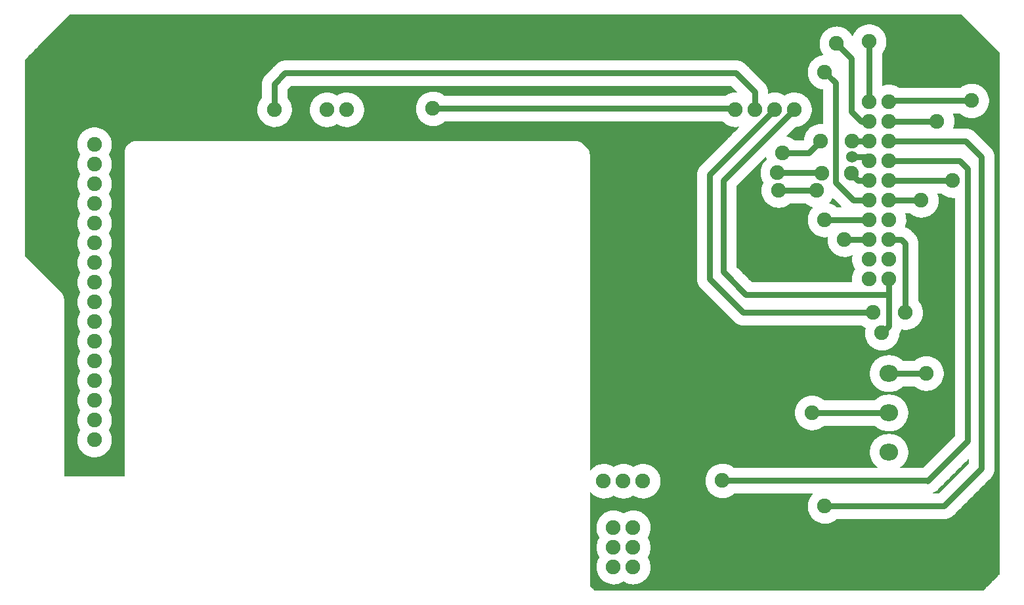
<source format=gbl>
%FSLAX44Y44*%
%MOMM*%
G71*
G01*
G75*
G04 Layer_Physical_Order=2*
G04 Layer_Color=16711680*
%ADD10C,0.1016*%
%ADD11C,0.7620*%
%ADD12C,0.5080*%
%ADD13O,2.4130X2.1590*%
%ADD14C,1.9050*%
%ADD15C,1.5240*%
D10*
X396585Y636850D02*
X395272Y634640D01*
X394216Y632295D01*
X393432Y629846D01*
X392930Y627325D01*
X392715Y624763D01*
X392791Y622192D01*
X393157Y619647D01*
X393808Y617160D01*
X394736Y614762D01*
X395928Y612484D01*
X397370Y610356D01*
X399044Y608403D01*
X400927Y606653D01*
X402995Y605126D01*
X405223Y603842D01*
X407582Y602818D01*
X410041Y602067D01*
X412569Y601599D01*
X415134Y601419D01*
X417702Y601530D01*
X420242Y601930D01*
X422721Y602614D01*
X425106Y603574D01*
X427368Y604797D01*
X429477Y606268D01*
X431406Y607967D01*
X433131Y609874D01*
X434630Y611963D01*
X435884Y614207D01*
X436875Y616580D01*
X437593Y619049D01*
X438028Y621583D01*
X438173Y624150D01*
X396585Y662250D02*
X395329Y660148D01*
X394305Y657923D01*
X393527Y655601D01*
X393003Y653209D01*
X392740Y650774D01*
Y648325D01*
X393003Y645891D01*
X393527Y643499D01*
X394305Y641177D01*
X395329Y638952D01*
X396585Y636850D01*
Y687650D02*
X395329Y685548D01*
X394305Y683323D01*
X393527Y681001D01*
X393003Y678609D01*
X392740Y676174D01*
Y673726D01*
X393003Y671291D01*
X393527Y668899D01*
X394305Y666577D01*
X395329Y664352D01*
X396585Y662250D01*
X396585Y713050D02*
X395328Y710948D01*
X394305Y708723D01*
X393527Y706401D01*
X393003Y704009D01*
X392740Y701574D01*
X392740Y699125D01*
X393004Y696691D01*
X393527Y694298D01*
X394305Y691976D01*
X395329Y689752D01*
X396585Y687650D01*
Y738449D02*
X395329Y736348D01*
X394305Y734123D01*
X393527Y731801D01*
X393004Y729409D01*
X392740Y726974D01*
Y724525D01*
X393003Y722091D01*
X393527Y719698D01*
X394305Y717376D01*
X395328Y715152D01*
X396585Y713050D01*
X396585Y763850D02*
X395329Y761748D01*
X394305Y759523D01*
X393527Y757201D01*
X393003Y754809D01*
X392740Y752374D01*
Y749925D01*
X393003Y747490D01*
X393527Y745098D01*
X394305Y742776D01*
X395329Y740551D01*
X396585Y738449D01*
X438173Y624150D02*
X438013Y626839D01*
X437537Y629490D01*
X436750Y632066D01*
X435664Y634531D01*
X434295Y636850D01*
Y662250D02*
X435664Y664569D01*
X436750Y667034D01*
X437537Y669610D01*
X438013Y672261D01*
X438173Y674950D01*
Y649550D02*
X438013Y652239D01*
X437537Y654890D01*
X436750Y657466D01*
X435664Y659931D01*
X434295Y662250D01*
Y636850D02*
X435664Y639169D01*
X436750Y641634D01*
X437537Y644210D01*
X438013Y646861D01*
X438173Y649550D01*
Y674950D02*
X438013Y677639D01*
X437537Y680290D01*
X436750Y682866D01*
X435664Y685331D01*
X434295Y687650D01*
X438173Y700350D02*
X438013Y703039D01*
X437537Y705690D01*
X436750Y708266D01*
X435665Y710731D01*
X434295Y713050D01*
X434295Y687650D02*
X435664Y689969D01*
X436750Y692434D01*
X437537Y695010D01*
X438013Y697661D01*
X438173Y700350D01*
X434295Y713050D02*
X435665Y715369D01*
X436750Y717834D01*
X437537Y720410D01*
X438013Y723061D01*
X438173Y725750D01*
X434295Y738449D02*
X435664Y740769D01*
X436750Y743234D01*
X437537Y745810D01*
X438013Y748461D01*
X438173Y751150D01*
Y725750D02*
X438013Y728438D01*
X437537Y731089D01*
X436750Y733665D01*
X435664Y736130D01*
X434295Y738449D01*
X438173Y751150D02*
X438013Y753838D01*
X437537Y756489D01*
X436750Y759065D01*
X435664Y761530D01*
X434295Y763850D01*
X435664Y766169D01*
X436750Y768634D01*
X437537Y771210D01*
X438013Y773861D01*
X438173Y776550D01*
X376682Y805180D02*
X376423Y807806D01*
X375657Y810332D01*
X374413Y812659D01*
X372739Y814699D01*
X376682Y805180D02*
X376423Y807806D01*
X375657Y810332D01*
X374413Y812659D01*
X372739Y814699D01*
X396585Y789250D02*
X395329Y787148D01*
X394305Y784923D01*
X393527Y782601D01*
X393003Y780209D01*
X392740Y777774D01*
Y775325D01*
X393003Y772890D01*
X393527Y770498D01*
X394305Y768176D01*
X395329Y765951D01*
X396585Y763850D01*
X438173Y776550D02*
X438013Y779238D01*
X437537Y781889D01*
X436750Y784465D01*
X435664Y786930D01*
X434295Y789250D01*
X396585Y814650D02*
X395329Y812548D01*
X394305Y810323D01*
X393527Y808001D01*
X393003Y805609D01*
X392740Y803174D01*
Y800725D01*
X393003Y798290D01*
X393527Y795898D01*
X394305Y793576D01*
X395329Y791351D01*
X396585Y789250D01*
X434295D02*
X435664Y791569D01*
X436750Y794034D01*
X437537Y796610D01*
X438013Y799261D01*
X438173Y801950D01*
X438013Y804638D01*
X437537Y807290D01*
X436750Y809865D01*
X435664Y812330D01*
X434295Y814650D01*
X435664Y816969D01*
X436750Y819434D01*
X437537Y822010D01*
X438013Y824661D01*
X438173Y827350D01*
X396585Y840050D02*
X395329Y837948D01*
X394305Y835723D01*
X393527Y833401D01*
X393003Y831009D01*
X392740Y828574D01*
Y826125D01*
X393003Y823691D01*
X393527Y821298D01*
X394305Y818976D01*
X395329Y816751D01*
X396585Y814650D01*
X438173Y827350D02*
X438013Y830039D01*
X437537Y832690D01*
X436750Y835266D01*
X435664Y837730D01*
X434295Y840050D01*
X396585Y865450D02*
X395329Y863348D01*
X394305Y861123D01*
X393527Y858801D01*
X393003Y856409D01*
X392740Y853974D01*
Y851525D01*
X393003Y849091D01*
X393527Y846698D01*
X394305Y844376D01*
X395329Y842152D01*
X396585Y840050D01*
Y890850D02*
X395329Y888748D01*
X394305Y886523D01*
X393527Y884201D01*
X393003Y881809D01*
X392740Y879374D01*
Y876925D01*
X393003Y874491D01*
X393527Y872098D01*
X394305Y869777D01*
X395329Y867552D01*
X396585Y865450D01*
X396602Y916275D02*
X395341Y914172D01*
X394314Y911946D01*
X393533Y909622D01*
X393007Y907228D01*
X392741Y904791D01*
X392739Y902339D01*
X393002Y899902D01*
X393525Y897506D01*
X394303Y895182D01*
X395327Y892954D01*
X396585Y890850D01*
X438173Y852750D02*
X438013Y855439D01*
X437537Y858090D01*
X436750Y860666D01*
X435664Y863131D01*
X434295Y865450D01*
Y840050D02*
X435664Y842369D01*
X436750Y844834D01*
X437537Y847410D01*
X438013Y850061D01*
X438173Y852750D01*
X434295Y865450D02*
X435664Y867769D01*
X436750Y870234D01*
X437537Y872810D01*
X438013Y875461D01*
X438173Y878150D01*
X438013Y880839D01*
X437537Y883490D01*
X436750Y886066D01*
X435664Y888531D01*
X434295Y890850D01*
X435664Y893169D01*
X436750Y895634D01*
X437537Y898210D01*
X438013Y900861D01*
X438173Y903550D01*
X396568Y941675D02*
X395315Y939572D01*
X394294Y937345D01*
X393519Y935022D01*
X392999Y932629D01*
X392738Y930194D01*
X392742Y927745D01*
X393008Y925311D01*
X393535Y922919D01*
X394316Y920599D01*
X395343Y918375D01*
X396602Y916275D01*
X396585Y967050D02*
X395330Y964951D01*
X394307Y962728D01*
X393529Y960409D01*
X393005Y958020D01*
X392741Y955588D01*
X392739Y953142D01*
X393000Y950710D01*
X393521Y948320D01*
X394296Y946000D01*
X395316Y943776D01*
X396568Y941675D01*
X396619Y992500D02*
X395354Y990397D01*
X394324Y988169D01*
X393539Y985844D01*
X393010Y983447D01*
X392742Y981007D01*
X392739Y978553D01*
X393000Y976113D01*
X393523Y973715D01*
X394301Y971387D01*
X395326Y969157D01*
X396585Y967050D01*
X438173Y929000D02*
X438014Y931683D01*
X437540Y934328D01*
X436757Y936899D01*
X435676Y939359D01*
X434311Y941675D01*
X435676Y943991D01*
X436757Y946451D01*
X437540Y949022D01*
X438014Y951667D01*
X438173Y954350D01*
Y903550D02*
X438013Y906245D01*
X437534Y908901D01*
X436744Y911483D01*
X435653Y913952D01*
X434278Y916275D01*
X435653Y918598D01*
X436744Y921067D01*
X437534Y923648D01*
X438013Y926305D01*
X438173Y929000D01*
Y954350D02*
X438013Y957039D01*
X437537Y959690D01*
X436750Y962266D01*
X435664Y964731D01*
X434295Y967050D01*
X435664Y969369D01*
X436750Y971834D01*
X437537Y974410D01*
X438013Y977061D01*
X438173Y979750D01*
Y1005250D02*
X438027Y1007819D01*
X437592Y1010355D01*
X436874Y1012825D01*
X435880Y1015199D01*
X434625Y1017445D01*
X433124Y1019535D01*
X431397Y1021442D01*
X429465Y1023141D01*
X427354Y1024611D01*
X425089Y1025834D01*
X422701Y1026792D01*
X420221Y1027475D01*
X417679Y1027872D01*
X415108Y1027981D01*
X412542Y1027797D01*
X410012Y1027326D01*
X407552Y1026571D01*
X405194Y1025543D01*
X402966Y1024255D01*
X400899Y1022724D01*
X399017Y1020969D01*
X397346Y1019012D01*
X395907Y1016879D01*
X394718Y1014598D01*
X393794Y1012196D01*
X393148Y1009706D01*
X392787Y1007158D01*
X392717Y1004586D01*
X392937Y1002023D01*
X393446Y999500D01*
X394237Y997052D01*
X395299Y994708D01*
X396619Y992500D01*
X438173Y979750D02*
X438012Y982451D01*
X437531Y985113D01*
X436738Y987700D01*
X435642Y990174D01*
X434261Y992500D01*
X435642Y994826D01*
X436738Y997300D01*
X437531Y999887D01*
X438012Y1002549D01*
X438173Y1005250D01*
X1054862Y556574D02*
X1056611Y554684D01*
X1058563Y553005D01*
X1060693Y551557D01*
X1062972Y550360D01*
X1065372Y549427D01*
X1067862Y548772D01*
X1070411Y548403D01*
X1072984Y548325D01*
X1075550Y548538D01*
X1078076Y549039D01*
X1080528Y549824D01*
X1082876Y550880D01*
X1085090Y552195D01*
Y589905D02*
X1082876Y591220D01*
X1080528Y592276D01*
X1078076Y593060D01*
X1075550Y593562D01*
X1072984Y593775D01*
X1070411Y593697D01*
X1067862Y593327D01*
X1065372Y592673D01*
X1062972Y591740D01*
X1060693Y590543D01*
X1058563Y589095D01*
X1056611Y587416D01*
X1054862Y585526D01*
X1066185Y498350D02*
X1064929Y496248D01*
X1063905Y494023D01*
X1063127Y491701D01*
X1062603Y489309D01*
X1062340Y486875D01*
Y484426D01*
X1062603Y481991D01*
X1063127Y479599D01*
X1063905Y477277D01*
X1064929Y475052D01*
X1066185Y472950D01*
X1064902Y470798D01*
X1063864Y468518D01*
X1063083Y466138D01*
X1062568Y463687D01*
X1062327Y461193D01*
X1062361Y458688D01*
X1062670Y456202D01*
X1063251Y453766D01*
X1064097Y451408D01*
X1065197Y449157D01*
X1066538Y447041D01*
X1068104Y445085D01*
X1069875Y443314D01*
X1071831Y441748D01*
X1073947Y440407D01*
X1076198Y439307D01*
X1078556Y438461D01*
X1080992Y437880D01*
X1083478Y437571D01*
X1085983Y437537D01*
X1088477Y437778D01*
X1090928Y438293D01*
X1093308Y439074D01*
X1095588Y440112D01*
X1097740Y441395D01*
Y529905D02*
X1095588Y531188D01*
X1093308Y532226D01*
X1090928Y533007D01*
X1088477Y533522D01*
X1085983Y533764D01*
X1083478Y533729D01*
X1080992Y533420D01*
X1078556Y532839D01*
X1076198Y531993D01*
X1073947Y530893D01*
X1071831Y529552D01*
X1069875Y527986D01*
X1068104Y526215D01*
X1066538Y524259D01*
X1065197Y522143D01*
X1064097Y519893D01*
X1063251Y517534D01*
X1062670Y515098D01*
X1062361Y512612D01*
X1062327Y510107D01*
X1062568Y507613D01*
X1063083Y505162D01*
X1063864Y502781D01*
X1064902Y500502D01*
X1066185Y498350D01*
X1133173Y511050D02*
X1133026Y513633D01*
X1132586Y516183D01*
X1131859Y518666D01*
X1130855Y521050D01*
X1129587Y523305D01*
X1128070Y525401D01*
X1126325Y527312D01*
X1124375Y529011D01*
X1122244Y530479D01*
X1119960Y531694D01*
X1117552Y532642D01*
X1115053Y533310D01*
X1112494Y533690D01*
X1109908Y533777D01*
X1107329Y533569D01*
X1104790Y533070D01*
X1102325Y532285D01*
X1099965Y531226D01*
X1097740Y529905D01*
Y441395D02*
X1099965Y440074D01*
X1102325Y439015D01*
X1104790Y438230D01*
X1107329Y437731D01*
X1109908Y437523D01*
X1112494Y437610D01*
X1115053Y437990D01*
X1117552Y438658D01*
X1119960Y439606D01*
X1122244Y440822D01*
X1124375Y442289D01*
X1126325Y443988D01*
X1128070Y445899D01*
X1129587Y447995D01*
X1130855Y450250D01*
X1131859Y452634D01*
X1132586Y455117D01*
X1133026Y457667D01*
X1133173Y460250D01*
X1085090Y552195D02*
X1087192Y550939D01*
X1089417Y549915D01*
X1091739Y549137D01*
X1094131Y548613D01*
X1096565Y548350D01*
X1099014D01*
X1101449Y548613D01*
X1103841Y549137D01*
X1106163Y549915D01*
X1108388Y550939D01*
X1110490Y552195D01*
X1112715Y550874D01*
X1115075Y549815D01*
X1117540Y549030D01*
X1120079Y548531D01*
X1122658Y548323D01*
X1125244Y548410D01*
X1127803Y548790D01*
X1130302Y549458D01*
X1132710Y550406D01*
X1134994Y551622D01*
X1137125Y553089D01*
X1139075Y554788D01*
X1140820Y556699D01*
X1142337Y558795D01*
X1143605Y561050D01*
X1144609Y563434D01*
X1145336Y565917D01*
X1145776Y568467D01*
X1145923Y571050D01*
X1110490Y589905D02*
X1108388Y591161D01*
X1106163Y592185D01*
X1103841Y592963D01*
X1101449Y593487D01*
X1099014Y593750D01*
X1096565D01*
X1094131Y593487D01*
X1091739Y592963D01*
X1089417Y592185D01*
X1087192Y591161D01*
X1085090Y589905D01*
X1145923Y571050D02*
X1145776Y573633D01*
X1145336Y576183D01*
X1144609Y578666D01*
X1143605Y581050D01*
X1142337Y583305D01*
X1140820Y585401D01*
X1139075Y587312D01*
X1137125Y589011D01*
X1134994Y590478D01*
X1132710Y591694D01*
X1130302Y592642D01*
X1127803Y593310D01*
X1125244Y593690D01*
X1122658Y593777D01*
X1120079Y593569D01*
X1117540Y593070D01*
X1115075Y592285D01*
X1112715Y591226D01*
X1110490Y589905D01*
X1054862Y991870D02*
X1054603Y994496D01*
X1053837Y997022D01*
X1052593Y999349D01*
X1050919Y1001389D01*
X1054862Y991870D02*
X1054603Y994496D01*
X1053837Y997022D01*
X1052593Y999349D01*
X1050919Y1001389D01*
X457841Y1005199D02*
X456167Y1003159D01*
X454923Y1000832D01*
X454157Y998306D01*
X453898Y995680D01*
X457841Y1005199D02*
X456167Y1003159D01*
X454923Y1000832D01*
X454157Y998306D01*
X453898Y995680D01*
X468630Y1010412D02*
X466004Y1010153D01*
X463478Y1009387D01*
X461151Y1008143D01*
X459111Y1006469D01*
X468630Y1010412D02*
X466004Y1010153D01*
X463478Y1009387D01*
X461151Y1008143D01*
X459111Y1006469D01*
X630682Y1065362D02*
X629124Y1063394D01*
X627793Y1061267D01*
X626704Y1059005D01*
X625871Y1056637D01*
X625304Y1054192D01*
X625011Y1051699D01*
X624994Y1049189D01*
X625253Y1046693D01*
X625787Y1044240D01*
X626587Y1041861D01*
X627645Y1039585D01*
X628948Y1037439D01*
X630479Y1035450D01*
X632220Y1033642D01*
X634150Y1032037D01*
X636245Y1030654D01*
X638479Y1029511D01*
X640826Y1028621D01*
X643257Y1027996D01*
X645742Y1027642D01*
X648251Y1027564D01*
X650753Y1027763D01*
X653217Y1028237D01*
X655615Y1028979D01*
X657916Y1029982D01*
X660093Y1031232D01*
X662118Y1032714D01*
X663968Y1034411D01*
X665620Y1036301D01*
X667053Y1038362D01*
X668250Y1040568D01*
X669196Y1042893D01*
X669880Y1045308D01*
X670294Y1047784D01*
X670433Y1050290D01*
Y1050290D02*
X670267Y1053030D01*
X669773Y1055729D01*
X668956Y1058350D01*
X667830Y1060853D01*
X666410Y1063202D01*
X664718Y1065362D01*
X728140Y1069105D02*
X725974Y1070395D01*
X723679Y1071438D01*
X721282Y1072219D01*
X718814Y1072731D01*
X716304Y1072967D01*
X713783Y1072923D01*
X711283Y1072600D01*
X708834Y1072002D01*
X706466Y1071137D01*
X704209Y1070015D01*
X702089Y1068650D01*
X700134Y1067058D01*
X698367Y1065260D01*
X696810Y1063277D01*
X695482Y1061134D01*
X694400Y1058858D01*
X693576Y1056475D01*
X693021Y1054016D01*
X692742Y1051510D01*
Y1048989D01*
X693021Y1046484D01*
X693576Y1044025D01*
X694400Y1041642D01*
X695482Y1039365D01*
X696810Y1037223D01*
X698367Y1035240D01*
X700134Y1033442D01*
X702089Y1031850D01*
X704209Y1030485D01*
X706466Y1029363D01*
X708834Y1028498D01*
X711283Y1027900D01*
X713783Y1027577D01*
X716304Y1027533D01*
X718814Y1027769D01*
X721282Y1028280D01*
X723679Y1029062D01*
X725974Y1030105D01*
X728140Y1031395D01*
X730365Y1030074D01*
X732725Y1029015D01*
X735190Y1028230D01*
X737729Y1027731D01*
X740308Y1027523D01*
X742894Y1027610D01*
X745453Y1027990D01*
X747952Y1028658D01*
X750360Y1029606D01*
X752644Y1030822D01*
X754775Y1032289D01*
X756725Y1033988D01*
X758470Y1035899D01*
X759987Y1037995D01*
X761255Y1040250D01*
X762259Y1042634D01*
X762986Y1045117D01*
X763426Y1047667D01*
X763573Y1050250D01*
X763426Y1052833D01*
X762986Y1055383D01*
X762259Y1057866D01*
X761255Y1060250D01*
X759987Y1062505D01*
X758470Y1064601D01*
X756725Y1066512D01*
X754775Y1068211D01*
X752644Y1069678D01*
X750360Y1070894D01*
X747952Y1071842D01*
X745453Y1072510D01*
X742894Y1072890D01*
X740308Y1072977D01*
X737729Y1072769D01*
X735190Y1072270D01*
X732725Y1071485D01*
X730365Y1070426D01*
X728140Y1069105D01*
X635666Y1095344D02*
X633932Y1093313D01*
X632537Y1091036D01*
X631515Y1088569D01*
X630891Y1085972D01*
X630682Y1083310D01*
X635666Y1095344D02*
X633932Y1093313D01*
X632537Y1091036D01*
X631515Y1088569D01*
X630891Y1085972D01*
X630682Y1083310D01*
X661670Y1114298D02*
X659008Y1114089D01*
X656411Y1113465D01*
X653944Y1112443D01*
X651667Y1111048D01*
X649636Y1109314D01*
X661670Y1114298D02*
X659008Y1114089D01*
X656411Y1113465D01*
X653944Y1112443D01*
X651667Y1111048D01*
X649636Y1109314D01*
X867242Y1068578D02*
X865246Y1070156D01*
X863086Y1071500D01*
X860790Y1072596D01*
X858385Y1073427D01*
X855902Y1073985D01*
X853373Y1074261D01*
X850829Y1074253D01*
X848301Y1073961D01*
X845822Y1073389D01*
X843422Y1072543D01*
X841133Y1071434D01*
X838981Y1070076D01*
X836994Y1068486D01*
X835198Y1066684D01*
X833614Y1064693D01*
X832263Y1062537D01*
X831161Y1060244D01*
X830322Y1057841D01*
X829757Y1055361D01*
X829473Y1052832D01*
Y1050288D01*
X829757Y1047759D01*
X830322Y1045279D01*
X831161Y1042876D01*
X832263Y1040583D01*
X833614Y1038427D01*
X835198Y1036436D01*
X836994Y1034634D01*
X838981Y1033044D01*
X841133Y1031686D01*
X843423Y1030577D01*
X845822Y1029731D01*
X848301Y1029159D01*
X850829Y1028867D01*
X853373Y1028859D01*
X855902Y1029136D01*
X858385Y1029693D01*
X860790Y1030525D01*
X863086Y1031619D01*
X865246Y1032964D01*
X867242Y1034542D01*
X1045839Y1006469D02*
X1043799Y1008143D01*
X1041472Y1009387D01*
X1038946Y1010153D01*
X1036320Y1010412D01*
X1045839Y1006469D02*
X1043799Y1008143D01*
X1041472Y1009387D01*
X1038946Y1010153D01*
X1036320Y1010412D01*
X1133173Y485650D02*
X1133013Y488339D01*
X1132537Y490990D01*
X1131750Y493566D01*
X1130664Y496031D01*
X1129295Y498350D01*
X1133173Y460250D02*
X1133013Y462939D01*
X1132537Y465590D01*
X1131750Y468166D01*
X1130664Y470631D01*
X1129295Y472950D01*
Y498350D02*
X1130664Y500669D01*
X1131750Y503134D01*
X1132537Y505710D01*
X1133013Y508361D01*
X1133173Y511050D01*
X1129295Y472950D02*
X1130664Y475269D01*
X1131750Y477734D01*
X1132537Y480310D01*
X1133013Y482961D01*
X1133173Y485650D01*
X1240622Y588518D02*
X1238626Y590096D01*
X1236466Y591441D01*
X1234170Y592536D01*
X1231765Y593367D01*
X1229282Y593924D01*
X1226753Y594201D01*
X1224209Y594193D01*
X1221681Y593901D01*
X1219202Y593329D01*
X1216803Y592483D01*
X1214513Y591374D01*
X1212361Y590016D01*
X1210374Y588426D01*
X1208578Y586624D01*
X1206994Y584633D01*
X1205643Y582477D01*
X1204541Y580183D01*
X1203702Y577781D01*
X1203137Y575301D01*
X1202853Y572772D01*
Y570228D01*
X1203137Y567699D01*
X1203702Y565219D01*
X1204541Y562816D01*
X1205643Y560523D01*
X1206994Y558367D01*
X1208578Y556376D01*
X1210374Y554574D01*
X1212361Y552984D01*
X1214513Y551626D01*
X1216803Y550517D01*
X1219202Y549671D01*
X1221681Y549099D01*
X1224209Y548807D01*
X1226753Y548799D01*
X1229282Y549076D01*
X1231765Y549633D01*
X1234170Y550465D01*
X1236466Y551559D01*
X1238626Y552904D01*
X1240622Y554482D01*
X1341483D02*
X1339826Y552615D01*
X1338383Y550577D01*
X1337173Y548394D01*
X1336209Y546091D01*
X1335504Y543696D01*
X1335065Y541238D01*
X1334899Y538747D01*
X1335006Y536253D01*
X1335387Y533786D01*
X1336036Y531375D01*
X1336945Y529050D01*
X1338104Y526838D01*
X1339498Y524768D01*
X1341111Y522862D01*
X1342923Y521145D01*
X1344913Y519637D01*
X1347056Y518356D01*
X1349326Y517318D01*
X1351697Y516535D01*
X1354139Y516017D01*
X1356624Y515769D01*
X1359120Y515796D01*
X1361598Y516096D01*
X1364029Y516666D01*
X1366382Y517499D01*
X1368630Y518586D01*
X1370745Y519912D01*
X1372702Y521462D01*
X1438910Y632333D02*
X1436373Y632198D01*
X1433864Y631797D01*
X1431412Y631132D01*
X1429043Y630211D01*
X1426786Y629046D01*
X1424664Y627648D01*
X1422702Y626034D01*
X1420921Y624221D01*
X1419342Y622231D01*
X1417982Y620084D01*
X1416857Y617806D01*
X1415979Y615422D01*
X1415358Y612958D01*
X1415000Y610443D01*
X1414911Y607904D01*
X1415090Y605369D01*
X1415537Y602868D01*
X1416245Y600428D01*
X1417207Y598076D01*
X1418413Y595839D01*
X1419848Y593743D01*
X1421497Y591810D01*
X1423341Y590061D01*
X1425359Y588518D01*
X1240186Y776636D02*
X1242217Y774902D01*
X1244494Y773507D01*
X1246961Y772485D01*
X1249558Y771861D01*
X1252220Y771652D01*
X1240186Y776636D02*
X1242217Y774902D01*
X1244494Y773507D01*
X1246961Y772485D01*
X1249558Y771861D01*
X1252220Y771652D01*
X1356192Y676148D02*
X1354196Y677726D01*
X1352036Y679071D01*
X1349740Y680165D01*
X1347335Y680997D01*
X1344852Y681554D01*
X1342323Y681831D01*
X1339779Y681823D01*
X1337251Y681531D01*
X1334772Y680959D01*
X1332372Y680113D01*
X1330083Y679004D01*
X1327931Y677646D01*
X1325944Y676056D01*
X1324148Y674254D01*
X1322564Y672263D01*
X1321213Y670107D01*
X1320111Y667813D01*
X1319272Y665411D01*
X1318707Y662931D01*
X1318423Y660402D01*
Y657858D01*
X1318707Y655329D01*
X1319272Y652849D01*
X1320111Y650446D01*
X1321213Y648153D01*
X1322564Y645997D01*
X1324148Y644006D01*
X1325944Y642204D01*
X1327931Y640614D01*
X1330083Y639256D01*
X1332373Y638147D01*
X1334772Y637301D01*
X1337251Y636729D01*
X1339779Y636437D01*
X1342323Y636429D01*
X1344852Y636706D01*
X1347335Y637263D01*
X1349740Y638094D01*
X1352036Y639189D01*
X1354196Y640534D01*
X1356192Y642112D01*
X1421983D02*
X1423987Y640330D01*
X1426178Y638782D01*
X1428528Y637488D01*
X1431008Y636465D01*
X1433587Y635725D01*
X1436232Y635277D01*
X1438910Y635127D01*
X1404788Y771652D02*
X1407037Y769899D01*
X1409489Y768441D01*
X1438910Y683133D02*
X1436232Y682983D01*
X1433587Y682535D01*
X1431008Y681795D01*
X1428528Y680772D01*
X1426178Y679478D01*
X1423987Y677931D01*
X1421983Y676148D01*
X1438910Y733933D02*
X1436401Y733801D01*
X1433920Y733409D01*
X1431493Y732758D01*
X1429147Y731858D01*
X1426909Y730717D01*
X1424801Y729349D01*
X1422849Y727768D01*
X1421072Y725991D01*
X1419491Y724039D01*
X1418123Y721932D01*
X1416982Y719693D01*
X1416082Y717347D01*
X1415432Y714921D01*
X1415038Y712439D01*
X1414907Y709930D01*
X1415038Y707421D01*
X1415432Y704939D01*
X1416082Y702513D01*
X1416982Y700167D01*
X1418123Y697928D01*
X1419491Y695821D01*
X1421072Y693869D01*
X1422849Y692092D01*
X1424801Y690511D01*
X1426909Y689143D01*
X1429147Y688002D01*
X1431493Y687102D01*
X1433920Y686451D01*
X1436401Y686059D01*
X1438910Y685927D01*
X1497440Y555498D02*
X1500164Y557021D01*
X1502563Y559016D01*
X1455001Y588518D02*
X1457055Y590092D01*
X1458928Y591878D01*
X1460598Y593856D01*
X1462045Y596002D01*
X1463253Y598291D01*
X1464207Y600697D01*
X1464897Y603191D01*
X1465314Y605746D01*
X1465453Y608330D01*
X1511300Y521462D02*
X1513962Y521671D01*
X1516559Y522295D01*
X1519026Y523317D01*
X1521303Y524712D01*
X1523334Y526446D01*
X1511300Y521462D02*
X1513962Y521671D01*
X1516559Y522295D01*
X1519026Y523317D01*
X1521303Y524712D01*
X1523334Y526446D01*
X1571594Y574706D02*
X1573328Y576737D01*
X1574723Y579014D01*
X1575745Y581481D01*
X1576369Y584078D01*
X1576578Y586740D01*
X1571594Y574706D02*
X1573328Y576737D01*
X1574723Y579014D01*
X1575745Y581481D01*
X1576369Y584078D01*
X1576578Y586740D01*
X1465453Y608330D02*
X1465322Y610839D01*
X1464928Y613321D01*
X1464278Y615747D01*
X1463378Y618093D01*
X1462237Y620331D01*
X1460869Y622439D01*
X1459288Y624391D01*
X1457511Y626168D01*
X1455559Y627749D01*
X1453452Y629117D01*
X1451213Y630258D01*
X1448867Y631158D01*
X1446440Y631809D01*
X1443959Y632201D01*
X1441450Y632333D01*
Y635127D02*
X1443959Y635258D01*
X1446440Y635652D01*
X1448867Y636302D01*
X1451213Y637202D01*
X1453452Y638343D01*
X1455559Y639711D01*
X1457511Y641292D01*
X1459288Y643069D01*
X1460869Y645021D01*
X1462237Y647129D01*
X1463378Y649367D01*
X1464278Y651713D01*
X1464928Y654139D01*
X1465322Y656621D01*
X1465453Y659130D01*
X1465322Y661639D01*
X1464928Y664120D01*
X1464278Y666547D01*
X1463378Y668893D01*
X1462237Y671132D01*
X1460869Y673239D01*
X1459288Y675191D01*
X1457511Y676968D01*
X1455559Y678549D01*
X1453452Y679917D01*
X1451213Y681058D01*
X1448867Y681958D01*
X1446440Y682608D01*
X1443959Y683001D01*
X1441450Y683133D01*
Y685927D02*
X1444128Y686077D01*
X1446773Y686525D01*
X1449352Y687265D01*
X1451831Y688288D01*
X1454182Y689582D01*
X1456373Y691129D01*
X1458377Y692912D01*
X1473368Y692912D02*
X1475314Y691369D01*
X1477417Y690048D01*
X1479652Y688964D01*
X1481992Y688131D01*
X1484409Y687557D01*
X1486874Y687251D01*
X1489357Y687215D01*
X1491830Y687451D01*
X1494262Y687955D01*
X1496625Y688722D01*
X1498890Y689741D01*
X1501030Y691002D01*
X1503020Y692488D01*
X1504836Y694183D01*
X1506456Y696066D01*
X1507861Y698114D01*
X1509034Y700303D01*
X1509962Y702608D01*
X1510632Y704999D01*
X1511037Y707450D01*
X1511173Y709930D01*
X1458377Y726948D02*
X1456373Y728730D01*
X1454182Y730278D01*
X1451832Y731572D01*
X1449352Y732595D01*
X1446773Y733335D01*
X1444128Y733783D01*
X1441450Y733933D01*
X1453999Y760958D02*
X1455568Y763622D01*
X1456629Y766526D01*
X1453999Y760958D02*
X1455568Y763622D01*
X1456629Y766526D01*
X1409489Y768441D02*
X1408902Y765947D01*
X1408600Y763402D01*
X1408587Y760840D01*
X1408861Y758293D01*
X1409421Y755792D01*
X1410258Y753371D01*
X1411363Y751059D01*
X1412721Y748886D01*
X1414314Y746880D01*
X1416124Y745066D01*
X1418125Y743467D01*
X1420294Y742103D01*
X1422603Y740992D01*
X1425022Y740148D01*
X1427521Y739582D01*
X1430068Y739300D01*
X1432630Y739306D01*
X1435175Y739601D01*
X1437671Y740181D01*
X1440086Y741038D01*
X1442389Y742160D01*
X1444551Y743535D01*
X1446544Y745145D01*
X1448344Y746968D01*
X1449927Y748983D01*
X1451274Y751163D01*
X1452366Y753480D01*
X1453191Y755906D01*
X1453738Y758409D01*
X1453999Y760958D01*
X1456629Y766526D02*
X1459146Y766089D01*
X1461696Y765937D01*
X1464247Y766072D01*
X1466767Y766493D01*
X1469223Y767194D01*
X1471586Y768165D01*
X1473824Y769396D01*
X1475911Y770870D01*
X1477818Y772569D01*
X1479523Y774471D01*
X1481004Y776553D01*
X1482242Y778787D01*
X1483222Y781147D01*
X1483931Y783601D01*
X1484359Y786119D01*
X1484503Y788670D01*
X1511173Y709930D02*
X1511037Y712410D01*
X1510632Y714861D01*
X1509961Y717252D01*
X1509034Y719557D01*
X1507861Y721746D01*
X1506456Y723794D01*
X1504836Y725677D01*
X1503020Y727372D01*
X1501030Y728858D01*
X1498890Y730119D01*
X1496625Y731138D01*
X1494262Y731905D01*
X1491830Y732409D01*
X1489357Y732645D01*
X1486874Y732609D01*
X1484409Y732303D01*
X1481992Y731729D01*
X1479652Y730896D01*
X1477417Y729812D01*
X1475314Y728491D01*
X1473368Y726948D01*
X1192022Y831850D02*
X1192232Y829188D01*
X1192855Y826591D01*
X1193877Y824124D01*
X1195272Y821847D01*
X1197006Y819816D01*
X1192022Y831850D02*
X1192232Y829188D01*
X1192855Y826591D01*
X1193877Y824124D01*
X1195272Y821847D01*
X1197006Y819816D01*
X1277695Y956490D02*
X1276676Y954190D01*
X1275918Y951792D01*
X1275430Y949324D01*
X1275217Y946817D01*
X1275282Y944303D01*
X1275625Y941811D01*
X1276241Y939372D01*
X1277123Y937016D01*
X1278260Y934772D01*
X1279637Y932667D01*
X1281239Y930727D01*
X1283045Y928976D01*
X1285034Y927436D01*
X1287181Y926124D01*
X1289459Y925058D01*
X1291842Y924250D01*
X1294299Y923710D01*
X1296800Y923446D01*
X1299316Y923459D01*
X1301814Y923750D01*
X1304266Y924315D01*
X1306640Y925147D01*
X1308907Y926237D01*
X1311040Y927571D01*
X1313012Y929132D01*
X1197006Y978504D02*
X1195272Y976473D01*
X1193877Y974196D01*
X1192855Y971729D01*
X1192232Y969132D01*
X1192022Y966470D01*
X1197006Y978504D02*
X1195272Y976473D01*
X1193877Y974196D01*
X1192855Y971729D01*
X1192232Y969132D01*
X1192022Y966470D01*
X1225665Y1034542D02*
X1227516Y1032818D01*
X1229548Y1031310D01*
X1231733Y1030038D01*
X1234047Y1029016D01*
X1236461Y1028257D01*
X1238943Y1027772D01*
X1241464Y1027565D01*
X1243993Y1027639D01*
X1246497Y1027994D01*
X1281815Y986218D02*
X1280001Y984468D01*
X1278393Y982528D01*
X1277009Y980422D01*
X1275866Y978175D01*
X1274980Y975816D01*
X1274360Y973374D01*
X1274014Y970878D01*
X1273946Y968358D01*
X1274158Y965847D01*
X1274647Y963375D01*
X1275406Y960972D01*
X1276426Y958668D01*
X1277695Y956491D01*
X1341615Y924184D02*
X1339898Y922276D01*
X1338407Y920186D01*
X1337162Y917942D01*
X1336177Y915571D01*
X1335466Y913105D01*
X1335038Y910574D01*
X1334897Y908011D01*
X1335046Y905449D01*
X1335484Y902919D01*
X1336203Y900455D01*
X1337196Y898088D01*
X1338449Y895848D01*
X1339947Y893764D01*
X1341670Y891861D01*
X1343597Y890165D01*
X1345703Y888697D01*
X1347961Y887476D01*
X1350341Y886517D01*
X1352815Y885833D01*
X1355351Y885432D01*
X1357915Y885319D01*
X1360476Y885496D01*
X1332398Y929132D02*
X1334470Y927501D01*
X1336718Y926121D01*
X1339110Y925010D01*
X1341615Y924184D01*
X1372702Y925068D02*
X1370630Y926699D01*
X1368382Y928079D01*
X1365990Y929190D01*
X1363485Y930016D01*
X1280959Y988922D02*
X1281815Y986218D01*
X1318092Y1011428D02*
X1315942Y1013113D01*
X1313605Y1014529D01*
X1311115Y1015653D01*
X1308508Y1016471D01*
X1354582Y1032292D02*
X1352016Y1032377D01*
X1349457Y1032171D01*
X1346937Y1031679D01*
X1344489Y1030906D01*
X1342143Y1029861D01*
X1339931Y1028559D01*
X1337879Y1027015D01*
X1336014Y1025250D01*
X1334361Y1023286D01*
X1332939Y1021148D01*
X1331768Y1018863D01*
X1330861Y1016461D01*
X1330232Y1013972D01*
X1329887Y1011428D01*
X1363485Y930016D02*
X1365147Y931856D01*
X1366598Y933865D01*
X1367822Y936021D01*
X1319636Y1027599D02*
X1322071Y1027879D01*
X1324462Y1028419D01*
X1326780Y1029214D01*
X1329000Y1030254D01*
X1331095Y1031527D01*
X1333040Y1033018D01*
X1334814Y1034709D01*
X1336395Y1036582D01*
X1337766Y1038614D01*
X1338909Y1040782D01*
X1339813Y1043061D01*
X1340466Y1045423D01*
X1340861Y1047842D01*
X1340993Y1050290D01*
X1243570Y1072973D02*
X1240910Y1072994D01*
X1238266Y1072704D01*
X1235674Y1072107D01*
X1233169Y1071212D01*
X1230786Y1070030D01*
X1228557Y1068578D01*
X1284478Y1073150D02*
X1284268Y1075812D01*
X1283645Y1078409D01*
X1282623Y1080876D01*
X1281228Y1083153D01*
X1279494Y1085184D01*
X1284478Y1073150D02*
X1284268Y1075812D01*
X1283645Y1078409D01*
X1282623Y1080876D01*
X1281228Y1083153D01*
X1279494Y1085184D01*
X1305560Y1069145D02*
X1303457Y1070402D01*
X1301231Y1071425D01*
X1298908Y1072204D01*
X1296515Y1072727D01*
X1294079Y1072990D01*
X1291629Y1072990D01*
X1289194Y1072725D01*
X1286801Y1072201D01*
X1284478Y1071421D01*
X1340993Y1050290D02*
X1340846Y1052873D01*
X1340406Y1055423D01*
X1339679Y1057906D01*
X1338675Y1060290D01*
X1337407Y1062545D01*
X1335890Y1064641D01*
X1334145Y1066552D01*
X1332195Y1068251D01*
X1330064Y1069718D01*
X1327780Y1070934D01*
X1325372Y1071882D01*
X1322873Y1072550D01*
X1320314Y1072930D01*
X1317728Y1073017D01*
X1315149Y1072809D01*
X1312610Y1072310D01*
X1310145Y1071525D01*
X1307785Y1070466D01*
X1305560Y1069145D01*
X1355144Y1121147D02*
X1352647Y1120730D01*
X1350211Y1120038D01*
X1347867Y1119080D01*
X1345644Y1117867D01*
X1343571Y1116414D01*
X1341671Y1114740D01*
X1339969Y1112864D01*
X1338487Y1110811D01*
X1337242Y1108606D01*
X1336250Y1106276D01*
X1335524Y1103851D01*
X1335071Y1101359D01*
X1334899Y1098833D01*
X1335008Y1096303D01*
X1335398Y1093801D01*
X1336064Y1091359D01*
X1336998Y1089005D01*
X1338188Y1086769D01*
X1339618Y1084680D01*
X1341273Y1082763D01*
X1343130Y1081042D01*
X1345167Y1079538D01*
X1347359Y1078270D01*
X1349678Y1077253D01*
X1352095Y1076501D01*
X1354582Y1076022D01*
X1255364Y1109314D02*
X1253333Y1111048D01*
X1251056Y1112443D01*
X1248589Y1113465D01*
X1245992Y1114089D01*
X1243330Y1114298D01*
X1255364Y1109314D02*
X1253333Y1111048D01*
X1251056Y1112443D01*
X1248589Y1113465D01*
X1245992Y1114089D01*
X1243330Y1114298D01*
X1484503Y788670D02*
X1484337Y791410D01*
X1483843Y794109D01*
X1483026Y796730D01*
X1481900Y799233D01*
X1480480Y801582D01*
X1478788Y803742D01*
X1395925Y844550D02*
X1394693Y842494D01*
X1393683Y840319D01*
X1392909Y838051D01*
X1392378Y835713D01*
X1392095Y833332D01*
X1392065Y830935D01*
X1392288Y828548D01*
X1392550Y862007D02*
X1392152Y859429D01*
X1392051Y856823D01*
X1392250Y854222D01*
X1392745Y851661D01*
X1393530Y849174D01*
X1394595Y846793D01*
X1395925Y844550D01*
X1360476Y885496D02*
X1360299Y882957D01*
X1360407Y880414D01*
X1360799Y877899D01*
X1361470Y875443D01*
X1362410Y873078D01*
X1363609Y870833D01*
X1365052Y868736D01*
X1366720Y866814D01*
X1368593Y865090D01*
X1370646Y863586D01*
X1372855Y862321D01*
X1375191Y861311D01*
X1377626Y860569D01*
X1380128Y860103D01*
X1382667Y859920D01*
X1385210Y860022D01*
X1387726Y860407D01*
X1390183Y861072D01*
X1392550Y862007D01*
X1468724Y894684D02*
X1467046Y896154D01*
X1465190Y897393D01*
X1463188Y898379D01*
X1461074Y899094D01*
X1468724Y894684D02*
X1467046Y896154D01*
X1465190Y897393D01*
X1463188Y898379D01*
X1461074Y899094D01*
X1461873Y901251D01*
X1462449Y903478D01*
X1462797Y905752D01*
X1462913Y908050D01*
X1478788Y877570D02*
X1478578Y880232D01*
X1477955Y882829D01*
X1476933Y885296D01*
X1475538Y887573D01*
X1473804Y889604D01*
X1478788Y877570D02*
X1478578Y880232D01*
X1477955Y882829D01*
X1476933Y885296D01*
X1475538Y887573D01*
X1473804Y889604D01*
X1462913Y908050D02*
X1462733Y910904D01*
X1462196Y913713D01*
X1461311Y916432D01*
X1467018D02*
X1468964Y914889D01*
X1471068Y913568D01*
X1473302Y912484D01*
X1475642Y911651D01*
X1478059Y911077D01*
X1480524Y910771D01*
X1483008Y910735D01*
X1485480Y910971D01*
X1487912Y911475D01*
X1490275Y912242D01*
X1492540Y913261D01*
X1494680Y914522D01*
X1496670Y916008D01*
X1498486Y917703D01*
X1500106Y919586D01*
X1501511Y921634D01*
X1502684Y923823D01*
X1503611Y926128D01*
X1504282Y928519D01*
X1504687Y930970D01*
X1504823Y933450D01*
X1504643Y936304D01*
X1504106Y939113D01*
X1503221Y941832D01*
X1507658D02*
X1509735Y940198D01*
X1511988Y938815D01*
X1514386Y937704D01*
X1516897Y936878D01*
X1519487Y936350D01*
X1522120Y936125D01*
X1524762Y936208D01*
X1453683Y1078738D02*
X1451523Y1080151D01*
X1449216Y1081310D01*
X1446792Y1082200D01*
X1444283Y1082810D01*
X1441722Y1083131D01*
X1439140Y1083159D01*
X1436572Y1082895D01*
X1434050Y1082341D01*
X1431608Y1081505D01*
X1393146Y1145659D02*
X1391875Y1147854D01*
X1390367Y1149893D01*
X1388642Y1151752D01*
X1386719Y1153407D01*
X1384625Y1154838D01*
X1382384Y1156026D01*
X1380025Y1156958D01*
X1377577Y1157620D01*
X1375070Y1158006D01*
X1372536Y1158111D01*
X1370005Y1157932D01*
X1367511Y1157472D01*
X1365083Y1156738D01*
X1362753Y1155737D01*
X1360548Y1154484D01*
X1358496Y1152992D01*
X1356624Y1151281D01*
X1354953Y1149372D01*
X1353506Y1147289D01*
X1352300Y1145058D01*
X1351350Y1142706D01*
X1350668Y1140263D01*
X1350262Y1137760D01*
X1350137Y1135226D01*
X1350296Y1132695D01*
X1350736Y1130197D01*
X1351451Y1127763D01*
X1352433Y1125425D01*
X1353669Y1123210D01*
X1355144Y1121147D01*
X1431608Y1123038D02*
X1433300Y1125199D01*
X1434720Y1127548D01*
X1435846Y1130051D01*
X1436662Y1132671D01*
X1437157Y1135371D01*
X1437323Y1138111D01*
X1437180Y1140654D01*
X1436753Y1143166D01*
X1436048Y1145614D01*
X1435074Y1147968D01*
X1433843Y1150198D01*
X1432369Y1152276D01*
X1430673Y1154177D01*
X1428774Y1155875D01*
X1426697Y1157351D01*
X1424468Y1158585D01*
X1422115Y1159562D01*
X1419668Y1160269D01*
X1417157Y1160698D01*
X1414613Y1160844D01*
X1412070Y1160703D01*
X1409558Y1160280D01*
X1407109Y1159577D01*
X1404754Y1158606D01*
X1402522Y1157376D01*
X1400442Y1155905D01*
X1398540Y1154211D01*
X1396840Y1152314D01*
X1395362Y1150238D01*
X1394126Y1148011D01*
X1393146Y1145659D01*
X1551274Y1021684D02*
X1549243Y1023418D01*
X1546966Y1024813D01*
X1544499Y1025835D01*
X1541902Y1026459D01*
X1539240Y1026668D01*
X1551274Y1021684D02*
X1549243Y1023418D01*
X1546966Y1024813D01*
X1544499Y1025835D01*
X1541902Y1026459D01*
X1539240Y1026668D01*
X1523541D02*
X1524426Y1029387D01*
X1524963Y1032196D01*
X1525143Y1035050D01*
X1525007Y1037537D01*
X1524599Y1039994D01*
X1523925Y1042392D01*
X1522992Y1044702D01*
X1531788D02*
X1533734Y1043159D01*
X1535838Y1041838D01*
X1538072Y1040754D01*
X1540412Y1039921D01*
X1542829Y1039347D01*
X1545294Y1039041D01*
X1547778Y1039006D01*
X1550250Y1039241D01*
X1552682Y1039745D01*
X1555045Y1040512D01*
X1557310Y1041531D01*
X1559450Y1042792D01*
X1561440Y1044278D01*
X1563256Y1045973D01*
X1564876Y1047856D01*
X1566281Y1049904D01*
X1567454Y1052094D01*
X1568382Y1054398D01*
X1569052Y1056789D01*
X1569457Y1059240D01*
X1569593Y1061720D01*
X1576578Y989330D02*
X1576369Y991992D01*
X1575745Y994589D01*
X1574723Y997056D01*
X1573328Y999333D01*
X1571594Y1001364D01*
X1576578Y989330D02*
X1576369Y991992D01*
X1575745Y994589D01*
X1574723Y997056D01*
X1573328Y999333D01*
X1571594Y1001364D01*
X1569593Y1061720D02*
X1569457Y1064200D01*
X1569052Y1066651D01*
X1568381Y1069042D01*
X1567454Y1071347D01*
X1566281Y1073536D01*
X1564876Y1075584D01*
X1563256Y1077467D01*
X1561440Y1079162D01*
X1559450Y1080648D01*
X1557310Y1081909D01*
X1555045Y1082928D01*
X1552682Y1083695D01*
X1550250Y1084199D01*
X1547778Y1084435D01*
X1545294Y1084399D01*
X1542829Y1084093D01*
X1540412Y1083519D01*
X1538072Y1082686D01*
X1535838Y1081602D01*
X1533734Y1080281D01*
X1531788Y1078738D01*
X376682Y619506D02*
X393186D01*
X376682Y618744D02*
X393359D01*
X376682Y621030D02*
X392922D01*
X376682Y620268D02*
X393041D01*
X376682Y615696D02*
X394337D01*
X376682Y614934D02*
X394659D01*
X376682Y617982D02*
X393560D01*
X376682Y616458D02*
X394048D01*
X376682Y617220D02*
X393789D01*
X376682Y623316D02*
X392722D01*
X376682Y622554D02*
X392763D01*
X376682Y625602D02*
X392753D01*
X376682Y624078D02*
X392707D01*
X376682Y624840D02*
X392718D01*
X376682Y626364D02*
X392815D01*
X376682Y621792D02*
X392830D01*
X376682Y641604D02*
X394141D01*
X376682Y627126D02*
X392903D01*
X376682Y627888D02*
X393017D01*
X376682Y628650D02*
X393157D01*
X393192Y577342D02*
Y619479D01*
X376682Y629412D02*
X393324D01*
X393192Y628820D02*
Y644879D01*
X393954Y577342D02*
Y616724D01*
X394716Y577342D02*
Y614806D01*
X376682Y630174D02*
X393520D01*
X376682Y630936D02*
X393744D01*
X393954Y631576D02*
Y642124D01*
X376682Y642366D02*
X393872D01*
X376682Y631698D02*
X393997D01*
X376682Y644652D02*
X393241D01*
X376682Y643128D02*
X393633D01*
X376682Y643890D02*
X393423D01*
X376682Y633222D02*
X394596D01*
X376682Y632460D02*
X394280D01*
X376682Y640080D02*
X394773D01*
X394716Y633493D02*
Y640206D01*
X376682Y640842D02*
X394441D01*
X376682Y649224D02*
X392709D01*
X376682Y648462D02*
X392733D01*
X376682Y650748D02*
X392739D01*
X376682Y649986D02*
X392711D01*
X376682Y646176D02*
X392959D01*
X376682Y645414D02*
X393086D01*
X376682Y651510D02*
X392792D01*
X376682Y646938D02*
X392858D01*
X376682Y647700D02*
X392782D01*
X376682Y653034D02*
X392976D01*
X376682Y652272D02*
X392871D01*
X376682Y655320D02*
X393451D01*
X376682Y653796D02*
X393107D01*
X376682Y654558D02*
X393265D01*
X376682Y656844D02*
X393909D01*
X376682Y656082D02*
X393666D01*
X376682Y665988D02*
X394548D01*
X376682Y657606D02*
X394182D01*
X376682Y658368D02*
X394487D01*
X376682Y669798D02*
X393298D01*
X376682Y669036D02*
X393490D01*
X376682Y670560D02*
X393135D01*
X393192Y654221D02*
Y670279D01*
X376682Y666750D02*
X394237D01*
X394716Y658894D02*
Y665606D01*
X376682Y667512D02*
X393958D01*
X393954Y656975D02*
Y667524D01*
X376682Y668274D02*
X393709D01*
X376682Y674370D02*
X392714D01*
X376682Y673608D02*
X392747D01*
X376682Y676656D02*
X392771D01*
X376682Y675132D02*
X392708D01*
X376682Y675894D02*
X392727D01*
X376682Y672084D02*
X392888D01*
X376682Y671322D02*
X392998D01*
X376682Y678180D02*
X392938D01*
X376682Y672846D02*
X392805D01*
X376682Y677418D02*
X392841D01*
X376682Y595884D02*
X453898D01*
X376682Y595122D02*
X453898D01*
X376682Y597408D02*
X453898D01*
X376682Y596646D02*
X453898D01*
X376682Y592074D02*
X453898D01*
X376682Y591312D02*
X453898D01*
X376682Y594360D02*
X453898D01*
X376682Y592836D02*
X453898D01*
X376682Y593598D02*
X453898D01*
X376682Y602742D02*
X407792D01*
X376682Y601980D02*
X410411D01*
X376682Y605028D02*
X403146D01*
X376682Y603504D02*
X405925D01*
X376682Y604266D02*
X404421D01*
X376682Y598932D02*
X453898D01*
X376682Y598170D02*
X453898D01*
X376682Y601218D02*
X453898D01*
X376682Y599694D02*
X453898D01*
X376682Y600456D02*
X453898D01*
X376682Y581406D02*
X453898D01*
X376682Y580644D02*
X453898D01*
X376682Y582930D02*
X453898D01*
X376682Y582168D02*
X453898D01*
X376682Y577596D02*
X453898D01*
X376682Y577342D02*
X453898D01*
X376682Y579882D02*
X453898D01*
X376682Y578358D02*
X453898D01*
X376682Y579120D02*
X453898D01*
X376682Y588264D02*
X453898D01*
X376682Y587502D02*
X453898D01*
X376682Y590550D02*
X453898D01*
X376682Y589026D02*
X453898D01*
X376682Y589788D02*
X453898D01*
X376682Y584454D02*
X453898D01*
X376682Y583692D02*
X453898D01*
X376682Y586740D02*
X453898D01*
X376682Y585216D02*
X453898D01*
X376682Y585978D02*
X453898D01*
X376682Y610362D02*
X397366D01*
X376682Y609600D02*
X397973D01*
X376682Y611886D02*
X396299D01*
X376682Y611124D02*
X396809D01*
X376682Y606552D02*
X401049D01*
X376682Y605790D02*
X402034D01*
X376682Y608838D02*
X398637D01*
X376682Y607314D02*
X400164D01*
X376682Y608076D02*
X399365D01*
X376682Y614172D02*
X395014D01*
X376682Y613410D02*
X395404D01*
X376682Y635508D02*
X395748D01*
X376682Y633984D02*
X394944D01*
X376682Y634746D02*
X395328D01*
X376682Y636270D02*
X396208D01*
X376682Y612648D02*
X395831D01*
X376682Y662178D02*
X396537D01*
X376682Y637032D02*
X396464D01*
X376682Y661416D02*
X396050D01*
X376682Y638556D02*
X395542D01*
X395478Y577342D02*
Y613273D01*
X376682Y639318D02*
X395140D01*
X395478Y635027D02*
Y638673D01*
X396240Y577342D02*
Y611978D01*
X376682Y637794D02*
X395983D01*
X396240Y636321D02*
Y637378D01*
X376682Y659892D02*
X395196D01*
X376682Y659130D02*
X394824D01*
X376682Y665226D02*
X394892D01*
X395478Y660427D02*
Y664073D01*
X376682Y664464D02*
X395270D01*
X376682Y660654D02*
X395603D01*
X396240Y661721D02*
Y662778D01*
X376682Y662940D02*
X396138D01*
X376682Y663702D02*
X395685D01*
X376682Y679704D02*
X393210D01*
X376682Y678942D02*
X393060D01*
X376682Y695706D02*
X393186D01*
X376682Y694944D02*
X393359D01*
X376682Y681228D02*
X393591D01*
X376682Y680466D02*
X393386D01*
X376682Y694182D02*
X393560D01*
X376682Y681990D02*
X393825D01*
X376682Y693420D02*
X393789D01*
X376682Y699516D02*
X392722D01*
X376682Y698754D02*
X392763D01*
X376682Y701802D02*
X392753D01*
X376682Y700278D02*
X392707D01*
X376682Y701040D02*
X392718D01*
X376682Y697230D02*
X392922D01*
X376682Y696468D02*
X393041D01*
X376682Y703326D02*
X392903D01*
X376682Y697992D02*
X392830D01*
X376682Y702564D02*
X392815D01*
X376682Y704088D02*
X393016D01*
X393192Y679621D02*
Y695679D01*
X376682Y704850D02*
X393157D01*
X393192Y705021D02*
Y721079D01*
X376682Y706374D02*
X393520D01*
X376682Y705612D02*
X393324D01*
X376682Y720090D02*
X393423D01*
X376682Y707136D02*
X393744D01*
X376682Y719328D02*
X393633D01*
X376682Y724662D02*
X392733D01*
X376682Y723900D02*
X392782D01*
X376682Y726948D02*
X392739D01*
X376682Y725424D02*
X392709D01*
X376682Y726186D02*
X392711D01*
X376682Y721614D02*
X393086D01*
X376682Y720852D02*
X393241D01*
X376682Y727710D02*
X392792D01*
X376682Y722376D02*
X392959D01*
X376682Y723138D02*
X392858D01*
X376682Y729234D02*
X392976D01*
X376682Y728472D02*
X392871D01*
X376682Y730758D02*
X393266D01*
X376682Y729996D02*
X393107D01*
X376682Y732282D02*
X393666D01*
X376682Y731520D02*
X393452D01*
X376682Y745998D02*
X393298D01*
X376682Y744474D02*
X393709D01*
X376682Y745236D02*
X393490D01*
X376682Y750570D02*
X392714D01*
X376682Y749808D02*
X392747D01*
X376682Y752856D02*
X392771D01*
X376682Y751332D02*
X392708D01*
X376682Y752094D02*
X392727D01*
X376682Y747522D02*
X392998D01*
X376682Y746760D02*
X393135D01*
X376682Y753618D02*
X392841D01*
X376682Y748284D02*
X392888D01*
X376682Y749046D02*
X392804D01*
X376682Y754380D02*
X392938D01*
X393192Y730420D02*
Y746479D01*
X376682Y755142D02*
X393060D01*
X393192Y755820D02*
Y771879D01*
X376682Y756666D02*
X393386D01*
X376682Y755904D02*
X393210D01*
X376682Y769620D02*
X393789D01*
X376682Y757428D02*
X393591D01*
X376682Y758190D02*
X393825D01*
X376682Y774954D02*
X392763D01*
X376682Y774192D02*
X392830D01*
X376682Y777240D02*
X392718D01*
X376682Y775716D02*
X392722D01*
X376682Y776478D02*
X392707D01*
X376682Y771144D02*
X393359D01*
X376682Y770382D02*
X393560D01*
X376682Y773430D02*
X392922D01*
X376682Y771906D02*
X393186D01*
X376682Y772668D02*
X393041D01*
X376682Y683514D02*
X394382D01*
X376682Y682752D02*
X394088D01*
X376682Y685038D02*
X395068D01*
X376682Y684276D02*
X394708D01*
X376682Y686562D02*
X395896D01*
X376682Y685800D02*
X395463D01*
X376682Y688848D02*
X395831D01*
X376682Y687324D02*
X396370D01*
X376682Y688086D02*
X396299D01*
X376682Y692658D02*
X394048D01*
X376682Y691896D02*
X394337D01*
X376682Y709422D02*
X394596D01*
X376682Y707898D02*
X393997D01*
X376682Y708660D02*
X394280D01*
X376682Y690372D02*
X395014D01*
X376682Y689610D02*
X395404D01*
X376682Y714756D02*
X395542D01*
X376682Y691134D02*
X394659D01*
X376682Y713994D02*
X395982D01*
X393954Y682376D02*
Y692924D01*
X394716Y684294D02*
Y691006D01*
X393954Y707776D02*
Y718324D01*
X394716Y709694D02*
Y716406D01*
X395478Y685827D02*
Y689473D01*
X396240Y687122D02*
Y688178D01*
X376682Y710184D02*
X394944D01*
X376682Y710946D02*
X395327D01*
X376682Y716280D02*
X394773D01*
X376682Y715518D02*
X395140D01*
X376682Y718566D02*
X393872D01*
X376682Y717042D02*
X394441D01*
X376682Y717804D02*
X394141D01*
X376682Y712470D02*
X396207D01*
X376682Y711708D02*
X395748D01*
X376682Y713232D02*
X396464D01*
X395478Y711227D02*
Y714873D01*
X396240Y712522D02*
Y713578D01*
X376682Y736092D02*
X395196D01*
X376682Y733806D02*
X394183D01*
X376682Y741426D02*
X394892D01*
X376682Y740664D02*
X395270D01*
X376682Y737616D02*
X396050D01*
X376682Y736854D02*
X395604D01*
X376682Y739902D02*
X395685D01*
X376682Y738378D02*
X396537D01*
X376682Y739140D02*
X396138D01*
X376682Y742950D02*
X394237D01*
X376682Y742188D02*
X394548D01*
X376682Y759714D02*
X394382D01*
X376682Y743712D02*
X393958D01*
X376682Y758952D02*
X394088D01*
X376682Y761238D02*
X395068D01*
X376682Y760476D02*
X394708D01*
X376682Y767334D02*
X394659D01*
X376682Y765810D02*
X395404D01*
X376682Y766572D02*
X395014D01*
X376682Y734568D02*
X394487D01*
X376682Y733044D02*
X393909D01*
X393954Y758575D02*
Y769124D01*
Y733175D02*
Y743724D01*
X394716Y735093D02*
Y741806D01*
X376682Y735330D02*
X394824D01*
X395478Y736626D02*
Y740273D01*
X396240Y737921D02*
Y738978D01*
X376682Y762000D02*
X395464D01*
X395478Y762027D02*
Y765673D01*
X376682Y768858D02*
X394048D01*
X394716Y760493D02*
Y767206D01*
X376682Y768096D02*
X394337D01*
X376682Y763524D02*
X396370D01*
X376682Y762762D02*
X395897D01*
X376682Y764286D02*
X396299D01*
X396240Y763321D02*
Y764378D01*
X376682Y765048D02*
X395831D01*
X410718Y577342D02*
Y601913D01*
X411480Y577342D02*
Y601764D01*
X409194Y577342D02*
Y602292D01*
X409956Y577342D02*
Y602088D01*
X414528Y577342D02*
Y601435D01*
X415290Y577342D02*
Y601417D01*
X412242Y577342D02*
Y601643D01*
X413766Y577342D02*
Y601479D01*
X413004Y577342D02*
Y601548D01*
X403860Y577342D02*
Y604587D01*
X404622Y577342D02*
Y604156D01*
X401574Y577342D02*
Y606135D01*
X403098Y577342D02*
Y605059D01*
X402336Y577342D02*
Y605574D01*
X407670Y577342D02*
Y602786D01*
X408432Y577342D02*
Y602524D01*
X405384Y577342D02*
Y603762D01*
X406908Y577342D02*
Y603079D01*
X406146Y577342D02*
Y603404D01*
X423672Y577342D02*
Y602960D01*
X424434Y577342D02*
Y603272D01*
X425196Y577342D02*
Y603617D01*
X425958Y577342D02*
Y603996D01*
X426720Y577342D02*
Y604413D01*
X427482Y577342D02*
Y604868D01*
X428244Y577342D02*
Y605366D01*
X429768Y577342D02*
Y606501D01*
X429006Y577342D02*
Y605908D01*
X416052Y577342D02*
Y601425D01*
X416814Y577342D02*
Y601458D01*
X417576Y577342D02*
Y601517D01*
X419100Y577342D02*
Y601713D01*
X418338Y577342D02*
Y601602D01*
X419862Y577342D02*
Y601851D01*
X420624Y577342D02*
Y602016D01*
X421386Y577342D02*
Y602208D01*
X422910Y577342D02*
Y602679D01*
X422148Y577342D02*
Y602429D01*
X398526Y577342D02*
Y608961D01*
X400050Y577342D02*
Y607419D01*
X397002Y577342D02*
Y610852D01*
X397764Y577342D02*
Y609855D01*
X400812Y577342D02*
Y606748D01*
X430530Y577342D02*
Y607147D01*
X431292Y577342D02*
Y607855D01*
X432816Y577342D02*
Y609492D01*
X432054Y577342D02*
Y608633D01*
X399288Y577342D02*
Y608153D01*
X431516Y608076D02*
X453898D01*
X433578Y577342D02*
Y610446D01*
X430716Y607314D02*
X453898D01*
X432243Y608838D02*
X453898D01*
X432907Y609600D02*
X453898D01*
X433514Y610362D02*
X453898D01*
X434071Y611124D02*
X453898D01*
X434340Y577342D02*
Y611517D01*
X435102Y577342D02*
Y612739D01*
X435864Y577342D02*
Y614167D01*
X436626Y577342D02*
Y615907D01*
X434581Y611886D02*
X453898D01*
X437388Y577342D02*
Y618227D01*
Y630072D02*
Y643627D01*
X438150Y577342D02*
Y623127D01*
Y625172D02*
Y648527D01*
X435102Y635560D02*
Y638139D01*
X435864Y634132D02*
Y639567D01*
X435102Y660960D02*
Y663540D01*
X436626Y632393D02*
Y641307D01*
X435864Y659532D02*
Y664967D01*
X436626Y657793D02*
Y666707D01*
X438150Y650573D02*
Y673927D01*
X437388Y655472D02*
Y669027D01*
X428845Y605790D02*
X453898D01*
X429831Y606552D02*
X453898D01*
X435049Y612648D02*
X453898D01*
X435476Y613410D02*
X453898D01*
X420469Y601980D02*
X453898D01*
X423088Y602742D02*
X453898D01*
X424955Y603504D02*
X453898D01*
X426459Y604266D02*
X453898D01*
X427734Y605028D02*
X453898D01*
X436284Y633222D02*
X453898D01*
X436600Y632460D02*
X453898D01*
X435132Y635508D02*
X453898D01*
X435936Y633984D02*
X453898D01*
X435552Y634746D02*
X453898D01*
X435866Y614172D02*
X453898D01*
X436221Y614934D02*
X453898D01*
X436543Y615696D02*
X453898D01*
X436832Y616458D02*
X453898D01*
X436883Y631698D02*
X453898D01*
X437958Y621030D02*
X453898D01*
X438050Y621792D02*
X453898D01*
X438117Y622554D02*
X453898D01*
X438158Y623316D02*
X453898D01*
X437091Y617220D02*
X453898D01*
X437320Y617982D02*
X453898D01*
X437521Y618744D02*
X453898D01*
X437694Y619506D02*
X453898D01*
X437839Y620268D02*
X453898D01*
X437723Y628650D02*
X453898D01*
X437864Y627888D02*
X453898D01*
X437136Y630936D02*
X453898D01*
X437556Y629412D02*
X453898D01*
X437360Y630174D02*
X453898D01*
X438162Y624840D02*
X453898D01*
X438173Y624078D02*
X453898D01*
X437977Y627126D02*
X453898D01*
X438127Y625602D02*
X453898D01*
X438065Y626364D02*
X453898D01*
X436107Y640080D02*
X453898D01*
X436439Y640842D02*
X453898D01*
X436698Y657606D02*
X453898D01*
X436739Y641604D02*
X453898D01*
X434416Y637032D02*
X453898D01*
X434673Y636270D02*
X453898D01*
X434897Y637794D02*
X453898D01*
X435338Y638556D02*
X453898D01*
X435740Y639318D02*
X453898D01*
X434343Y662178D02*
X453898D01*
X434742Y662940D02*
X453898D01*
X435195Y663702D02*
X453898D01*
X435610Y664464D02*
X453898D01*
X435988Y665226D02*
X453898D01*
X436056Y659130D02*
X453898D01*
X436393Y658368D02*
X453898D01*
X434830Y661416D02*
X453898D01*
X435684Y659892D02*
X453898D01*
X435276Y660654D02*
X453898D01*
X437921Y646176D02*
X453898D01*
X438022Y646938D02*
X453898D01*
X438098Y647700D02*
X453898D01*
X438147Y648462D02*
X453898D01*
X438171Y649224D02*
X453898D01*
X437008Y642366D02*
X453898D01*
X437247Y643128D02*
X453898D01*
X437457Y643890D02*
X453898D01*
X437639Y644652D02*
X453898D01*
X437794Y645414D02*
X453898D01*
X437615Y654558D02*
X453898D01*
X437773Y653796D02*
X453898D01*
X436971Y656844D02*
X453898D01*
X437429Y655320D02*
X453898D01*
X437214Y656082D02*
X453898D01*
X438141Y650748D02*
X453898D01*
X438169Y649986D02*
X453898D01*
X437904Y653034D02*
X453898D01*
X438088Y651510D02*
X453898D01*
X438009Y652272D02*
X453898D01*
X435102Y686360D02*
Y688940D01*
X435864Y684932D02*
Y690368D01*
X436626Y683193D02*
Y692107D01*
X436332Y665988D02*
X453898D01*
X437171Y668274D02*
X453898D01*
X436792Y682752D02*
X453898D01*
X437289Y681228D02*
X453898D01*
X437055Y681990D02*
X453898D01*
X436221Y691134D02*
X453898D01*
X436543Y691896D02*
X453898D01*
X436832Y692658D02*
X453898D01*
X437091Y693420D02*
X453898D01*
X437320Y694182D02*
X453898D01*
X434510Y687324D02*
X453898D01*
X434983Y686562D02*
X453898D01*
X434581Y688086D02*
X453898D01*
X435048Y688848D02*
X453898D01*
X435866Y690372D02*
X453898D01*
X438166Y674370D02*
X453898D01*
X438172Y675132D02*
X453898D01*
X438109Y676656D02*
X453898D01*
X438153Y675894D02*
X453898D01*
X437390Y669036D02*
X453898D01*
X437882Y671322D02*
X453898D01*
X437992Y672084D02*
X453898D01*
X438075Y672846D02*
X453898D01*
X438133Y673608D02*
X453898D01*
X437942Y678180D02*
X453898D01*
X438039Y677418D02*
X453898D01*
X437388Y680872D02*
Y694427D01*
X437820Y678942D02*
X453898D01*
X437670Y679704D02*
X453898D01*
X437494Y680466D02*
X453898D01*
X437521Y694944D02*
X453898D01*
X437694Y695706D02*
X453898D01*
X437839Y696468D02*
X453898D01*
X437958Y697230D02*
X453898D01*
X435102Y711760D02*
Y714339D01*
X435864Y710332D02*
Y715767D01*
X436626Y708593D02*
Y717507D01*
X437136Y707136D02*
X453898D01*
X436883Y707898D02*
X453898D01*
X436600Y708660D02*
X453898D01*
X435102Y737160D02*
Y739739D01*
X435864Y735732D02*
Y741167D01*
X435102Y762560D02*
Y765139D01*
X436626Y733992D02*
Y742907D01*
X435864Y761132D02*
Y766567D01*
X436626Y759392D02*
Y768307D01*
X438117Y698754D02*
X453898D01*
X438150Y675973D02*
Y699327D01*
Y701373D02*
Y724727D01*
X438158Y699516D02*
X453898D01*
X438050Y697992D02*
X453898D01*
X438173Y700278D02*
X453898D01*
X438065Y702564D02*
X453898D01*
X438162Y701040D02*
X453898D01*
X438127Y701802D02*
X453898D01*
X437388Y731672D02*
Y745227D01*
Y706272D02*
Y719827D01*
Y757072D02*
Y770627D01*
X438150Y726772D02*
Y750127D01*
Y752172D02*
Y775527D01*
X437864Y704088D02*
X453898D01*
X437977Y703326D02*
X453898D01*
X437360Y706374D02*
X453898D01*
X437723Y704850D02*
X453898D01*
X437556Y705612D02*
X453898D01*
X435417Y685800D02*
X453898D01*
X435476Y689610D02*
X453898D01*
X435936Y710184D02*
X453898D01*
X436284Y709422D02*
X453898D01*
X436643Y666750D02*
X453898D01*
X436922Y667512D02*
X453898D01*
X435812Y685038D02*
X453898D01*
X436498Y683514D02*
X453898D01*
X436172Y684276D02*
X453898D01*
X435338Y714756D02*
X453898D01*
X435740Y715518D02*
X453898D01*
X436107Y716280D02*
X453898D01*
X436439Y717042D02*
X453898D01*
X436739Y717804D02*
X453898D01*
X435132Y711708D02*
X453898D01*
X435552Y710946D02*
X453898D01*
X434416Y713232D02*
X453898D01*
X434673Y712470D02*
X453898D01*
X434898Y713994D02*
X453898D01*
X437639Y720852D02*
X453898D01*
X437794Y721614D02*
X453898D01*
X437921Y722376D02*
X453898D01*
X438022Y723138D02*
X453898D01*
X437581Y669798D02*
X453898D01*
X437745Y670560D02*
X453898D01*
X437008Y718566D02*
X453898D01*
X437247Y719328D02*
X453898D01*
X437457Y720090D02*
X453898D01*
X438009Y728472D02*
X453898D01*
X438088Y727710D02*
X453898D01*
X437614Y730758D02*
X453898D01*
X437904Y729234D02*
X453898D01*
X437773Y729996D02*
X453898D01*
X438098Y723900D02*
X453898D01*
X438147Y724662D02*
X453898D01*
X438141Y726948D02*
X453898D01*
X438171Y725424D02*
X453898D01*
X438169Y726186D02*
X453898D01*
X434830Y737616D02*
X453898D01*
X435276Y736854D02*
X453898D01*
X434343Y738378D02*
X453898D01*
X434742Y739140D02*
X453898D01*
X436698Y733806D02*
X453898D01*
X436971Y733044D02*
X453898D01*
X435684Y736092D02*
X453898D01*
X436393Y734568D02*
X453898D01*
X436056Y735330D02*
X453898D01*
X436922Y743712D02*
X453898D01*
X437055Y758190D02*
X453898D01*
X436172Y760476D02*
X453898D01*
X436792Y758952D02*
X453898D01*
X436498Y759714D02*
X453898D01*
X435196Y739902D02*
X453898D01*
X435610Y740664D02*
X453898D01*
X435989Y741426D02*
X453898D01*
X436332Y742188D02*
X453898D01*
X436643Y742950D02*
X453898D01*
X437745Y746760D02*
X453898D01*
X437882Y747522D02*
X453898D01*
X437992Y748284D02*
X453898D01*
X438075Y749046D02*
X453898D01*
X438133Y749808D02*
X453898D01*
X437214Y732282D02*
X453898D01*
X437428Y731520D02*
X453898D01*
X437171Y744474D02*
X453898D01*
X437390Y745236D02*
X453898D01*
X437582Y745998D02*
X453898D01*
X437820Y755142D02*
X453898D01*
X437942Y754380D02*
X453898D01*
X437289Y757428D02*
X453898D01*
X437670Y755904D02*
X453898D01*
X437494Y756666D02*
X453898D01*
X438166Y750570D02*
X453898D01*
X438172Y751332D02*
X453898D01*
X438039Y753618D02*
X453898D01*
X438153Y752094D02*
X453898D01*
X438109Y752856D02*
X453898D01*
X329946Y857492D02*
Y1118628D01*
X330708Y856730D02*
Y1119390D01*
X331470Y855968D02*
Y1120152D01*
X332232Y855206D02*
Y1120914D01*
X325882Y861556D02*
X372739Y814699D01*
X333998Y853440D02*
X392718D01*
X332994Y854444D02*
Y1121676D01*
X334518Y852920D02*
Y1123200D01*
X333756Y853682D02*
Y1122438D01*
X325882Y861556D02*
Y1114564D01*
X326136Y861302D02*
Y1114818D01*
X326898Y860540D02*
Y1115580D01*
X328422Y859016D02*
Y1117104D01*
X327660Y859778D02*
Y1116342D01*
X325882Y877824D02*
X392709D01*
X325882Y877062D02*
X392733D01*
X325882Y878586D02*
X392711D01*
X329184Y858254D02*
Y1117866D01*
X325882Y879348D02*
X392739D01*
X341376Y846062D02*
Y1130058D01*
X342138Y845300D02*
Y1130820D01*
X342900Y844538D02*
Y1131582D01*
X343662Y843776D02*
Y1132344D01*
X359144Y828294D02*
X392727D01*
X360668Y826770D02*
X392714D01*
X359906Y827532D02*
X392708D01*
X335280Y852158D02*
Y1123962D01*
X336042Y851396D02*
Y1124724D01*
X336804Y850634D02*
Y1125486D01*
X338328Y849110D02*
Y1127010D01*
X337566Y849872D02*
Y1126248D01*
X334760Y852678D02*
X392707D01*
X335522Y851916D02*
X392722D01*
X339090Y848348D02*
Y1127772D01*
X340614Y846824D02*
Y1129296D01*
X339852Y847586D02*
Y1128534D01*
X352044Y835394D02*
Y1140726D01*
X352806Y834632D02*
Y1141488D01*
X353568Y833870D02*
Y1142250D01*
X354330Y833108D02*
Y1143012D01*
X355092Y832346D02*
Y1143774D01*
X355854Y831584D02*
Y1144536D01*
X356616Y830822D02*
Y1145298D01*
X358140Y829298D02*
Y1146822D01*
X357378Y830060D02*
Y1146060D01*
X344424Y843014D02*
Y1133106D01*
X345186Y842252D02*
Y1133868D01*
X345948Y841490D02*
Y1134630D01*
X347472Y839966D02*
Y1136154D01*
X346710Y840728D02*
Y1135392D01*
X348234Y839204D02*
Y1136916D01*
X348996Y838442D02*
Y1137678D01*
X349758Y837680D02*
Y1138440D01*
X351282Y836156D02*
Y1139964D01*
X350520Y836918D02*
Y1139202D01*
X366522Y820916D02*
Y1155204D01*
X367284Y820154D02*
Y1155966D01*
X368046Y819392D02*
Y1156728D01*
X368808Y818630D02*
Y1157490D01*
X369570Y817868D02*
Y1158252D01*
X370332Y817106D02*
Y1159014D01*
X371094Y816344D02*
Y1159776D01*
X372618Y814820D02*
Y1161300D01*
X371856Y815582D02*
Y1160538D01*
X358902Y828536D02*
Y1147584D01*
X359664Y827774D02*
Y1148346D01*
X360426Y827012D02*
Y1149108D01*
X361950Y825488D02*
Y1150632D01*
X361188Y826250D02*
Y1149870D01*
X362712Y824726D02*
Y1151394D01*
X363474Y823964D02*
Y1152156D01*
X364236Y823202D02*
Y1152918D01*
X365760Y821678D02*
Y1154442D01*
X364998Y822440D02*
Y1153680D01*
X354572Y832866D02*
X393386D01*
X355334Y832104D02*
X393210D01*
X353048Y834390D02*
X393825D01*
X353810Y833628D02*
X393591D01*
X351524Y835914D02*
X394382D01*
X352286Y835152D02*
X394088D01*
X349238Y838200D02*
X395463D01*
X350762Y836676D02*
X394708D01*
X350000Y837438D02*
X395068D01*
X343904Y843534D02*
X394659D01*
X344666Y842772D02*
X395014D01*
X341618Y845820D02*
X393789D01*
X343142Y844296D02*
X394337D01*
X342380Y845058D02*
X394048D01*
X347714Y839724D02*
X396370D01*
X348476Y838962D02*
X395897D01*
X345428Y842010D02*
X395404D01*
X346952Y840486D02*
X396299D01*
X346190Y841248D02*
X395831D01*
X367526Y819912D02*
X393958D01*
X368288Y819150D02*
X394237D01*
X366002Y821436D02*
X393490D01*
X366764Y820674D02*
X393709D01*
X371336Y816102D02*
X395685D01*
X372098Y815340D02*
X396138D01*
X369050Y818388D02*
X394548D01*
X370574Y816864D02*
X395270D01*
X369812Y817626D02*
X394892D01*
X362192Y825246D02*
X392804D01*
X362954Y824484D02*
X392888D01*
X357620Y829818D02*
X392841D01*
X361430Y826008D02*
X392747D01*
X358382Y829056D02*
X392771D01*
X364478Y822960D02*
X393135D01*
X365240Y822198D02*
X393298D01*
X356096Y831342D02*
X393060D01*
X363716Y823722D02*
X392998D01*
X356858Y830580D02*
X392938D01*
X325882Y867918D02*
X395140D01*
X325882Y863346D02*
X395328D01*
X325882Y869442D02*
X394441D01*
X325882Y868680D02*
X394773D01*
X325882Y864870D02*
X396208D01*
X325882Y864108D02*
X395748D01*
X325882Y867156D02*
X395542D01*
X325882Y865632D02*
X396464D01*
X325882Y866394D02*
X395983D01*
X325882Y874776D02*
X392959D01*
X325882Y874014D02*
X393086D01*
X325882Y880110D02*
X392792D01*
X325882Y875538D02*
X392858D01*
X325882Y876300D02*
X392782D01*
X325882Y870966D02*
X393872D01*
X325882Y870204D02*
X394141D01*
X325882Y873252D02*
X393241D01*
X325882Y871728D02*
X393633D01*
X325882Y872490D02*
X393423D01*
X336284Y851154D02*
X392763D01*
X337046Y850392D02*
X392830D01*
X332474Y854964D02*
X392815D01*
X333236Y854202D02*
X392753D01*
X340094Y847344D02*
X393359D01*
X340856Y846582D02*
X393560D01*
X337808Y849630D02*
X392922D01*
X339332Y848106D02*
X393186D01*
X338570Y848868D02*
X393041D01*
X330950Y856488D02*
X393017D01*
X331712Y855726D02*
X392903D01*
X328664Y858774D02*
X393520D01*
X330188Y857250D02*
X393157D01*
X329426Y858012D02*
X393325D01*
X327140Y860298D02*
X393997D01*
X327902Y859536D02*
X393744D01*
X325882Y862584D02*
X394944D01*
X326378Y861060D02*
X394280D01*
X325882Y861822D02*
X394596D01*
X325882Y907542D02*
X393060D01*
X325882Y906780D02*
X392938D01*
X325882Y925068D02*
X393050D01*
X325882Y924306D02*
X393197D01*
X325882Y909066D02*
X393386D01*
X325882Y908304D02*
X393210D01*
X325882Y923544D02*
X393372D01*
X325882Y909828D02*
X393591D01*
X325882Y922782D02*
X393574D01*
X325882Y928116D02*
X392724D01*
X325882Y927354D02*
X392767D01*
X325882Y930402D02*
X392750D01*
X325882Y928878D02*
X392707D01*
X325882Y929640D02*
X392716D01*
X325882Y926592D02*
X392835D01*
X325882Y925830D02*
X392929D01*
X325882Y932688D02*
X393008D01*
X325882Y931164D02*
X392810D01*
X325882Y931926D02*
X392896D01*
X325882Y881634D02*
X392976D01*
X325882Y880872D02*
X392871D01*
X325882Y883158D02*
X393265D01*
X325882Y882396D02*
X393107D01*
X325882Y884682D02*
X393666D01*
X325882Y883920D02*
X393451D01*
X325882Y898398D02*
X393298D01*
X325882Y896874D02*
X393709D01*
X325882Y897636D02*
X393490D01*
X325882Y902970D02*
X392714D01*
X325882Y902208D02*
X392747D01*
X325882Y905256D02*
X392771D01*
X325882Y903732D02*
X392708D01*
X325882Y904494D02*
X392727D01*
X325882Y899922D02*
X392998D01*
X325882Y899160D02*
X393135D01*
X325882Y906018D02*
X392841D01*
X325882Y900684D02*
X392888D01*
X325882Y901446D02*
X392805D01*
X325882Y976884D02*
X392888D01*
X325882Y976122D02*
X392998D01*
X325882Y978408D02*
X392747D01*
X325882Y977646D02*
X392805D01*
X325882Y960882D02*
X393666D01*
X325882Y960120D02*
X393451D01*
X325882Y975360D02*
X393135D01*
X325882Y973836D02*
X393490D01*
X325882Y974598D02*
X393298D01*
X325882Y979932D02*
X392708D01*
X325882Y979170D02*
X392714D01*
X325882Y982218D02*
X392841D01*
X325882Y980694D02*
X392727D01*
X325882Y981456D02*
X392771D01*
X325882Y983742D02*
X393060D01*
X325882Y982980D02*
X392938D01*
X325882Y986028D02*
X393591D01*
X325882Y984504D02*
X393210D01*
X325882Y985266D02*
X393386D01*
X325882Y950214D02*
X393086D01*
X325882Y933450D02*
X393147D01*
X325882Y951738D02*
X392858D01*
X325882Y950976D02*
X392959D01*
X325882Y934974D02*
X393506D01*
X325882Y934212D02*
X393312D01*
X325882Y949452D02*
X393241D01*
X325882Y947928D02*
X393633D01*
X325882Y948690D02*
X393423D01*
X325882Y953262D02*
X392733D01*
X325882Y952500D02*
X392782D01*
X325882Y955548D02*
X392739D01*
X325882Y954024D02*
X392709D01*
X325882Y954786D02*
X392711D01*
X325882Y957072D02*
X392871D01*
X325882Y956310D02*
X392792D01*
X325882Y959358D02*
X393265D01*
X325882Y957834D02*
X392976D01*
X325882Y958596D02*
X393107D01*
X325882Y918210D02*
X395431D01*
X325882Y913638D02*
X395068D01*
X325882Y919734D02*
X394681D01*
X325882Y918972D02*
X395038D01*
X325882Y915162D02*
X395896D01*
X325882Y914400D02*
X395463D01*
X325882Y917448D02*
X395861D01*
X325882Y915924D02*
X396370D01*
X325882Y916686D02*
X396331D01*
X325882Y922020D02*
X393805D01*
X325882Y921258D02*
X394066D01*
X325882Y937260D02*
X394261D01*
X325882Y935736D02*
X393728D01*
X325882Y936498D02*
X393979D01*
X325882Y938022D02*
X394574D01*
X325882Y920496D02*
X394357D01*
X325882Y940308D02*
X395719D01*
X325882Y938784D02*
X394920D01*
X325882Y939546D02*
X395301D01*
X325882Y886206D02*
X394182D01*
X325882Y885444D02*
X393909D01*
X325882Y887730D02*
X394824D01*
X325882Y886968D02*
X394487D01*
X325882Y889254D02*
X395603D01*
X325882Y888492D02*
X395196D01*
X325882Y891540D02*
X396138D01*
X325882Y890016D02*
X396050D01*
X325882Y890778D02*
X396537D01*
X325882Y896112D02*
X393958D01*
X325882Y895350D02*
X394237D01*
X325882Y912114D02*
X394382D01*
X325882Y910590D02*
X393825D01*
X325882Y911352D02*
X394088D01*
X325882Y893064D02*
X395270D01*
X325882Y892302D02*
X395685D01*
X325882Y912876D02*
X394708D01*
X325882Y893826D02*
X394892D01*
X325882Y894588D02*
X394548D01*
X325882Y973074D02*
X393709D01*
X325882Y972312D02*
X393958D01*
X325882Y987552D02*
X394088D01*
X325882Y986790D02*
X393825D01*
X325882Y970788D02*
X394548D01*
X325882Y970026D02*
X394892D01*
X325882Y989076D02*
X394708D01*
X325882Y971550D02*
X394237D01*
X325882Y988314D02*
X394382D01*
X325882Y994410D02*
X395458D01*
X325882Y989838D02*
X395068D01*
X325882Y996696D02*
X394378D01*
X325882Y995172D02*
X395063D01*
X325882Y995934D02*
X394703D01*
X325882Y991362D02*
X395896D01*
X325882Y990600D02*
X395463D01*
X325882Y993648D02*
X395891D01*
X325882Y992124D02*
X396370D01*
X325882Y992886D02*
X396363D01*
X325882Y945642D02*
X394441D01*
X325882Y944880D02*
X394773D01*
X325882Y961644D02*
X393909D01*
X325882Y946404D02*
X394141D01*
X325882Y947166D02*
X393872D01*
X325882Y941832D02*
X396464D01*
X325882Y941070D02*
X396176D01*
X325882Y944118D02*
X395140D01*
X325882Y942594D02*
X395983D01*
X325882Y943356D02*
X395542D01*
X325882Y963168D02*
X394487D01*
X325882Y962406D02*
X394182D01*
X325882Y969264D02*
X395270D01*
X325882Y963930D02*
X394824D01*
X325882Y964692D02*
X395196D01*
X325882Y966216D02*
X396050D01*
X325882Y965454D02*
X395603D01*
X325882Y968502D02*
X395685D01*
X325882Y966978D02*
X396537D01*
X325882Y967740D02*
X396138D01*
X376682Y778764D02*
X392815D01*
X376682Y778002D02*
X392753D01*
X376682Y780288D02*
X393017D01*
X376682Y779526D02*
X392903D01*
X376682Y782574D02*
X393520D01*
X376682Y781050D02*
X393157D01*
X376682Y784860D02*
X394281D01*
X376682Y783336D02*
X393744D01*
X376682Y784098D02*
X393997D01*
X376680Y805434D02*
X392976D01*
X376682Y794004D02*
X394141D01*
X376440Y807720D02*
X393452D01*
X376644Y806196D02*
X393107D01*
X376564Y806958D02*
X393266D01*
X376682Y786384D02*
X394944D01*
X376682Y785622D02*
X394596D01*
X376682Y793242D02*
X394441D01*
X376682Y791718D02*
X395140D01*
X376682Y792480D02*
X394773D01*
X376682Y797052D02*
X393241D01*
X376682Y781812D02*
X393325D01*
X376682Y577342D02*
Y805180D01*
X393192Y781220D02*
Y797279D01*
X393954Y783975D02*
Y794524D01*
X394716Y785893D02*
Y792606D01*
X376682Y796290D02*
X393423D01*
X376682Y794766D02*
X393872D01*
X376682Y795528D02*
X393633D01*
X376682Y800862D02*
X392733D01*
X376682Y800100D02*
X392782D01*
X376682Y803148D02*
X392739D01*
X376682Y801624D02*
X392709D01*
X376682Y802386D02*
X392711D01*
X376682Y798576D02*
X392959D01*
X376682Y797814D02*
X393086D01*
X376682Y804672D02*
X392871D01*
X376682Y799338D02*
X392858D01*
X376682Y803910D02*
X392792D01*
X376428Y807783D02*
Y1165110D01*
X377190Y577342D02*
Y1165872D01*
X377952Y577342D02*
Y1166634D01*
X378714Y577342D02*
Y1167396D01*
X379476Y577342D02*
Y1168158D01*
X380238Y577342D02*
Y1168920D01*
X381000Y577342D02*
Y1169682D01*
X382524Y577342D02*
Y1171206D01*
X381762Y577342D02*
Y1170444D01*
X373380Y814012D02*
Y1162062D01*
X376271Y808482D02*
X393666D01*
X374142Y813050D02*
Y1162824D01*
X375666Y810311D02*
Y1164348D01*
X374904Y811867D02*
Y1163586D01*
X375787Y810006D02*
X394182D01*
X376054Y809244D02*
X393909D01*
X374650Y812292D02*
X395196D01*
X375467Y810768D02*
X394487D01*
X375090Y811530D02*
X394824D01*
X383286Y577342D02*
Y1171968D01*
X384048Y577342D02*
Y1172718D01*
X384810Y577342D02*
Y1172718D01*
X385572Y577342D02*
Y1172718D01*
X388620Y577342D02*
Y1172718D01*
X389382Y577342D02*
Y1172718D01*
X386334Y577342D02*
Y1172718D01*
X387858Y577342D02*
Y1172718D01*
X387096Y577342D02*
Y1172718D01*
X392430Y577342D02*
Y1172718D01*
X393192Y806620D02*
Y822679D01*
X390144Y577342D02*
Y1172718D01*
X391668Y577342D02*
Y1172718D01*
X390906Y577342D02*
Y1172718D01*
X393954Y809375D02*
Y819924D01*
X394716Y811293D02*
Y818006D01*
X393192Y832020D02*
Y848079D01*
X393954Y834775D02*
Y845324D01*
X394716Y836693D02*
Y843406D01*
X376682Y787908D02*
X395748D01*
X376682Y787146D02*
X395328D01*
X376682Y788670D02*
X396208D01*
X395478Y787427D02*
Y791073D01*
X396240Y788721D02*
Y789778D01*
X376682Y790956D02*
X395542D01*
X376682Y790194D02*
X395983D01*
X373547Y813816D02*
X396050D01*
X395478Y812827D02*
Y816473D01*
X374139Y813054D02*
X395604D01*
X372859Y814578D02*
X396537D01*
X376682Y789432D02*
X396464D01*
X396240Y814121D02*
Y815178D01*
X435102Y787960D02*
Y790539D01*
X435864Y786532D02*
Y791967D01*
Y811932D02*
Y817367D01*
X436626Y810192D02*
Y819107D01*
Y784792D02*
Y793707D01*
X437388Y782472D02*
Y796027D01*
Y807872D02*
Y821427D01*
X438150Y777572D02*
Y800927D01*
Y802972D02*
Y826327D01*
X435102Y813360D02*
Y815939D01*
X437582Y822198D02*
X453898D01*
X437745Y822960D02*
X453898D01*
X437882Y823722D02*
X453898D01*
X437992Y824484D02*
X453898D01*
X438075Y825246D02*
X453898D01*
X438133Y826008D02*
X453898D01*
X438153Y828294D02*
X453898D01*
X438166Y826770D02*
X453898D01*
X438172Y827532D02*
X453898D01*
X438150Y828372D02*
Y851727D01*
X438912Y577342D02*
Y1172718D01*
X438039Y829818D02*
X453898D01*
X438109Y829056D02*
X453898D01*
X437670Y832104D02*
X453898D01*
X437942Y830580D02*
X453898D01*
X437820Y831342D02*
X453898D01*
X437055Y834390D02*
X453898D01*
X437289Y833628D02*
X453898D01*
X435864Y837332D02*
Y842767D01*
X437388Y833272D02*
Y846827D01*
X436626Y835592D02*
Y844507D01*
X436792Y835152D02*
X453898D01*
X437494Y832866D02*
X453898D01*
X435812Y837438D02*
X453898D01*
X436498Y835914D02*
X453898D01*
X436172Y836676D02*
X453898D01*
X449580Y577342D02*
Y1172718D01*
X450342Y577342D02*
Y1172718D01*
X447294Y577342D02*
Y1172718D01*
X448818Y577342D02*
Y1172718D01*
X448056Y577342D02*
Y1172718D01*
X453390Y577342D02*
Y1172718D01*
X453898Y577342D02*
Y995680D01*
X451104Y577342D02*
Y1172718D01*
X452628Y577342D02*
Y1172718D01*
X451866Y577342D02*
Y1172718D01*
X441960Y577342D02*
Y1172718D01*
X442722Y577342D02*
Y1172718D01*
X439674Y577342D02*
Y1172718D01*
X441198Y577342D02*
Y1172718D01*
X440436Y577342D02*
Y1172718D01*
X445770Y577342D02*
Y1172718D01*
X446532Y577342D02*
Y1172718D01*
X443484Y577342D02*
Y1172718D01*
X445008Y577342D02*
Y1172718D01*
X444246Y577342D02*
Y1172718D01*
X394716Y862093D02*
Y868806D01*
X395478Y838227D02*
Y841873D01*
X393192Y857420D02*
Y873479D01*
X393954Y860175D02*
Y870724D01*
X396240Y839521D02*
Y840578D01*
X395478Y863627D02*
Y867273D01*
X396240Y864921D02*
Y865978D01*
X393954Y885575D02*
Y896124D01*
X394716Y887494D02*
Y894206D01*
X393192Y882821D02*
Y898879D01*
X393954Y910975D02*
Y921574D01*
X394716Y912894D02*
Y919656D01*
X395478Y889027D02*
Y892673D01*
X396240Y890321D02*
Y891378D01*
X395478Y914427D02*
Y918123D01*
X396240Y915722D02*
Y916828D01*
X435102Y864160D02*
Y866740D01*
Y838760D02*
Y841339D01*
X435864Y862732D02*
Y868167D01*
X436626Y860993D02*
Y869907D01*
X438150Y853772D02*
Y877127D01*
X437388Y858672D02*
Y872227D01*
X435102Y889560D02*
Y892140D01*
X435864Y888132D02*
Y893567D01*
X435102Y914960D02*
Y917590D01*
X436626Y886393D02*
Y895307D01*
X435864Y913532D02*
Y919017D01*
X437388Y884072D02*
Y897627D01*
X438150Y879172D02*
Y902527D01*
X436626Y911793D02*
Y920757D01*
X393192Y908221D02*
Y924329D01*
X393954Y936426D02*
Y946924D01*
X393192Y959021D02*
Y975079D01*
Y933671D02*
Y949679D01*
X396240Y941172D02*
Y942178D01*
X394716Y938344D02*
Y945006D01*
X395478Y939877D02*
Y943473D01*
X393954Y961776D02*
Y972324D01*
X394716Y963694D02*
Y970406D01*
X393192Y984421D02*
Y1000579D01*
X393954Y987176D02*
Y997824D01*
X394716Y989094D02*
Y995906D01*
X395478Y965227D02*
Y968873D01*
X396240Y966522D02*
Y967578D01*
X395478Y990627D02*
Y994373D01*
X396240Y991922D02*
Y993078D01*
X435102Y940410D02*
Y942940D01*
X437388Y909472D02*
Y923078D01*
X435864Y938982D02*
Y944368D01*
X436626Y937243D02*
Y946107D01*
X438150Y904573D02*
Y927977D01*
Y930023D02*
Y953327D01*
X437388Y934922D02*
Y948428D01*
X435102Y965760D02*
Y968340D01*
X435864Y964332D02*
Y969768D01*
X435102Y991160D02*
Y993840D01*
X436626Y987993D02*
Y997007D01*
X435864Y989733D02*
Y995267D01*
X436626Y962593D02*
Y971507D01*
X437388Y960272D02*
Y973828D01*
Y985672D02*
Y999328D01*
X438150Y955373D02*
Y978727D01*
Y980773D02*
Y1004227D01*
X435476Y842010D02*
X453898D01*
X435866Y842772D02*
X453898D01*
X436221Y843534D02*
X453898D01*
X437360Y858774D02*
X453898D01*
X434983Y838962D02*
X453898D01*
X435416Y838200D02*
X453898D01*
X434510Y839724D02*
X453898D01*
X434581Y840486D02*
X453898D01*
X435049Y841248D02*
X453898D01*
X436107Y868680D02*
X453898D01*
X436439Y869442D02*
X453898D01*
X436739Y870204D02*
X453898D01*
X437008Y870966D02*
X453898D01*
X437247Y871728D02*
X453898D01*
X434416Y865632D02*
X453898D01*
X437136Y859536D02*
X453898D01*
X434897Y866394D02*
X453898D01*
X435338Y867156D02*
X453898D01*
X435740Y867918D02*
X453898D01*
X437794Y874014D02*
X453898D01*
X437921Y874776D02*
X453898D01*
X438022Y875538D02*
X453898D01*
X438098Y876300D02*
X453898D01*
X437723Y857250D02*
X453898D01*
X438065Y854964D02*
X453898D01*
X437457Y872490D02*
X453898D01*
X437556Y858012D02*
X453898D01*
X437639Y873252D02*
X453898D01*
X437904Y881634D02*
X453898D01*
X438009Y880872D02*
X453898D01*
X437429Y883920D02*
X453898D01*
X437773Y882396D02*
X453898D01*
X437615Y883158D02*
X453898D01*
X438147Y877062D02*
X453898D01*
X438171Y877824D02*
X453898D01*
X438088Y880110D02*
X453898D01*
X438169Y878586D02*
X453898D01*
X438141Y879348D02*
X453898D01*
X435610Y893064D02*
X453898D01*
X434830Y890016D02*
X453898D01*
X435276Y889254D02*
X453898D01*
X434343Y890778D02*
X453898D01*
X434742Y891540D02*
X453898D01*
X435195Y892302D02*
X453898D01*
X435417Y990600D02*
X453898D01*
X434510Y992124D02*
X453898D01*
X434984Y991362D02*
X453898D01*
X434517Y992886D02*
X453898D01*
X434990Y993648D02*
X453898D01*
X435422Y994410D02*
X453898D01*
X435684Y888492D02*
X453898D01*
X435988Y893826D02*
X453898D01*
X436332Y894588D02*
X453898D01*
X436643Y895350D02*
X453898D01*
X436922Y896112D02*
X453898D01*
X436971Y885444D02*
X453898D01*
X437214Y884682D02*
X453898D01*
X436056Y887730D02*
X453898D01*
X436698Y886206D02*
X453898D01*
X436393Y886968D02*
X453898D01*
X437992Y900684D02*
X453898D01*
X438075Y901446D02*
X453898D01*
X435812Y989838D02*
X453898D01*
X436172Y989076D02*
X453898D01*
X435817Y995172D02*
X453898D01*
X437171Y896874D02*
X453898D01*
X437390Y897636D02*
X453898D01*
X437581Y898398D02*
X453898D01*
X437745Y899160D02*
X453898D01*
X437882Y899922D02*
X453898D01*
X1054862Y465582D02*
X1062941D01*
X1054862Y464820D02*
X1062771D01*
X1054862Y467106D02*
X1063365D01*
X1054862Y466344D02*
X1063139D01*
X1054862Y468630D02*
X1063908D01*
X1054862Y467868D02*
X1063621D01*
X1054862Y477774D02*
X1063715D01*
X1054862Y469392D02*
X1064226D01*
X1054862Y477012D02*
X1064012D01*
X1054862Y483108D02*
X1062449D01*
X1054862Y482346D02*
X1062548D01*
X1054862Y485394D02*
X1062308D01*
X1054862Y483870D02*
X1062377D01*
X1054862Y484632D02*
X1062330D01*
X1054862Y479298D02*
X1063212D01*
X1054862Y478536D02*
X1063449D01*
X1054862Y481584D02*
X1062673D01*
X1054862Y480060D02*
X1063005D01*
X1054862Y480822D02*
X1062826D01*
X1054862Y454914D02*
X1062942D01*
X1054862Y436106D02*
X1060946Y430022D01*
X1054862Y456438D02*
X1062629D01*
X1054862Y455676D02*
X1062772D01*
X1054862Y451866D02*
X1063910D01*
X1054862Y451104D02*
X1064228D01*
X1054862Y454152D02*
X1063140D01*
X1054862Y452628D02*
X1063623D01*
X1054862Y453390D02*
X1063367D01*
X1054862Y459486D02*
X1062320D01*
X1054862Y458724D02*
X1062358D01*
X1054862Y461772D02*
X1062358D01*
X1054862Y460248D02*
X1062307D01*
X1054862Y461010D02*
X1062320D01*
X1054862Y457962D02*
X1062422D01*
X1054862Y457200D02*
X1062513D01*
X1054862Y464058D02*
X1062628D01*
X1054862Y462534D02*
X1062422D01*
X1054862Y463296D02*
X1062512D01*
X1054862Y511302D02*
X1062308D01*
X1054862Y510540D02*
X1062313D01*
X1054862Y436106D02*
Y556574D01*
Y512064D02*
X1062330D01*
X1054862Y508254D02*
X1062480D01*
X1054862Y507492D02*
X1062587D01*
X1054862Y512826D02*
X1062376D01*
X1054862Y509016D02*
X1062398D01*
X1054862Y509778D02*
X1062343D01*
X1054862Y514350D02*
X1062548D01*
X1054862Y513588D02*
X1062449D01*
X1054862Y516636D02*
X1063004D01*
X1054862Y515112D02*
X1062673D01*
X1054862Y515874D02*
X1062825D01*
X1054862Y518160D02*
X1063447D01*
X1054862Y517398D02*
X1063211D01*
X1054862Y520446D02*
X1064340D01*
X1054862Y518922D02*
X1063713D01*
X1054862Y519684D02*
X1064010D01*
X1054862Y486918D02*
X1062342D01*
X1054862Y486156D02*
X1062313D01*
X1054862Y488442D02*
X1062479D01*
X1054862Y487680D02*
X1062398D01*
X1054862Y489966D02*
X1062720D01*
X1054862Y489204D02*
X1062587D01*
X1054862Y492252D02*
X1063287D01*
X1054862Y490728D02*
X1062881D01*
X1054862Y491490D02*
X1063070D01*
X1054862Y504444D02*
X1063288D01*
X1054862Y493014D02*
X1063533D01*
X1054862Y506730D02*
X1062721D01*
X1054862Y505206D02*
X1063071D01*
X1054862Y505968D02*
X1062882D01*
X1054862Y494538D02*
X1064116D01*
X1054862Y493776D02*
X1063809D01*
X1054862Y503682D02*
X1063534D01*
X1054862Y502158D02*
X1064118D01*
X1054862Y502920D02*
X1063811D01*
X1054862Y470916D02*
X1064964D01*
X1054862Y470154D02*
X1064578D01*
X1054862Y476250D02*
X1064341D01*
X1054862Y475488D02*
X1064705D01*
X1054862Y472440D02*
X1065852D01*
X1054862Y471678D02*
X1065388D01*
X1054862Y474726D02*
X1065104D01*
X1054862Y473202D02*
X1066018D01*
X1054862Y473964D02*
X1065541D01*
X1054862Y496062D02*
X1064831D01*
X1054862Y495300D02*
X1064457D01*
X1054862Y521208D02*
X1064703D01*
X1054862Y500634D02*
X1064834D01*
X1054862Y501396D02*
X1064459D01*
X1054862Y497586D02*
X1065693D01*
X1054862Y496824D02*
X1065243D01*
X1054862Y499872D02*
X1065245D01*
X1054862Y498348D02*
X1066184D01*
X1054862Y499110D02*
X1065695D01*
X1054862Y441198D02*
X1072638D01*
X1054862Y440436D02*
X1073896D01*
X1054862Y442722D02*
X1070564D01*
X1054862Y441960D02*
X1071539D01*
X1054862Y437388D02*
X1568970D01*
X1054862Y436626D02*
X1568208D01*
X1054862Y439674D02*
X1075375D01*
X1054862Y438150D02*
X1079713D01*
X1054862Y438912D02*
X1077199D01*
X1054862Y448056D02*
X1065854D01*
X1054862Y447294D02*
X1066360D01*
X1054862Y450342D02*
X1064580D01*
X1054862Y448818D02*
X1065391D01*
X1054862Y449580D02*
X1064967D01*
X1054862Y444246D02*
X1068895D01*
X1054862Y443484D02*
X1069688D01*
X1054862Y446532D02*
X1066913D01*
X1054862Y445008D02*
X1068174D01*
X1054862Y445770D02*
X1067515D01*
X1054862Y537972D02*
X1334903D01*
X1054862Y537210D02*
X1334933D01*
X1054862Y539496D02*
X1334920D01*
X1054862Y538734D02*
X1334898D01*
X1054862Y540258D02*
X1334967D01*
X1054862Y536448D02*
X1334988D01*
X1054862Y542544D02*
X1335263D01*
X1054862Y541020D02*
X1335039D01*
X1054862Y541782D02*
X1335138D01*
X1054862Y544068D02*
X1335594D01*
X1054862Y543306D02*
X1335415D01*
X1054862Y548640D02*
X1068571D01*
X1054862Y549402D02*
X1065451D01*
X1054862Y545592D02*
X1336038D01*
X1054862Y544830D02*
X1335802D01*
X1054862Y547878D02*
X1336931D01*
X1054862Y546354D02*
X1336304D01*
X1054862Y547116D02*
X1336601D01*
X1054862Y522732D02*
X1065538D01*
X1054862Y521970D02*
X1065101D01*
X1054862Y524256D02*
X1066536D01*
X1054862Y523494D02*
X1066015D01*
X1054862Y525780D02*
X1067725D01*
X1054862Y525018D02*
X1067104D01*
X1054862Y528066D02*
X1069965D01*
X1054862Y526542D02*
X1068403D01*
X1054862Y527304D02*
X1069146D01*
X1054862Y529590D02*
X1071885D01*
X1054862Y528828D02*
X1070872D01*
X1054862Y531876D02*
X1075926D01*
X1054862Y530352D02*
X1073030D01*
X1054862Y531114D02*
X1074352D01*
X1054862Y533400D02*
X1080884D01*
X1054862Y532638D02*
X1077916D01*
X1054862Y535686D02*
X1335069D01*
X1054862Y534162D02*
X1335311D01*
X1054862Y534924D02*
X1335177D01*
X1054862Y608076D02*
X1414908D01*
X1054862Y607314D02*
X1414928D01*
X1054862Y609600D02*
X1414941D01*
X1054862Y608838D02*
X1414912D01*
X1054862Y604266D02*
X1415253D01*
X1054862Y603504D02*
X1415397D01*
X1054862Y606552D02*
X1414973D01*
X1054862Y605028D02*
X1415135D01*
X1054862Y605790D02*
X1415042D01*
X1054862Y611124D02*
X1415070D01*
X1054862Y610362D02*
X1414993D01*
X1054862Y707136D02*
X1415070D01*
X1054862Y680466D02*
X1333274D01*
X1054862Y681228D02*
X1335784D01*
X1054862Y612648D02*
X1415299D01*
X1054862Y611886D02*
X1415172D01*
X1054862Y706374D02*
X1415172D01*
X1054862Y613410D02*
X1415451D01*
X1054862Y705612D02*
X1415299D01*
X1054862Y553974D02*
X1057383D01*
X1054862Y553212D02*
X1058298D01*
X1054862Y555498D02*
X1055809D01*
X1054862Y554736D02*
X1056558D01*
X1054862Y550926D02*
X1061816D01*
X1054862Y550164D02*
X1063414D01*
X1054862Y551688D02*
X1060478D01*
X1054862Y552450D02*
X1059320D01*
X1054862Y587502D02*
X1056702D01*
X1054862Y586740D02*
X1055940D01*
X1054862Y589788D02*
X1059518D01*
X1054862Y588264D02*
X1057542D01*
X1054862Y589026D02*
X1058474D01*
X1054862Y591312D02*
X1062083D01*
X1054862Y590550D02*
X1060705D01*
X1054862Y593598D02*
X1069496D01*
X1054862Y592074D02*
X1063742D01*
X1054862Y592836D02*
X1065897D01*
X1054862Y708660D02*
X1414941D01*
X1054862Y707898D02*
X1414993D01*
X1054862Y710184D02*
X1414908D01*
X1054862Y709422D02*
X1414912D01*
X1054862Y713232D02*
X1415135D01*
X1054862Y712470D02*
X1415042D01*
X1054862Y745998D02*
X1415143D01*
X1054862Y713994D02*
X1415253D01*
X1054862Y714756D02*
X1415397D01*
X435812Y761238D02*
X453898D01*
X1054862Y750570D02*
X1411639D01*
X434510Y763524D02*
X453898D01*
X435416Y762000D02*
X453898D01*
X434983Y762762D02*
X453898D01*
X1054862Y747522D02*
X1413763D01*
X1054862Y746760D02*
X1414422D01*
X1054862Y749808D02*
X1412103D01*
X1054862Y748284D02*
X1413161D01*
X1054862Y749046D02*
X1412609D01*
X1054862Y754380D02*
X1409872D01*
X1054862Y753618D02*
X1410159D01*
X1054862Y755904D02*
X1409390D01*
X1054862Y755142D02*
X1409616D01*
X1054862Y711708D02*
X1414973D01*
X1054862Y710946D02*
X1414928D01*
X1054862Y752856D02*
X1410477D01*
X1054862Y751332D02*
X1411216D01*
X1054862Y752094D02*
X1410829D01*
X1054862Y761238D02*
X1408570D01*
X1054862Y760476D02*
X1408608D01*
X1054862Y763524D02*
X1408608D01*
X1054862Y762000D02*
X1408557D01*
X1054862Y762762D02*
X1408570D01*
X1054862Y757428D02*
X1409021D01*
X1054862Y756666D02*
X1409192D01*
X1054862Y759714D02*
X1408672D01*
X1054862Y758190D02*
X1408878D01*
X1054862Y758952D02*
X1408762D01*
X1054862Y691896D02*
X1423070D01*
X1054862Y691134D02*
X1423982D01*
X1054862Y693420D02*
X1421487D01*
X1054862Y692658D02*
X1422242D01*
X1054862Y688086D02*
X1428961D01*
X1054862Y687324D02*
X1430841D01*
X1054862Y690372D02*
X1424995D01*
X1054862Y688848D02*
X1427434D01*
X1054862Y689610D02*
X1426133D01*
X1054862Y698754D02*
X1417668D01*
X1054862Y697992D02*
X1418086D01*
X1054862Y701040D02*
X1416614D01*
X1054862Y699516D02*
X1417284D01*
X1054862Y700278D02*
X1416933D01*
X1054862Y694944D02*
X1420160D01*
X1054862Y694182D02*
X1420795D01*
X1054862Y697230D02*
X1418542D01*
X1054862Y695706D02*
X1419576D01*
X1054862Y696468D02*
X1419037D01*
X1054862Y598932D02*
X1416823D01*
X1054862Y598170D02*
X1417163D01*
X1054862Y600456D02*
X1416235D01*
X1054862Y599694D02*
X1416514D01*
X1054862Y595122D02*
X1418868D01*
X1054862Y594360D02*
X1419391D01*
X1054862Y597408D02*
X1417536D01*
X1054862Y595884D02*
X1418386D01*
X1054862Y596646D02*
X1417943D01*
X1054862Y601980D02*
X1415762D01*
X1054862Y601218D02*
X1415985D01*
X1054862Y686562D02*
X1433425D01*
X1054862Y602742D02*
X1415567D01*
X1054862Y681990D02*
X1431591D01*
X1054862Y683514D02*
X1524762D01*
X1054862Y682752D02*
X1434650D01*
X1054862Y685800D02*
X1524762D01*
X1054862Y684276D02*
X1524762D01*
X1054862Y685038D02*
X1524762D01*
X1054862Y727710D02*
X1422785D01*
X1054862Y726948D02*
X1421983D01*
X1054862Y729234D02*
X1424645D01*
X1054862Y728472D02*
X1423667D01*
X1054862Y730758D02*
X1426979D01*
X1054862Y729996D02*
X1425738D01*
X1054862Y737616D02*
X1524762D01*
X1054862Y731520D02*
X1428421D01*
X1054862Y732282D02*
X1430162D01*
X1054862Y742950D02*
X1418885D01*
X1054862Y742188D02*
X1420142D01*
X1054862Y745236D02*
X1415936D01*
X1054862Y743712D02*
X1417787D01*
X1054862Y744474D02*
X1416811D01*
X1054862Y739140D02*
X1524762D01*
X1054862Y738378D02*
X1524762D01*
X1054862Y741426D02*
X1421620D01*
X1054862Y739902D02*
X1425954D01*
X1054862Y740664D02*
X1423444D01*
X1054862Y704088D02*
X1415629D01*
X1054862Y703326D02*
X1415833D01*
X1054862Y716280D02*
X1415762D01*
X1054862Y704850D02*
X1415451D01*
X1054862Y715518D02*
X1415567D01*
X1054862Y702564D02*
X1416065D01*
X1054862Y701802D02*
X1416325D01*
X1054862Y718566D02*
X1416514D01*
X1054862Y717042D02*
X1415985D01*
X1054862Y717804D02*
X1416235D01*
X1054862Y720090D02*
X1417163D01*
X1054862Y719328D02*
X1416823D01*
X1054862Y722376D02*
X1418386D01*
X1054862Y720852D02*
X1417536D01*
X1054862Y721614D02*
X1417943D01*
X1054862Y723900D02*
X1419391D01*
X1054862Y723138D02*
X1418868D01*
X1054862Y726186D02*
X1421250D01*
X1054862Y724662D02*
X1419960D01*
X1054862Y725424D02*
X1420578D01*
X1064514Y430022D02*
Y450479D01*
X1065276Y430022D02*
Y449017D01*
X1062990Y430022D02*
Y454719D01*
X1063752Y430022D02*
Y452274D01*
X1068324Y430022D02*
Y444843D01*
X1069086Y430022D02*
Y444055D01*
X1066038Y430022D02*
Y447771D01*
X1067562Y430022D02*
Y445714D01*
X1066800Y430022D02*
Y446682D01*
X1070610Y430022D02*
Y442684D01*
X1071372Y430022D02*
Y442085D01*
X1064514Y470021D02*
Y475879D01*
X1069848Y430022D02*
Y443339D01*
X1065276Y471483D02*
Y474417D01*
X1074420Y430022D02*
Y440150D01*
X1075182Y430022D02*
Y439766D01*
X1072134Y430022D02*
Y441536D01*
X1073658Y430022D02*
Y440572D01*
X1072896Y430022D02*
Y441032D01*
X1084326Y430022D02*
Y437528D01*
X1085088Y430022D02*
Y437517D01*
X1083564Y430022D02*
Y437565D01*
X1085850Y430022D02*
Y437531D01*
X1086612Y430022D02*
Y437571D01*
X1087374Y430022D02*
Y437637D01*
X1088136Y430022D02*
Y437729D01*
X1089660Y430022D02*
Y437991D01*
X1088898Y430022D02*
Y437847D01*
X1078230Y430022D02*
Y438561D01*
X1078992Y430022D02*
Y438336D01*
X1075944Y430022D02*
Y439416D01*
X1077468Y430022D02*
Y438815D01*
X1076706Y430022D02*
Y439100D01*
X1082040Y430022D02*
Y437716D01*
X1082802Y430022D02*
Y437627D01*
X1079754Y430022D02*
Y438140D01*
X1081278Y430022D02*
Y437830D01*
X1080516Y430022D02*
Y437972D01*
X1057656Y433312D02*
Y553738D01*
X1058418Y432550D02*
Y553117D01*
X1056132Y434836D02*
Y555161D01*
X1056894Y434074D02*
Y554417D01*
X1061466Y430022D02*
Y551114D01*
X1062228Y430022D02*
Y550715D01*
X1059180Y431788D02*
Y552549D01*
X1060704Y430264D02*
Y551550D01*
X1059942Y431026D02*
Y552028D01*
X1062990Y465781D02*
Y480119D01*
X1063752Y468226D02*
Y477674D01*
X1055370Y435598D02*
Y555980D01*
X1062990Y491181D02*
Y505519D01*
Y516581D02*
Y550351D01*
X1064514Y495421D02*
Y501279D01*
X1063752Y493626D02*
Y503074D01*
Y519026D02*
Y550022D01*
X1064514Y520821D02*
Y549725D01*
X1065276Y496883D02*
Y499817D01*
X1066800Y524618D02*
Y549015D01*
X1065276Y522283D02*
Y549459D01*
X1066038Y523529D02*
Y549222D01*
X1069848Y527962D02*
Y548460D01*
X1070610Y528616D02*
Y548387D01*
X1067562Y525587D02*
Y548836D01*
X1068324Y526457D02*
Y548684D01*
X1069086Y527245D02*
Y548558D01*
X1072134Y529764D02*
Y548318D01*
X1072896Y530268D02*
Y548323D01*
X1071372Y529215D02*
Y548340D01*
X1073658Y530728D02*
Y548352D01*
X1074420Y531150D02*
Y548408D01*
X1075182Y531535D02*
Y548489D01*
X1075944Y531884D02*
Y548596D01*
X1076706Y532200D02*
Y548731D01*
X1077468Y532485D02*
Y548891D01*
X1078230Y532739D02*
Y549080D01*
X1090422Y430022D02*
Y438163D01*
X1091184Y430022D02*
Y438363D01*
X1091946Y430022D02*
Y438591D01*
X1092708Y430022D02*
Y438849D01*
X1060946Y430022D02*
X1094740D01*
X1561604D01*
X1093470D02*
Y439138D01*
X1103376Y430022D02*
Y438642D01*
X1102614Y430022D02*
Y438907D01*
X1059676Y431292D02*
X1562874D01*
X1060438Y430530D02*
X1562112D01*
X1058914Y432054D02*
X1563636D01*
X1090367Y438150D02*
X1105113D01*
X1092881Y438912D02*
X1102599D01*
X1057390Y433578D02*
X1565160D01*
X1058152Y432816D02*
X1564398D01*
X1055104Y435864D02*
X1567446D01*
X1056628Y434340D02*
X1565922D01*
X1055866Y435102D02*
X1566684D01*
X1105662Y430022D02*
Y438025D01*
X1106424Y430022D02*
Y437874D01*
X1104138Y430022D02*
Y438408D01*
X1104900Y430022D02*
Y438202D01*
X1109472Y430022D02*
Y437538D01*
X1110234Y430022D02*
Y437518D01*
X1107186Y430022D02*
Y437751D01*
X1108710Y430022D02*
Y437583D01*
X1107948Y430022D02*
Y437654D01*
X1110996Y430022D02*
Y437524D01*
X1111758Y430022D02*
Y437555D01*
X1112520Y430022D02*
Y437612D01*
X1114044Y430022D02*
Y437804D01*
X1113282Y430022D02*
Y437695D01*
X1114806Y430022D02*
Y437940D01*
X1115568Y430022D02*
Y438103D01*
X1115767Y438150D02*
X1569732D01*
X1117092Y430022D02*
Y438512D01*
X1116330Y430022D02*
Y438293D01*
X1094232Y430022D02*
Y439458D01*
X1094994Y430022D02*
Y439812D01*
X1095756Y430022D02*
Y440201D01*
X1096518Y430022D02*
Y440628D01*
X1094705Y439674D02*
X1100775D01*
X1096184Y440436D02*
X1099296D01*
X1097049Y530352D02*
X1098431D01*
X1094232Y531842D02*
Y548597D01*
X1094994Y531488D02*
Y548490D01*
X1091946Y532709D02*
Y549081D01*
X1093470Y532162D02*
Y548731D01*
X1092708Y532451D02*
Y548892D01*
X1094154Y531876D02*
X1101326D01*
X1095728Y531114D02*
X1099752D01*
X1092164Y532638D02*
X1103316D01*
X1096518Y530673D02*
Y548353D01*
X1095756Y531099D02*
Y548408D01*
X1098804Y430022D02*
Y440721D01*
X1099566Y430022D02*
Y440286D01*
X1097280Y430022D02*
Y441093D01*
X1098042Y430022D02*
Y441195D01*
Y530105D02*
Y548318D01*
X1101090Y430022D02*
Y439529D01*
X1101852Y430022D02*
Y439202D01*
X1100328Y430022D02*
Y439890D01*
X1097280Y530207D02*
Y548323D01*
X1098804Y530579D02*
Y548340D01*
X1099566Y531014D02*
Y548386D01*
X1100328Y531410D02*
Y548459D01*
X1101090Y531771D02*
Y548558D01*
X1101852Y532099D02*
Y548683D01*
X1117564Y532638D02*
X1335661D01*
X1102614Y532394D02*
Y548835D01*
X1103376Y532658D02*
Y549014D01*
X1117092Y532788D02*
Y549150D01*
X1078992Y532964D02*
Y549297D01*
X1079754Y533160D02*
Y549543D01*
X1080516Y533328D02*
Y549819D01*
X1081278Y533470D02*
Y550126D01*
X1089196Y533400D02*
X1106284D01*
X1091184Y532937D02*
Y549298D01*
X1088898Y533453D02*
Y550128D01*
X1090422Y533137D02*
Y549544D01*
X1089660Y533309D02*
Y549820D01*
X1082040Y533584D02*
Y550467D01*
X1082802Y533673D02*
Y550842D01*
X1082964Y550926D02*
X1087216D01*
X1086612Y533729D02*
Y551255D01*
X1083564Y533735D02*
Y551253D01*
X1076208Y548640D02*
X1093971D01*
X1079329Y549402D02*
X1090851D01*
X1081366Y550164D02*
X1088814D01*
X1088136Y533571D02*
Y550469D01*
X1087374Y533663D02*
Y550844D01*
X1104138Y532892D02*
Y549221D01*
X1104900Y533098D02*
Y549458D01*
X1105662Y533275D02*
Y549724D01*
X1106424Y533426D02*
Y550020D01*
X1115568Y533197D02*
Y549633D01*
X1116330Y533007D02*
Y549377D01*
X1107186Y533549D02*
Y550350D01*
X1114806Y533360D02*
Y549920D01*
X1114044Y533496D02*
Y550238D01*
X1107948Y533646D02*
Y550713D01*
X1112520Y533688D02*
Y550977D01*
X1108710Y533717D02*
Y551111D01*
X1111758Y533745D02*
Y551401D01*
X1109472Y533763D02*
Y551548D01*
X1101609Y548640D02*
X1119371D01*
X1104729Y549402D02*
X1116251D01*
X1106766Y550164D02*
X1114214D01*
X1113282Y533605D02*
Y550590D01*
X1108364Y550926D02*
X1112616D01*
X1075284Y593598D02*
X1094896D01*
X1078883Y592836D02*
X1091297D01*
X1054862Y657606D02*
X1318438D01*
X1054862Y656844D02*
X1318502D01*
X1054862Y653796D02*
X1319022D01*
X1054862Y653034D02*
X1319220D01*
X1054862Y656082D02*
X1318592D01*
X1054862Y654558D02*
X1318851D01*
X1054862Y655320D02*
X1318708D01*
X1054862Y659130D02*
X1318387D01*
X1054862Y658368D02*
X1318400D01*
X1054862Y661416D02*
X1318502D01*
X1054862Y659892D02*
X1318400D01*
X1054862Y660654D02*
X1318438D01*
X1054862Y662940D02*
X1318708D01*
X1054862Y662178D02*
X1318592D01*
X1054862Y665226D02*
X1319220D01*
X1054862Y663702D02*
X1318851D01*
X1054862Y664464D02*
X1319022D01*
X1084302Y551688D02*
X1085878D01*
X1084326Y533772D02*
Y551703D01*
X1085088Y533783D02*
Y552194D01*
X1085850Y533769D02*
Y551705D01*
X1109702Y551688D02*
X1111278D01*
X1110996Y533776D02*
Y551864D01*
X1110234Y533782D02*
Y552025D01*
X1084075Y590550D02*
X1086105D01*
X1109475D02*
X1111505D01*
X1081037Y592074D02*
X1089142D01*
X1082697Y591312D02*
X1087483D01*
X1106438Y592074D02*
X1114542D01*
X1108097Y591312D02*
X1112883D01*
X1100684Y593598D02*
X1120296D01*
X1104283Y592836D02*
X1116697D01*
X1054862Y628650D02*
X1426133D01*
X1054862Y627888D02*
X1424995D01*
X1054862Y630174D02*
X1428961D01*
X1054862Y629412D02*
X1427434D01*
X1054862Y631698D02*
X1433425D01*
X1054862Y630936D02*
X1430841D01*
X1054862Y633984D02*
X1524762D01*
X1054862Y632460D02*
X1524762D01*
X1054862Y633222D02*
X1524762D01*
X1054862Y639318D02*
X1329972D01*
X1054862Y638556D02*
X1331451D01*
X1054862Y641604D02*
X1326641D01*
X1054862Y640080D02*
X1328715D01*
X1054862Y640842D02*
X1327617D01*
X1054862Y635508D02*
X1434650D01*
X1054862Y634746D02*
X1524762D01*
X1054862Y637794D02*
X1333274D01*
X1054862Y636270D02*
X1431591D01*
X1054862Y637032D02*
X1335784D01*
X1054862Y614172D02*
X1415629D01*
X1114596Y533400D02*
X1335472D01*
X1054862Y615696D02*
X1416065D01*
X1054862Y614934D02*
X1415833D01*
X1054862Y617220D02*
X1416614D01*
X1054862Y616458D02*
X1416325D01*
X1054862Y619506D02*
X1417668D01*
X1054862Y617982D02*
X1416933D01*
X1054862Y618744D02*
X1417284D01*
X1054862Y621030D02*
X1418542D01*
X1054862Y620268D02*
X1418086D01*
X1054862Y623316D02*
X1420160D01*
X1054862Y621792D02*
X1419037D01*
X1054862Y622554D02*
X1419576D01*
X1054862Y624840D02*
X1421487D01*
X1054862Y624078D02*
X1420795D01*
X1054862Y627126D02*
X1423982D01*
X1054862Y625602D02*
X1422242D01*
X1054862Y626364D02*
X1423070D01*
X1054862Y671322D02*
X1321933D01*
X1054862Y670560D02*
X1321469D01*
X1054862Y672846D02*
X1322991D01*
X1054862Y672084D02*
X1322439D01*
X1054862Y674370D02*
X1324252D01*
X1054862Y673608D02*
X1323593D01*
X1054862Y676656D02*
X1326641D01*
X1054862Y675132D02*
X1324973D01*
X1054862Y675894D02*
X1325766D01*
X1054862Y678180D02*
X1328715D01*
X1054862Y677418D02*
X1327617D01*
X1054862Y733044D02*
X1432438D01*
X1054862Y678942D02*
X1329972D01*
X1054862Y679704D02*
X1331451D01*
X1054862Y734568D02*
X1524762D01*
X1054862Y733806D02*
X1436444D01*
X1054862Y736854D02*
X1524762D01*
X1054862Y735330D02*
X1524762D01*
X1054862Y736092D02*
X1524762D01*
X1054862Y646938D02*
X1321933D01*
X1054862Y646176D02*
X1322439D01*
X1054862Y649224D02*
X1320659D01*
X1054862Y647700D02*
X1321469D01*
X1054862Y648462D02*
X1321046D01*
X1054862Y643128D02*
X1324973D01*
X1054862Y642366D02*
X1325766D01*
X1054862Y645414D02*
X1322991D01*
X1054862Y643890D02*
X1324252D01*
X1054862Y644652D02*
X1323593D01*
X1054862Y651510D02*
X1319702D01*
X1054862Y650748D02*
X1319989D01*
X1054862Y666750D02*
X1319702D01*
X1054862Y652272D02*
X1319446D01*
X1054862Y665988D02*
X1319446D01*
X1054862Y667512D02*
X1319989D01*
X1054862Y649986D02*
X1320307D01*
X1054862Y669798D02*
X1321046D01*
X1054862Y668274D02*
X1320307D01*
X1054862Y669036D02*
X1320659D01*
X436543Y768096D02*
X453898D01*
X436832Y768858D02*
X453898D01*
X436600Y784860D02*
X453898D01*
X436883Y784098D02*
X453898D01*
X434581Y764286D02*
X453898D01*
X435049Y765048D02*
X453898D01*
X435476Y765810D02*
X453898D01*
X435866Y766572D02*
X453898D01*
X436221Y767334D02*
X453898D01*
X434416Y789432D02*
X453898D01*
X434897Y790194D02*
X453898D01*
X435338Y790956D02*
X453898D01*
X435740Y791718D02*
X453898D01*
X436107Y792480D02*
X453898D01*
X435936Y786384D02*
X453898D01*
X436284Y785622D02*
X453898D01*
X434672Y788670D02*
X453898D01*
X435552Y787146D02*
X453898D01*
X435132Y787908D02*
X453898D01*
X437958Y773430D02*
X453898D01*
X438050Y774192D02*
X453898D01*
X438117Y774954D02*
X453898D01*
X438158Y775716D02*
X453898D01*
X437091Y769620D02*
X453898D01*
X437320Y770382D02*
X453898D01*
X437521Y771144D02*
X453898D01*
X437694Y771906D02*
X453898D01*
X437839Y772668D02*
X453898D01*
X437723Y781050D02*
X453898D01*
X437864Y780288D02*
X453898D01*
X437136Y783336D02*
X453898D01*
X437556Y781812D02*
X453898D01*
X437360Y782574D02*
X453898D01*
X438162Y777240D02*
X453898D01*
X438173Y776478D02*
X453898D01*
X437977Y779526D02*
X453898D01*
X438127Y778002D02*
X453898D01*
X438065Y778764D02*
X453898D01*
X437214Y808482D02*
X453898D01*
X437429Y807720D02*
X453898D01*
X436698Y810006D02*
X453898D01*
X436971Y809244D02*
X453898D01*
X436439Y793242D02*
X453898D01*
X436739Y794004D02*
X453898D01*
X437008Y794766D02*
X453898D01*
X437247Y795528D02*
X453898D01*
X437457Y796290D02*
X453898D01*
X436543Y844296D02*
X453898D01*
X436832Y845058D02*
X453898D01*
X437091Y845820D02*
X453898D01*
X437320Y846582D02*
X453898D01*
X437521Y847344D02*
X453898D01*
X436056Y811530D02*
X453898D01*
X436393Y810768D02*
X453898D01*
X434830Y813816D02*
X453898D01*
X435684Y812292D02*
X453898D01*
X435276Y813054D02*
X453898D01*
X438147Y800862D02*
X453898D01*
X438171Y801624D02*
X453898D01*
X438141Y803148D02*
X453898D01*
X438169Y802386D02*
X453898D01*
X437639Y797052D02*
X453898D01*
X437794Y797814D02*
X453898D01*
X437921Y798576D02*
X453898D01*
X438022Y799338D02*
X453898D01*
X438098Y800100D02*
X453898D01*
X437694Y848106D02*
X453898D01*
X437839Y848868D02*
X453898D01*
X437958Y849630D02*
X453898D01*
X438162Y853440D02*
X453898D01*
X438127Y854202D02*
X453898D01*
X438009Y804672D02*
X453898D01*
X438088Y803910D02*
X453898D01*
X437614Y806958D02*
X453898D01*
X437904Y805434D02*
X453898D01*
X437773Y806196D02*
X453898D01*
X1054862Y788670D02*
X1228153D01*
X1054862Y787908D02*
X1228915D01*
X1054862Y790194D02*
X1226629D01*
X1054862Y789432D02*
X1227391D01*
X1054862Y784098D02*
X1232725D01*
X1054862Y780288D02*
X1236535D01*
X1054862Y787146D02*
X1229677D01*
X1054862Y784860D02*
X1231963D01*
X1054862Y786384D02*
X1230439D01*
X436332Y818388D02*
X453898D01*
X436643Y819150D02*
X453898D01*
X436922Y819912D02*
X453898D01*
X437171Y820674D02*
X453898D01*
X437390Y821436D02*
X453898D01*
X434343Y814578D02*
X453898D01*
X434742Y815340D02*
X453898D01*
X435196Y816102D02*
X453898D01*
X435610Y816864D02*
X453898D01*
X435989Y817626D02*
X453898D01*
X1054862Y792480D02*
X1224343D01*
X1054862Y791718D02*
X1225105D01*
X1054862Y794004D02*
X1222819D01*
X1054862Y793242D02*
X1223581D01*
X1054862Y781812D02*
X1235011D01*
X1054862Y781050D02*
X1235773D01*
X1054862Y785622D02*
X1231201D01*
X1054862Y782574D02*
X1234249D01*
X1054862Y783336D02*
X1233487D01*
X1054862Y832104D02*
X1192022D01*
X1054862Y831342D02*
X1192030D01*
X1054862Y834390D02*
X1192022D01*
X1054862Y832866D02*
X1192022D01*
X1054862Y833628D02*
X1192022D01*
X1054862Y795528D02*
X1221295D01*
X1054862Y794766D02*
X1222057D01*
X1054862Y830580D02*
X1192069D01*
X1054862Y829056D02*
X1192253D01*
X1054862Y829818D02*
X1192144D01*
X1054862Y842010D02*
X1192022D01*
X1054862Y840486D02*
X1192022D01*
X1054862Y843534D02*
X1192022D01*
X1054862Y842772D02*
X1192022D01*
X1054862Y835914D02*
X1192022D01*
X1054862Y835152D02*
X1192022D01*
X1054862Y839724D02*
X1192022D01*
X1054862Y838200D02*
X1192022D01*
X1054862Y838962D02*
X1192022D01*
X438117Y851154D02*
X453898D01*
X438158Y851916D02*
X453898D01*
X437864Y856488D02*
X453898D01*
X438173Y852678D02*
X453898D01*
X437977Y855726D02*
X453898D01*
X1054862Y845058D02*
X1192022D01*
X1054862Y844296D02*
X1192022D01*
X438050Y850392D02*
X453898D01*
X1054862Y845820D02*
X1192022D01*
X1054862Y846582D02*
X1192022D01*
X1054862Y849630D02*
X1192022D01*
X1054862Y848868D02*
X1192022D01*
X1054862Y851154D02*
X1192022D01*
X1054862Y850392D02*
X1192022D01*
X1054862Y837438D02*
X1192022D01*
X1054862Y836676D02*
X1192022D01*
X1054862Y848106D02*
X1192022D01*
X1054862Y841248D02*
X1192022D01*
X1054862Y847344D02*
X1192022D01*
X1054862Y856488D02*
X1192022D01*
X1054862Y855726D02*
X1192022D01*
X1054862Y858774D02*
X1192022D01*
X1054862Y857250D02*
X1192022D01*
X1054862Y858012D02*
X1192022D01*
X1054862Y852678D02*
X1192022D01*
X1054862Y851916D02*
X1192022D01*
X1054862Y854964D02*
X1192022D01*
X1054862Y853440D02*
X1192022D01*
X1054862Y854202D02*
X1192022D01*
X434673Y864870D02*
X453898D01*
X436792Y911352D02*
X453898D01*
X436172Y912876D02*
X453898D01*
X436498Y912114D02*
X453898D01*
X436284Y861822D02*
X453898D01*
X436600Y861060D02*
X453898D01*
X435132Y864108D02*
X453898D01*
X435936Y862584D02*
X453898D01*
X435552Y863346D02*
X453898D01*
X435019Y917448D02*
X453898D01*
X435449Y918210D02*
X453898D01*
X435842Y918972D02*
X453898D01*
X436199Y919734D02*
X453898D01*
X436522Y920496D02*
X453898D01*
X435417Y914400D02*
X453898D01*
X435812Y913638D02*
X453898D01*
X434510Y915924D02*
X453898D01*
X434983Y915162D02*
X453898D01*
X434549Y916686D02*
X453898D01*
X438039Y906018D02*
X453898D01*
X438109Y905256D02*
X453898D01*
X437820Y907542D02*
X453898D01*
X437942Y906780D02*
X453898D01*
X436883Y860298D02*
X453898D01*
X438133Y902208D02*
X453898D01*
X438153Y904494D02*
X453898D01*
X438166Y902970D02*
X453898D01*
X438172Y903732D02*
X453898D01*
X437075Y922020D02*
X453898D01*
X437306Y922782D02*
X453898D01*
X437509Y923544D02*
X453898D01*
X437683Y924306D02*
X453898D01*
X437830Y925068D02*
X453898D01*
X437494Y909066D02*
X453898D01*
X437670Y908304D02*
X453898D01*
X436814Y921258D02*
X453898D01*
X437289Y909828D02*
X453898D01*
X437055Y910590D02*
X453898D01*
X435579Y939546D02*
X453898D01*
X435960Y938784D02*
X453898D01*
X434704Y941070D02*
X453898D01*
X435161Y940308D02*
X453898D01*
X437152Y935736D02*
X453898D01*
X437374Y934974D02*
X453898D01*
X436306Y938022D02*
X453898D01*
X436901Y936498D02*
X453898D01*
X436619Y937260D02*
X453898D01*
X436439Y945642D02*
X453898D01*
X436739Y946404D02*
X453898D01*
X436332Y970788D02*
X453898D01*
X437008Y947166D02*
X453898D01*
X437247Y947928D02*
X453898D01*
X434416Y941832D02*
X453898D01*
X434897Y942594D02*
X453898D01*
X435338Y943356D02*
X453898D01*
X435740Y944118D02*
X453898D01*
X436107Y944880D02*
X453898D01*
X438130Y930402D02*
X453898D01*
X438164Y929640D02*
X453898D01*
X437984Y931926D02*
X453898D01*
X438070Y931164D02*
X453898D01*
X437951Y925830D02*
X453898D01*
X438045Y926592D02*
X453898D01*
X438113Y927354D02*
X453898D01*
X438156Y928116D02*
X453898D01*
X438173Y928878D02*
X453898D01*
X437745Y975360D02*
X453898D01*
X437882Y976122D02*
X453898D01*
X437992Y976884D02*
X453898D01*
X438075Y977646D02*
X453898D01*
X438133Y978408D02*
X453898D01*
X437733Y933450D02*
X453898D01*
X437872Y932688D02*
X453898D01*
X437390Y973836D02*
X453898D01*
X437567Y934212D02*
X453898D01*
X437581Y974598D02*
X453898D01*
X438098Y952500D02*
X453898D01*
X438147Y953262D02*
X453898D01*
X438088Y956310D02*
X453898D01*
X438141Y955548D02*
X453898D01*
X437457Y948690D02*
X453898D01*
X437639Y949452D02*
X453898D01*
X437794Y950214D02*
X453898D01*
X437921Y950976D02*
X453898D01*
X438022Y951738D02*
X453898D01*
X436971Y961644D02*
X453898D01*
X437214Y960882D02*
X453898D01*
X436056Y963930D02*
X453898D01*
X436698Y962406D02*
X453898D01*
X436393Y963168D02*
X453898D01*
X437904Y957834D02*
X453898D01*
X438009Y957072D02*
X453898D01*
X437429Y960120D02*
X453898D01*
X437773Y958596D02*
X453898D01*
X437615Y959358D02*
X453898D01*
X1054862Y864108D02*
X1192022D01*
X1054862Y863346D02*
X1192022D01*
X1054862Y865632D02*
X1192022D01*
X1054862Y864870D02*
X1192022D01*
X1054862Y860298D02*
X1192022D01*
X1054862Y859536D02*
X1192022D01*
X1054862Y862584D02*
X1192022D01*
X1054862Y861060D02*
X1192022D01*
X1054862Y861822D02*
X1192022D01*
X1054862Y870966D02*
X1192022D01*
X1054862Y870204D02*
X1192022D01*
X438169Y954786D02*
X453898D01*
X1054862Y871728D02*
X1192022D01*
X438171Y954024D02*
X453898D01*
X1054862Y867156D02*
X1192022D01*
X1054862Y866394D02*
X1192022D01*
X1054862Y869442D02*
X1192022D01*
X1054862Y867918D02*
X1192022D01*
X1054862Y868680D02*
X1192022D01*
X435195Y968502D02*
X453898D01*
X435610Y969264D02*
X453898D01*
X435988Y970026D02*
X453898D01*
X436643Y971550D02*
X453898D01*
X435277Y965454D02*
X453898D01*
X435684Y964692D02*
X453898D01*
X434343Y966978D02*
X453898D01*
X434830Y966216D02*
X453898D01*
X434742Y967740D02*
X453898D01*
X436922Y972312D02*
X453898D01*
X437171Y973074D02*
X453898D01*
X437289Y986028D02*
X453898D01*
X437670Y984504D02*
X453898D01*
X437494Y985266D02*
X453898D01*
X436792Y987552D02*
X453898D01*
X437056Y986790D02*
X453898D01*
X436176Y995934D02*
X453900D01*
X436498Y988314D02*
X453898D01*
X436502Y996696D02*
X453936D01*
X438166Y979170D02*
X453898D01*
X438172Y979932D02*
X453898D01*
X438039Y982218D02*
X453898D01*
X438153Y980694D02*
X453898D01*
X438109Y981456D02*
X453898D01*
X437820Y983742D02*
X453898D01*
X437942Y982980D02*
X453898D01*
X1054860Y992124D02*
X1210627D01*
X1054824Y992886D02*
X1211389D01*
X1054608Y994473D02*
Y1034542D01*
X1053846Y997001D02*
Y1034542D01*
X1054620Y994410D02*
X1212913D01*
X1054744Y993648D02*
X1212151D01*
X1053967Y996696D02*
X1215199D01*
X1054451Y995172D02*
X1213675D01*
X1054234Y995934D02*
X1214437D01*
X1054862Y585526D02*
Y991870D01*
X1055370Y586120D02*
Y1034542D01*
X1056132Y586939D02*
Y1034542D01*
X1056894Y587683D02*
Y1034542D01*
X1059942Y590072D02*
Y1034542D01*
X1060704Y590550D02*
Y1034542D01*
X1057656Y588362D02*
Y1034542D01*
X1058418Y588983D02*
Y1034542D01*
X1059180Y589551D02*
Y1034542D01*
X1063752Y592078D02*
Y1034542D01*
X1064514Y592375D02*
Y1034542D01*
X1061466Y590986D02*
Y1034542D01*
X1062228Y591385D02*
Y1034542D01*
X1062990Y591749D02*
Y1034542D01*
X1067562Y593264D02*
Y1034542D01*
X1068324Y593416D02*
Y1034542D01*
X1065276Y592641D02*
Y1034542D01*
X1066038Y592878D02*
Y1034542D01*
X1066800Y593085D02*
Y1034542D01*
X1078230Y593020D02*
Y1034542D01*
X1078992Y592803D02*
Y1034542D01*
X1076706Y593369D02*
Y1034542D01*
X1077468Y593209D02*
Y1034542D01*
X1082040Y591633D02*
Y1034542D01*
X1082802Y591258D02*
Y1034542D01*
X1079754Y592557D02*
Y1034542D01*
X1081278Y591973D02*
Y1034542D01*
X1080516Y592281D02*
Y1034542D01*
X1071372Y593760D02*
Y1034542D01*
X1072134Y593782D02*
Y1034542D01*
X1069086Y593542D02*
Y1034542D01*
X1069848Y593640D02*
Y1034542D01*
X1070610Y593713D02*
Y1034542D01*
X1075182Y593611D02*
Y1034542D01*
X1075944Y593503D02*
Y1034542D01*
X1072896Y593777D02*
Y1034542D01*
X1074420Y593692D02*
Y1034542D01*
X1073658Y593748D02*
Y1034542D01*
X1085088Y589906D02*
Y1034542D01*
X1085850Y590395D02*
Y1034542D01*
X1083564Y590847D02*
Y1034542D01*
X1084326Y590397D02*
Y1034542D01*
X1088898Y591972D02*
Y1034542D01*
X1089660Y592280D02*
Y1034542D01*
X1086612Y590845D02*
Y1034542D01*
X1087374Y591256D02*
Y1034542D01*
X1088136Y591631D02*
Y1034542D01*
X1092708Y593208D02*
Y1034542D01*
X1093470Y593369D02*
Y1034542D01*
X1090422Y592556D02*
Y1034542D01*
X1091184Y592802D02*
Y1034542D01*
X1091946Y593019D02*
Y1034542D01*
X1096518Y593747D02*
Y1034542D01*
X1097280Y593777D02*
Y1034542D01*
X1094232Y593503D02*
Y1034542D01*
X1094994Y593610D02*
Y1034542D01*
X1095756Y593692D02*
Y1034542D01*
X1107186Y591750D02*
Y1034542D01*
X1107948Y591387D02*
Y1034542D01*
X1105662Y592377D02*
Y1034542D01*
X1106424Y592080D02*
Y1034542D01*
X1110996Y590236D02*
Y1034542D01*
X1111758Y590699D02*
Y1034542D01*
X1108710Y590988D02*
Y1034542D01*
X1110234Y590075D02*
Y1034542D01*
X1109472Y590552D02*
Y1034542D01*
X1100328Y593641D02*
Y1034542D01*
X1101090Y593542D02*
Y1034542D01*
X1098042Y593782D02*
Y1034542D01*
X1099566Y593713D02*
Y1034542D01*
X1098804Y593760D02*
Y1034542D01*
X1104138Y592879D02*
Y1034542D01*
X1104900Y592643D02*
Y1034542D01*
X1101852Y593417D02*
Y1034542D01*
X1103376Y593086D02*
Y1034542D01*
X1102614Y593265D02*
Y1034542D01*
X1054862Y798576D02*
X1218247D01*
X1054862Y797814D02*
X1219009D01*
X1054862Y800100D02*
X1216723D01*
X1054862Y799338D02*
X1217485D01*
X1054862Y779526D02*
X1237297D01*
X1054862Y778764D02*
X1238059D01*
X1054862Y797052D02*
X1219771D01*
X1054862Y790956D02*
X1225867D01*
X1054862Y796290D02*
X1220533D01*
X1054862Y805434D02*
X1211389D01*
X1054862Y804672D02*
X1212151D01*
X1054862Y807720D02*
X1209103D01*
X1054862Y806196D02*
X1210627D01*
X1054862Y806958D02*
X1209865D01*
X1054862Y801624D02*
X1215199D01*
X1054862Y800862D02*
X1215961D01*
X1054862Y803910D02*
X1212913D01*
X1054862Y802386D02*
X1214437D01*
X1054862Y803148D02*
X1213675D01*
X1054862Y768858D02*
X1408712D01*
X1054862Y764286D02*
X1408672D01*
X1054862Y770382D02*
X1406357D01*
X1054862Y769620D02*
X1407455D01*
X1054862Y765810D02*
X1408878D01*
X1054862Y765048D02*
X1408762D01*
X1054862Y768096D02*
X1409390D01*
X1054862Y766572D02*
X1409021D01*
X1054862Y767334D02*
X1409192D01*
X1054862Y775716D02*
X1241183D01*
X1054862Y774954D02*
X1242146D01*
X1054862Y778002D02*
X1238821D01*
X1054862Y776478D02*
X1240347D01*
X1054862Y777240D02*
X1239583D01*
X1054862Y771906D02*
X1249291D01*
X1054862Y771144D02*
X1405381D01*
X1054862Y774192D02*
X1243276D01*
X1054862Y772668D02*
X1246428D01*
X1054862Y773430D02*
X1244647D01*
X1054862Y813054D02*
X1203769D01*
X1054862Y812292D02*
X1204531D01*
X1054862Y814578D02*
X1202245D01*
X1054862Y813816D02*
X1203007D01*
X1054862Y809244D02*
X1207579D01*
X1054862Y808482D02*
X1208341D01*
X1054862Y811530D02*
X1205293D01*
X1054862Y810006D02*
X1206817D01*
X1054862Y810768D02*
X1206055D01*
X1054862Y819912D02*
X1196912D01*
X1054862Y819150D02*
X1197673D01*
X1054862Y822198D02*
X1195024D01*
X1054862Y820674D02*
X1196206D01*
X1054862Y821436D02*
X1195580D01*
X1054862Y816102D02*
X1200721D01*
X1054862Y815340D02*
X1201483D01*
X1054862Y818388D02*
X1198435D01*
X1054862Y816864D02*
X1199959D01*
X1054862Y817626D02*
X1199197D01*
X1114806Y592180D02*
Y1034542D01*
X1115568Y592467D02*
Y1034542D01*
X1112520Y591123D02*
Y1034542D01*
X1113282Y591510D02*
Y1034542D01*
X1114044Y591862D02*
Y1034542D01*
X1054862Y823722D02*
X1194089D01*
X1054862Y822960D02*
X1194529D01*
X1116330Y592723D02*
Y1034542D01*
X1117092Y592950D02*
Y1034542D01*
X1117854Y593148D02*
Y1034542D01*
X1054862Y872490D02*
X1192022D01*
X1054862Y828294D02*
X1192398D01*
X1054862Y874776D02*
X1192022D01*
X1054862Y873252D02*
X1192022D01*
X1054862Y874014D02*
X1192022D01*
X1054862Y825246D02*
X1193356D01*
X1054862Y824484D02*
X1193699D01*
X1054862Y827532D02*
X1192579D01*
X1054862Y826008D02*
X1193056D01*
X1054862Y826770D02*
X1192798D01*
X1054862Y894588D02*
X1192022D01*
X1054862Y893826D02*
X1192022D01*
X1054862Y896112D02*
X1192022D01*
X1054862Y895350D02*
X1192022D01*
X1054862Y890778D02*
X1192022D01*
X1054862Y890016D02*
X1192022D01*
X1054862Y893064D02*
X1192022D01*
X1054862Y891540D02*
X1192022D01*
X1054862Y892302D02*
X1192022D01*
X1054862Y901446D02*
X1192022D01*
X1054862Y900684D02*
X1192022D01*
X1054862Y903732D02*
X1192022D01*
X1054862Y902208D02*
X1192022D01*
X1054862Y902970D02*
X1192022D01*
X1054862Y897636D02*
X1192022D01*
X1054862Y896874D02*
X1192022D01*
X1054862Y899922D02*
X1192022D01*
X1054862Y898398D02*
X1192022D01*
X1054862Y899160D02*
X1192022D01*
X1054862Y880110D02*
X1192022D01*
X1054862Y879348D02*
X1192022D01*
X1054862Y881634D02*
X1192022D01*
X1054862Y880872D02*
X1192022D01*
X1054862Y876300D02*
X1192022D01*
X1054862Y875538D02*
X1192022D01*
X1054862Y878586D02*
X1192022D01*
X1054862Y877062D02*
X1192022D01*
X1054862Y877824D02*
X1192022D01*
X1054862Y886968D02*
X1192022D01*
X1054862Y886206D02*
X1192022D01*
X1054862Y889254D02*
X1192022D01*
X1054862Y887730D02*
X1192022D01*
X1054862Y888492D02*
X1192022D01*
X1054862Y883158D02*
X1192022D01*
X1054862Y882396D02*
X1192022D01*
X1054862Y885444D02*
X1192022D01*
X1054862Y883920D02*
X1192022D01*
X1054862Y884682D02*
X1192022D01*
X1054862Y923544D02*
X1192022D01*
X1054862Y922782D02*
X1192022D01*
X1054862Y925068D02*
X1192022D01*
X1054862Y924306D02*
X1192022D01*
X1054862Y919734D02*
X1192022D01*
X1054862Y918972D02*
X1192022D01*
X1054862Y922020D02*
X1192022D01*
X1054862Y920496D02*
X1192022D01*
X1054862Y921258D02*
X1192022D01*
X1054862Y930402D02*
X1192022D01*
X1054862Y929640D02*
X1192022D01*
X1054862Y932688D02*
X1192022D01*
X1054862Y931164D02*
X1192022D01*
X1054862Y931926D02*
X1192022D01*
X1054862Y926592D02*
X1192022D01*
X1054862Y925830D02*
X1192022D01*
X1054862Y928878D02*
X1192022D01*
X1054862Y927354D02*
X1192022D01*
X1054862Y928116D02*
X1192022D01*
X1054862Y909066D02*
X1192022D01*
X1054862Y908304D02*
X1192022D01*
X1054862Y910590D02*
X1192022D01*
X1054862Y909828D02*
X1192022D01*
X1054862Y905256D02*
X1192022D01*
X1054862Y904494D02*
X1192022D01*
X1054862Y907542D02*
X1192022D01*
X1054862Y906018D02*
X1192022D01*
X1054862Y906780D02*
X1192022D01*
X1054862Y915924D02*
X1192022D01*
X1054862Y915162D02*
X1192022D01*
X1054862Y918210D02*
X1192022D01*
X1054862Y916686D02*
X1192022D01*
X1054862Y917448D02*
X1192022D01*
X1054862Y912114D02*
X1192022D01*
X1054862Y911352D02*
X1192022D01*
X1054862Y914400D02*
X1192022D01*
X1054862Y912876D02*
X1192022D01*
X1054862Y913638D02*
X1192022D01*
X1054862Y952500D02*
X1192022D01*
X1054862Y951738D02*
X1192022D01*
X1054862Y954024D02*
X1192022D01*
X1054862Y953262D02*
X1192022D01*
X1054862Y948690D02*
X1192022D01*
X1054862Y947928D02*
X1192022D01*
X1054862Y950976D02*
X1192022D01*
X1054862Y949452D02*
X1192022D01*
X1054862Y950214D02*
X1192022D01*
X1054862Y959358D02*
X1192022D01*
X1054862Y958596D02*
X1192022D01*
X1054862Y961644D02*
X1192022D01*
X1054862Y960120D02*
X1192022D01*
X1054862Y960882D02*
X1192022D01*
X1054862Y955548D02*
X1192022D01*
X1054862Y954786D02*
X1192022D01*
X1054862Y957834D02*
X1192022D01*
X1054862Y956310D02*
X1192022D01*
X1054862Y957072D02*
X1192022D01*
X1054862Y938022D02*
X1192022D01*
X1054862Y937260D02*
X1192022D01*
X1054862Y939546D02*
X1192022D01*
X1054862Y938784D02*
X1192022D01*
X1054862Y934212D02*
X1192022D01*
X1054862Y933450D02*
X1192022D01*
X1054862Y936498D02*
X1192022D01*
X1054862Y934974D02*
X1192022D01*
X1054862Y935736D02*
X1192022D01*
X1054862Y944880D02*
X1192022D01*
X1054862Y944118D02*
X1192022D01*
X1054862Y947166D02*
X1192022D01*
X1054862Y945642D02*
X1192022D01*
X1054862Y946404D02*
X1192022D01*
X1054862Y941070D02*
X1192022D01*
X1054862Y940308D02*
X1192022D01*
X1054862Y943356D02*
X1192022D01*
X1054862Y941832D02*
X1192022D01*
X1054862Y942594D02*
X1192022D01*
X1054862Y978408D02*
X1196912D01*
X1054862Y977646D02*
X1196206D01*
X1054862Y979932D02*
X1198435D01*
X1054862Y979170D02*
X1197673D01*
X1054862Y981456D02*
X1199959D01*
X1054862Y980694D02*
X1199197D01*
X1054862Y983742D02*
X1202245D01*
X1054862Y982218D02*
X1200721D01*
X1054862Y982980D02*
X1201483D01*
X1054862Y985266D02*
X1203769D01*
X1054862Y984504D02*
X1203007D01*
X1054862Y987552D02*
X1206055D01*
X1054862Y986028D02*
X1204531D01*
X1054862Y986790D02*
X1205293D01*
X1054862Y989076D02*
X1207579D01*
X1054862Y988314D02*
X1206817D01*
X1054862Y991362D02*
X1209865D01*
X1054862Y989838D02*
X1208341D01*
X1054862Y990600D02*
X1209103D01*
X1054862Y963168D02*
X1192022D01*
X1054862Y962406D02*
X1192022D01*
X1054862Y965454D02*
X1192022D01*
X1054862Y963930D02*
X1192022D01*
X1054862Y964692D02*
X1192022D01*
X1054862Y966978D02*
X1192030D01*
X1054862Y966216D02*
X1192022D01*
X1054862Y969264D02*
X1192253D01*
X1054862Y967740D02*
X1192069D01*
X1054862Y968502D02*
X1192144D01*
X1054862Y970788D02*
X1192579D01*
X1054862Y970026D02*
X1192398D01*
X1054862Y973074D02*
X1193356D01*
X1054862Y971550D02*
X1192798D01*
X1054862Y972312D02*
X1193056D01*
X1054862Y974598D02*
X1194089D01*
X1054862Y973836D02*
X1193699D01*
X1054862Y976884D02*
X1195580D01*
X1054862Y975360D02*
X1194529D01*
X1054862Y976122D02*
X1195024D01*
X325882Y1001268D02*
X393059D01*
X325882Y1000506D02*
X393208D01*
X325882Y1002792D02*
X392840D01*
X325882Y1002030D02*
X392936D01*
X325882Y997458D02*
X394084D01*
X436796D02*
X454016D01*
X325882Y999744D02*
X393384D01*
X325882Y998220D02*
X393821D01*
X325882Y998982D02*
X393588D01*
X325882Y1004316D02*
X392726D01*
X325882Y1003554D02*
X392770D01*
X325882Y1006602D02*
X392747D01*
X325882Y1005078D02*
X392708D01*
X325882Y1005840D02*
X392715D01*
X325882Y1008126D02*
X392890D01*
X325882Y1007364D02*
X392805D01*
X325882Y1010412D02*
X393301D01*
X325882Y1008888D02*
X393000D01*
X325882Y1009650D02*
X393137D01*
X437059Y998220D02*
X454140D01*
X437292Y998982D02*
X454309D01*
X437496Y999744D02*
X454526D01*
X437673Y1000506D02*
X454793D01*
X437822Y1001268D02*
X455113D01*
X437944Y1002030D02*
X455490D01*
X438040Y1002792D02*
X455930D01*
X438110Y1003554D02*
X456441D01*
X438154Y1004316D02*
X457033D01*
X438165Y1005840D02*
X458482D01*
X438172Y1005078D02*
X457721D01*
X438074Y1007364D02*
X460099D01*
X457841Y1005199D02*
X459111Y1006469D01*
X438133Y1006602D02*
X459246D01*
X437880Y1008888D02*
X462408D01*
X437990Y1008126D02*
X461125D01*
X437743Y1009650D02*
X464165D01*
X325882Y1011936D02*
X393712D01*
X325882Y1011174D02*
X393493D01*
X325882Y1013460D02*
X394241D01*
X325882Y1012698D02*
X393962D01*
X325882Y1014222D02*
X394552D01*
X437579Y1010412D02*
X468630D01*
X325882Y1016508D02*
X395690D01*
X325882Y1014984D02*
X394896D01*
X325882Y1015746D02*
X395275D01*
X325882Y1018032D02*
X396641D01*
X325882Y1017270D02*
X396145D01*
X325882Y1020318D02*
X398418D01*
X325882Y1018794D02*
X397182D01*
X325882Y1019556D02*
X397773D01*
X325882Y1021842D02*
X399900D01*
X325882Y1021080D02*
X399124D01*
X325882Y1024128D02*
X402775D01*
X325882Y1022604D02*
X400756D01*
X325882Y1023366D02*
X401707D01*
X634746Y1010412D02*
Y1031609D01*
X635508Y1010412D02*
Y1031103D01*
X633222Y1010412D02*
Y1032764D01*
X633984Y1010412D02*
Y1032161D01*
X638556Y1010412D02*
Y1029477D01*
X639318Y1010412D02*
Y1029159D01*
X636270Y1010412D02*
Y1030639D01*
X637794Y1010412D02*
Y1029829D01*
X637032Y1010412D02*
Y1030216D01*
X627888Y1010412D02*
Y1039142D01*
X628650Y1010412D02*
Y1037885D01*
X625602Y1010412D02*
Y1044955D01*
X627126Y1010412D02*
Y1040620D01*
X626364Y1010412D02*
Y1042444D01*
X631698Y1010412D02*
Y1034143D01*
X632460Y1010412D02*
Y1033422D01*
X629412Y1010412D02*
Y1036787D01*
X630936Y1010412D02*
Y1034936D01*
X630174Y1010412D02*
Y1035811D01*
X647700Y1010412D02*
Y1027557D01*
X648462Y1010412D02*
Y1027570D01*
X649224Y1010412D02*
Y1027608D01*
X649986Y1010412D02*
Y1027672D01*
X650748Y1010412D02*
Y1027762D01*
X651510Y1010412D02*
Y1027878D01*
X652272Y1010412D02*
Y1028021D01*
X653796Y1010412D02*
Y1028390D01*
X653034Y1010412D02*
Y1028192D01*
X642366Y1010412D02*
Y1028192D01*
X643128Y1010412D02*
Y1028021D01*
X640080Y1010412D02*
Y1028872D01*
X641604Y1010412D02*
Y1028390D01*
X640842Y1010412D02*
Y1028616D01*
X646176Y1010412D02*
Y1027608D01*
X646938Y1010412D02*
Y1027570D01*
X643890Y1010412D02*
Y1027878D01*
X645414Y1010412D02*
Y1027672D01*
X644652Y1010412D02*
Y1027762D01*
X662178Y1010412D02*
Y1032764D01*
X662940Y1010412D02*
Y1033422D01*
X663702Y1010412D02*
Y1034143D01*
X664464Y1010412D02*
Y1034936D01*
X665226Y1010412D02*
Y1035811D01*
X697230Y1010412D02*
Y1036642D01*
X665988Y1010412D02*
Y1036787D01*
X696468Y1010412D02*
Y1037726D01*
X666750Y1010412D02*
Y1037885D01*
X654558Y1010412D02*
Y1028616D01*
X655320Y1010412D02*
Y1028872D01*
X656082Y1010412D02*
Y1029159D01*
X657606Y1010412D02*
Y1029829D01*
X656844Y1010412D02*
Y1029477D01*
X658368Y1010412D02*
Y1030216D01*
X659130Y1010412D02*
Y1030639D01*
X659892Y1010412D02*
Y1031103D01*
X661416Y1010412D02*
Y1032161D01*
X660654Y1010412D02*
Y1031609D01*
X676656Y1010412D02*
Y1080262D01*
X677418Y1010412D02*
Y1080262D01*
X675132Y1010412D02*
Y1080262D01*
X675894Y1010412D02*
Y1080262D01*
X680466Y1010412D02*
Y1080262D01*
X681228Y1010412D02*
Y1080262D01*
X678180Y1010412D02*
Y1080262D01*
X679704Y1010412D02*
Y1080262D01*
X678942Y1010412D02*
Y1080262D01*
X667512Y1010412D02*
Y1039142D01*
X668274Y1010412D02*
Y1040620D01*
X669036Y1010412D02*
Y1042444D01*
X670560Y1010412D02*
Y1080262D01*
X669798Y1010412D02*
Y1044955D01*
X673608Y1010412D02*
Y1080262D01*
X674370Y1010412D02*
Y1080262D01*
X671322Y1010412D02*
Y1080262D01*
X672846Y1010412D02*
Y1080262D01*
X672084Y1010412D02*
Y1080262D01*
X691134Y1010412D02*
Y1080262D01*
X691896Y1010412D02*
Y1080262D01*
X689610Y1010412D02*
Y1080262D01*
X690372Y1010412D02*
Y1080262D01*
X694944Y1010412D02*
Y1040416D01*
X695706Y1010412D02*
Y1038965D01*
X692658Y1010412D02*
Y1080262D01*
X694182Y1010412D02*
Y1042195D01*
X693420Y1010412D02*
Y1044601D01*
X684276Y1010412D02*
Y1080262D01*
X685038Y1010412D02*
Y1080262D01*
X681990Y1010412D02*
Y1080262D01*
X683514Y1010412D02*
Y1080262D01*
X682752Y1010412D02*
Y1080262D01*
X688086Y1010412D02*
Y1080262D01*
X688848Y1010412D02*
Y1080262D01*
X685800Y1010412D02*
Y1080262D01*
X687324Y1010412D02*
Y1080262D01*
X686562Y1010412D02*
Y1080262D01*
X325882Y1025652D02*
X405413D01*
X325882Y1024890D02*
X403992D01*
X325882Y1027176D02*
X409437D01*
X325882Y1026414D02*
X407141D01*
X325882Y1028700D02*
X640582D01*
X325882Y1027938D02*
X414010D01*
X325882Y1030986D02*
X635694D01*
X325882Y1029462D02*
X638591D01*
X325882Y1030224D02*
X637016D01*
X325882Y1036320D02*
X629766D01*
X325882Y1035558D02*
X630387D01*
X325882Y1038606D02*
X628199D01*
X325882Y1037082D02*
X629198D01*
X325882Y1037844D02*
X628677D01*
X325882Y1032510D02*
X633535D01*
X325882Y1031748D02*
X634548D01*
X325882Y1034796D02*
X631065D01*
X325882Y1033272D02*
X632628D01*
X325882Y1034034D02*
X631809D01*
X325882Y1043178D02*
X626108D01*
X325882Y1042416D02*
X626374D01*
X325882Y1044702D02*
X625664D01*
X325882Y1043940D02*
X625872D01*
X325882Y1039368D02*
X627763D01*
X416870Y1027938D02*
X643555D01*
X325882Y1041654D02*
X626671D01*
X325882Y1040130D02*
X627364D01*
X325882Y1040892D02*
X627001D01*
X325882Y1049274D02*
X624990D01*
X325882Y1048512D02*
X625037D01*
X325882Y1051560D02*
X625003D01*
X325882Y1050036D02*
X624968D01*
X325882Y1050798D02*
X624973D01*
X325882Y1046226D02*
X625333D01*
X325882Y1045464D02*
X625485D01*
X325882Y1052322D02*
X625058D01*
X325882Y1046988D02*
X625208D01*
X325882Y1047750D02*
X625109D01*
X325882Y1053846D02*
X625247D01*
X325882Y1053084D02*
X625139D01*
X325882Y1055370D02*
X625542D01*
X325882Y1054608D02*
X625381D01*
X325882Y1056894D02*
X625947D01*
X325882Y1056132D02*
X625731D01*
X325882Y1059180D02*
X626777D01*
X325882Y1057656D02*
X626194D01*
X325882Y1058418D02*
X626470D01*
X325882Y1060704D02*
X627493D01*
X325882Y1059942D02*
X627118D01*
X325882Y1062990D02*
X628845D01*
X325882Y1061466D02*
X627904D01*
X325882Y1062228D02*
X628354D01*
X325882Y1064514D02*
X629967D01*
X325882Y1063752D02*
X629382D01*
X325882Y1066800D02*
X630682D01*
X325882Y1065276D02*
X630606D01*
X325882Y1066038D02*
X630682D01*
X325882Y1070610D02*
X630682D01*
X325882Y1069848D02*
X630682D01*
X325882Y1072134D02*
X630682D01*
X325882Y1071372D02*
X630682D01*
X325882Y1068324D02*
X630682D01*
X325882Y1067562D02*
X630682D01*
X325882Y1069086D02*
X630682D01*
X665226Y1064769D02*
Y1076769D01*
X664718Y1065362D02*
Y1076261D01*
X325882Y1077468D02*
X630682D01*
X325882Y1076706D02*
X630682D01*
X325882Y1079754D02*
X630682D01*
X325882Y1078230D02*
X630682D01*
X325882Y1078992D02*
X630682D01*
X325882Y1073658D02*
X630682D01*
X325882Y1072896D02*
X630682D01*
X325882Y1075944D02*
X630682D01*
X325882Y1074420D02*
X630682D01*
X325882Y1075182D02*
X630682D01*
X660852Y1031748D02*
X702232D01*
X661865Y1032510D02*
X701225D01*
X662772Y1033272D02*
X700323D01*
X663591Y1034034D02*
X699508D01*
X651845Y1027938D02*
X711085D01*
X654818Y1028700D02*
X708202D01*
X656809Y1029462D02*
X706239D01*
X658384Y1030224D02*
X704681D01*
X659706Y1030986D02*
X703370D01*
X667201Y1038606D02*
X695916D01*
X667637Y1039368D02*
X695481D01*
X668036Y1040130D02*
X695084D01*
X668400Y1040892D02*
X694722D01*
X668729Y1041654D02*
X694395D01*
X664335Y1034796D02*
X698768D01*
X665014Y1035558D02*
X698092D01*
X665634Y1036320D02*
X697475D01*
X666202Y1037082D02*
X696909D01*
X666723Y1037844D02*
X696391D01*
X670067Y1046226D02*
X693066D01*
X670192Y1046988D02*
X692942D01*
X670291Y1047750D02*
X692845D01*
X670363Y1048512D02*
X692774D01*
X669026Y1042416D02*
X694100D01*
X669292Y1043178D02*
X693835D01*
X669528Y1043940D02*
X693600D01*
X669735Y1044702D02*
X693394D01*
X669915Y1045464D02*
X693216D01*
X670410Y1049274D02*
X692728D01*
X670432Y1050036D02*
X692708D01*
X670342Y1052322D02*
X692802D01*
X670427Y1050798D02*
X692714D01*
X670397Y1051560D02*
X692745D01*
X670153Y1053846D02*
X692993D01*
X670261Y1053084D02*
X692884D01*
X669669Y1056132D02*
X693481D01*
X670019Y1054608D02*
X693129D01*
X669858Y1055370D02*
X693291D01*
X665988Y1063793D02*
Y1077531D01*
X666750Y1062695D02*
Y1078293D01*
X666018Y1063752D02*
X697151D01*
X666555Y1062990D02*
X696612D01*
X664718Y1066038D02*
X699084D01*
X665433Y1064514D02*
X697739D01*
X664794Y1065276D02*
X698381D01*
X664718Y1067562D02*
X700706D01*
X664718Y1066800D02*
X699855D01*
X664718Y1076261D02*
X668719Y1080262D01*
X664718Y1068324D02*
X701652D01*
X664718Y1069086D02*
X702712D01*
X664718Y1070610D02*
X705328D01*
X664718Y1069848D02*
X703920D01*
X664718Y1072896D02*
X713453D01*
X664718Y1071372D02*
X707035D01*
X664718Y1072134D02*
X709285D01*
X669206Y1057656D02*
X693947D01*
X669453Y1056894D02*
X693700D01*
X669036Y1058136D02*
Y1080262D01*
X669798Y1055626D02*
Y1080262D01*
X693420Y1055899D02*
Y1080262D01*
X668623Y1059180D02*
X694534D01*
X668930Y1058418D02*
X694225D01*
X668282Y1059942D02*
X694877D01*
X694182Y1058305D02*
Y1080262D01*
X667496Y1061466D02*
X695667D01*
X667907Y1060704D02*
X695253D01*
X667512Y1061438D02*
Y1079055D01*
X668274Y1059959D02*
Y1079817D01*
X694944Y1060084D02*
Y1080262D01*
X667046Y1062228D02*
X696119D01*
X695706Y1061535D02*
Y1080262D01*
X696468Y1062774D02*
Y1080262D01*
X697230Y1063858D02*
Y1080262D01*
X697992Y1064822D02*
Y1080262D01*
X716280Y1010412D02*
Y1027533D01*
X717042Y1010412D02*
Y1027573D01*
X717804Y1010412D02*
Y1027640D01*
X718566Y1010412D02*
Y1027733D01*
X719328Y1010412D02*
Y1027852D01*
X720090Y1010412D02*
Y1027998D01*
X720852Y1010412D02*
Y1028171D01*
X722376Y1010412D02*
Y1028601D01*
X721614Y1010412D02*
Y1028372D01*
X710946Y1010412D02*
Y1027966D01*
X711708Y1010412D02*
Y1027825D01*
X708660Y1010412D02*
Y1028552D01*
X710184Y1010412D02*
Y1028133D01*
X709422Y1010412D02*
Y1028328D01*
X714756Y1010412D02*
Y1027527D01*
X715518Y1010412D02*
Y1027517D01*
X712470Y1010412D02*
Y1027712D01*
X713994Y1010412D02*
Y1027563D01*
X713232Y1010412D02*
Y1027625D01*
X741426Y1010412D02*
Y1027524D01*
X742188Y1010412D02*
Y1027557D01*
X742950Y1010412D02*
Y1027615D01*
X743712Y1010412D02*
Y1027699D01*
X744474Y1010412D02*
Y1027809D01*
X745236Y1010412D02*
Y1027946D01*
X745998Y1010412D02*
Y1028110D01*
X747522Y1010412D02*
Y1028521D01*
X746760Y1010412D02*
Y1028301D01*
X736092Y1010412D02*
Y1028018D01*
X736854Y1010412D02*
Y1027869D01*
X733806Y1010412D02*
Y1028633D01*
X735330Y1010412D02*
Y1028195D01*
X734568Y1010412D02*
Y1028399D01*
X739902Y1010412D02*
Y1027536D01*
X740664Y1010412D02*
Y1027518D01*
X737616Y1010412D02*
Y1027747D01*
X739140Y1010412D02*
Y1027581D01*
X738378Y1010412D02*
Y1027651D01*
X707136Y1010412D02*
Y1029088D01*
X707898Y1010412D02*
Y1028804D01*
X705612Y1010412D02*
Y1029751D01*
X706374Y1010412D02*
Y1029403D01*
X723138Y1010412D02*
Y1028860D01*
X723900Y1010412D02*
Y1029150D01*
X724662Y1010412D02*
Y1029472D01*
X726186Y1010412D02*
Y1030217D01*
X725424Y1010412D02*
Y1029827D01*
X700278Y1010412D02*
Y1033312D01*
X701040Y1010412D02*
Y1032659D01*
X697992Y1010412D02*
Y1035677D01*
X699516Y1010412D02*
Y1034026D01*
X698754Y1010412D02*
Y1034811D01*
X704088Y1010412D02*
Y1030554D01*
X704850Y1010412D02*
Y1030134D01*
X701802Y1010412D02*
Y1032062D01*
X703326Y1010412D02*
Y1031014D01*
X702564Y1010412D02*
Y1031515D01*
X749046Y1010412D02*
Y1029050D01*
X749808Y1010412D02*
Y1029361D01*
X750570Y1010412D02*
Y1029705D01*
X751332Y1010412D02*
Y1030083D01*
X752094Y1010412D02*
Y1030498D01*
X752856Y1010412D02*
Y1030952D01*
X753618Y1010412D02*
Y1031448D01*
X755142Y1010412D02*
Y1032580D01*
X754380Y1010412D02*
Y1031989D01*
X726948Y1010412D02*
Y1030645D01*
X729996Y1010412D02*
Y1030270D01*
X727710Y1010412D02*
Y1031113D01*
X729234Y1010412D02*
Y1030703D01*
X728472Y1010412D02*
Y1031176D01*
X733044Y1010412D02*
Y1028896D01*
X748284Y1010412D02*
Y1028770D01*
X730758Y1010412D02*
Y1029875D01*
X732282Y1010412D02*
Y1029189D01*
X731520Y1010412D02*
Y1029515D01*
X763524Y1010412D02*
Y1048757D01*
X764286Y1010412D02*
Y1080262D01*
X765048Y1010412D02*
Y1080262D01*
X765810Y1010412D02*
Y1080262D01*
X768858Y1010412D02*
Y1080262D01*
X771144Y1010412D02*
Y1080262D01*
X766572Y1010412D02*
Y1080262D01*
X768096Y1010412D02*
Y1080262D01*
X767334Y1010412D02*
Y1080262D01*
X755904Y1010412D02*
Y1033224D01*
X756666Y1010412D02*
Y1033930D01*
X757428Y1010412D02*
Y1034706D01*
X758952Y1010412D02*
Y1036512D01*
X758190Y1010412D02*
Y1035561D01*
X759714Y1010412D02*
Y1037579D01*
X760476Y1010412D02*
Y1038795D01*
X761238Y1010412D02*
Y1040214D01*
X762762Y1010412D02*
Y1044232D01*
X762000Y1010412D02*
Y1041941D01*
X798576Y1010412D02*
Y1080262D01*
X799338Y1010412D02*
Y1080262D01*
X781812Y1010412D02*
Y1080262D01*
X782574Y1010412D02*
Y1080262D01*
X831342Y1010412D02*
Y1042450D01*
X832104Y1010412D02*
Y1040876D01*
X800100Y1010412D02*
Y1080262D01*
X830580Y1010412D02*
Y1044442D01*
X829818Y1010412D02*
Y1047415D01*
X776478Y1010412D02*
Y1080262D01*
X777240Y1010412D02*
Y1080262D01*
X774192Y1010412D02*
Y1080262D01*
X775716Y1010412D02*
Y1080262D01*
X774954Y1010412D02*
Y1080262D01*
X780288Y1010412D02*
Y1080262D01*
X781050Y1010412D02*
Y1080262D01*
X778002Y1010412D02*
Y1080262D01*
X779526Y1010412D02*
Y1080262D01*
X778764Y1010412D02*
Y1080262D01*
X808482Y1010412D02*
Y1080262D01*
X809244Y1010412D02*
Y1080262D01*
X806958Y1010412D02*
Y1080262D01*
X807720Y1010412D02*
Y1080262D01*
X812292Y1010412D02*
Y1080262D01*
X813054Y1010412D02*
Y1080262D01*
X810006Y1010412D02*
Y1080262D01*
X811530Y1010412D02*
Y1080262D01*
X810768Y1010412D02*
Y1080262D01*
X801624Y1010412D02*
Y1080262D01*
X802386Y1010412D02*
Y1080262D01*
X769620Y1010412D02*
Y1080262D01*
X800862Y1010412D02*
Y1080262D01*
X770382Y1010412D02*
Y1080262D01*
X805434Y1010412D02*
Y1080262D01*
X806196Y1010412D02*
Y1080262D01*
X803148Y1010412D02*
Y1080262D01*
X804672Y1010412D02*
Y1080262D01*
X803910Y1010412D02*
Y1080262D01*
X823722Y1010412D02*
Y1080262D01*
X825246Y1010412D02*
Y1080262D01*
X821436Y1010412D02*
Y1080262D01*
X822960Y1010412D02*
Y1080262D01*
X822198Y1010412D02*
Y1080262D01*
X828294Y1010412D02*
Y1080262D01*
X829056Y1010412D02*
Y1080262D01*
X826008Y1010412D02*
Y1080262D01*
X827532Y1010412D02*
Y1080262D01*
X826770Y1010412D02*
Y1080262D01*
X816102Y1010412D02*
Y1080262D01*
X816864Y1010412D02*
Y1080262D01*
X813816Y1010412D02*
Y1080262D01*
X815340Y1010412D02*
Y1080262D01*
X814578Y1010412D02*
Y1080262D01*
X819912Y1010412D02*
Y1080262D01*
X820674Y1010412D02*
Y1080262D01*
X817626Y1010412D02*
Y1080262D01*
X819150Y1010412D02*
Y1080262D01*
X818388Y1010412D02*
Y1080262D01*
X700278Y1067188D02*
Y1080262D01*
X701040Y1067841D02*
Y1080262D01*
X698754Y1065689D02*
Y1080262D01*
X699516Y1066474D02*
Y1080262D01*
X707136Y1071412D02*
Y1080262D01*
X707898Y1071695D02*
Y1080262D01*
X701802Y1068438D02*
Y1080262D01*
X703326Y1069486D02*
Y1080262D01*
X706374Y1071097D02*
Y1080262D01*
X710946Y1072534D02*
Y1080262D01*
X711708Y1072675D02*
Y1080262D01*
X708660Y1071948D02*
Y1080262D01*
X709422Y1072172D02*
Y1080262D01*
X710184Y1072367D02*
Y1080262D01*
X716280Y1072968D02*
Y1080262D01*
X717042Y1072926D02*
Y1080262D01*
X713994Y1072937D02*
Y1080262D01*
X714756Y1072973D02*
Y1080262D01*
X715518Y1072983D02*
Y1080262D01*
X726199Y1030224D02*
X730081D01*
X727510Y1030986D02*
X728770D01*
X723900Y1071350D02*
Y1080262D01*
X726960Y1069848D02*
X729320D01*
X719795Y1027938D02*
X736485D01*
X722678Y1028700D02*
X733602D01*
X723845Y1071372D02*
X732435D01*
X724641Y1029462D02*
X731640D01*
X725552Y1070610D02*
X730728D01*
X720090Y1072502D02*
Y1080262D01*
X720852Y1072329D02*
Y1080262D01*
X717804Y1072860D02*
Y1080262D01*
X719328Y1072648D02*
Y1080262D01*
X718566Y1072767D02*
Y1080262D01*
X717427Y1072896D02*
X738853D01*
X721595Y1072134D02*
X734685D01*
X721614Y1072129D02*
Y1080262D01*
X723138Y1071640D02*
Y1080262D01*
X722376Y1071899D02*
Y1080262D01*
X726186Y1070283D02*
Y1080262D01*
X726948Y1069855D02*
Y1080262D01*
X704088Y1069946D02*
Y1080262D01*
X704850Y1070366D02*
Y1080262D01*
X729996Y1070230D02*
Y1080262D01*
X730758Y1070625D02*
Y1080262D01*
X727710Y1069387D02*
Y1080262D01*
X728472Y1069324D02*
Y1080262D01*
X729234Y1069797D02*
Y1080262D01*
X724662Y1071028D02*
Y1080262D01*
X725424Y1070673D02*
Y1080262D01*
X705612Y1070749D02*
Y1080262D01*
X712470Y1072788D02*
Y1080262D01*
X713232Y1072876D02*
Y1080262D01*
X733806Y1071867D02*
Y1080262D01*
X734568Y1072101D02*
Y1080262D01*
X731520Y1070985D02*
Y1080262D01*
X732282Y1071311D02*
Y1080262D01*
X733044Y1071604D02*
Y1080262D01*
X736854Y1072631D02*
Y1080262D01*
X745236Y1072554D02*
Y1080262D01*
X735330Y1072305D02*
Y1080262D01*
X736092Y1072482D02*
Y1080262D01*
X748284Y1071730D02*
Y1080262D01*
X749046Y1071450D02*
Y1080262D01*
X745998Y1072390D02*
Y1080262D01*
X747522Y1071979D02*
Y1080262D01*
X746760Y1072199D02*
Y1080262D01*
X739902Y1072964D02*
Y1080262D01*
X740664Y1072982D02*
Y1080262D01*
X737616Y1072753D02*
Y1080262D01*
X738378Y1072849D02*
Y1080262D01*
X739140Y1072919D02*
Y1080262D01*
X743712Y1072801D02*
Y1080262D01*
X744474Y1072691D02*
Y1080262D01*
X741426Y1072975D02*
Y1080262D01*
X742950Y1072885D02*
Y1080262D01*
X742188Y1072943D02*
Y1080262D01*
X762580Y1056894D02*
X830072D01*
X762333Y1057656D02*
X830270D01*
X761558Y1040892D02*
X832096D01*
X761885Y1041654D02*
X831709D01*
X762181Y1042416D02*
X831357D01*
X762445Y1043178D02*
X831039D01*
X762680Y1043940D02*
X830752D01*
X762000Y1058559D02*
Y1080262D01*
X762055Y1058418D02*
X830496D01*
X759714Y1062921D02*
Y1080262D01*
X761238Y1060286D02*
Y1080262D01*
X760476Y1061705D02*
Y1080262D01*
X761404Y1059942D02*
X831039D01*
X761746Y1059180D02*
X830752D01*
X760161Y1062228D02*
X832096D01*
X761027Y1060704D02*
X831357D01*
X760613Y1061466D02*
X831709D01*
X763506Y1048512D02*
X829642D01*
X763552Y1049274D02*
X829552D01*
X772668Y1010412D02*
Y1080262D01*
X773430Y1010412D02*
Y1080262D01*
X762886Y1044702D02*
X830496D01*
X763064Y1045464D02*
X830270D01*
X763214Y1046226D02*
X830072D01*
X763338Y1046988D02*
X829902D01*
X763435Y1047750D02*
X829759D01*
X763535Y1051560D02*
X829437D01*
X763566Y1050798D02*
X829450D01*
X762762Y1056268D02*
Y1080262D01*
X763478Y1052322D02*
X829450D01*
X763396Y1053084D02*
X829488D01*
X763287Y1053846D02*
X829552D01*
X763572Y1050036D02*
X829488D01*
X762799Y1056132D02*
X829902D01*
X763151Y1054608D02*
X829642D01*
X762989Y1055370D02*
X829759D01*
X758952Y1063988D02*
Y1080262D01*
X763524Y1051742D02*
Y1080262D01*
X757428Y1065794D02*
Y1080262D01*
X758190Y1064939D02*
Y1080262D01*
X784860Y1010412D02*
Y1080262D01*
X785622Y1010412D02*
Y1080262D01*
X771906Y1010412D02*
Y1080262D01*
X784098Y1010412D02*
Y1080262D01*
X783336Y1010412D02*
Y1080262D01*
X752094Y1070002D02*
Y1080262D01*
X752856Y1069548D02*
Y1080262D01*
X749808Y1071139D02*
Y1080262D01*
X751332Y1070417D02*
Y1080262D01*
X750570Y1070796D02*
Y1080262D01*
X755904Y1067275D02*
Y1080262D01*
X756666Y1066570D02*
Y1080262D01*
X753618Y1069052D02*
Y1080262D01*
X755142Y1067920D02*
Y1080262D01*
X754380Y1068511D02*
Y1080262D01*
X788670Y1010412D02*
Y1080262D01*
X789432Y1010412D02*
Y1080262D01*
X786384Y1010412D02*
Y1080262D01*
X787908Y1010412D02*
Y1080262D01*
X787146Y1010412D02*
Y1080262D01*
X792480Y1010412D02*
Y1080262D01*
X793242Y1010412D02*
Y1080262D01*
X790194Y1010412D02*
Y1080262D01*
X791718Y1010412D02*
Y1080262D01*
X790956Y1010412D02*
Y1080262D01*
X796290Y1010412D02*
Y1080262D01*
X797052Y1010412D02*
Y1080262D01*
X794004Y1010412D02*
Y1080262D01*
X795528Y1010412D02*
Y1080262D01*
X794766Y1010412D02*
Y1080262D01*
X831342Y1060669D02*
Y1080262D01*
X832104Y1062244D02*
Y1080262D01*
X797814Y1010412D02*
Y1080262D01*
X829818Y1055705D02*
Y1080262D01*
X830580Y1058678D02*
Y1080262D01*
X490728Y1010412D02*
Y1172718D01*
X491490Y1010412D02*
Y1172718D01*
X489204Y1010412D02*
Y1172718D01*
X489966Y1010412D02*
Y1172718D01*
X494538Y1010412D02*
Y1172718D01*
X495300Y1010412D02*
Y1172718D01*
X492252Y1010412D02*
Y1172718D01*
X493776Y1010412D02*
Y1172718D01*
X493014Y1010412D02*
Y1172718D01*
X483870Y1010412D02*
Y1172718D01*
X484632Y1010412D02*
Y1172718D01*
X481584Y1010412D02*
Y1172718D01*
X483108Y1010412D02*
Y1172718D01*
X482346Y1010412D02*
Y1172718D01*
X487680Y1010412D02*
Y1172718D01*
X488442Y1010412D02*
Y1172718D01*
X485394Y1010412D02*
Y1172718D01*
X486918Y1010412D02*
Y1172718D01*
X486156Y1010412D02*
Y1172718D01*
X505206Y1010412D02*
Y1172718D01*
X505968Y1010412D02*
Y1172718D01*
X503682Y1010412D02*
Y1172718D01*
X504444Y1010412D02*
Y1172718D01*
X509016Y1010412D02*
Y1172718D01*
X509778Y1010412D02*
Y1172718D01*
X506730Y1010412D02*
Y1172718D01*
X508254Y1010412D02*
Y1172718D01*
X507492Y1010412D02*
Y1172718D01*
X498348Y1010412D02*
Y1172718D01*
X499110Y1010412D02*
Y1172718D01*
X496062Y1010412D02*
Y1172718D01*
X497586Y1010412D02*
Y1172718D01*
X496824Y1010412D02*
Y1172718D01*
X502158Y1010412D02*
Y1172718D01*
X502920Y1010412D02*
Y1172718D01*
X499872Y1010412D02*
Y1172718D01*
X501396Y1010412D02*
Y1172718D01*
X500634Y1010412D02*
Y1172718D01*
X454914Y1000810D02*
Y1172718D01*
X455676Y1002366D02*
Y1172718D01*
X438150Y1006273D02*
Y1172718D01*
X454152Y998283D02*
Y1172718D01*
X458724Y1006082D02*
Y1172718D01*
X459486Y1006830D02*
Y1172718D01*
X456438Y1003550D02*
Y1172718D01*
X457200Y1004512D02*
Y1172718D01*
X457962Y1005320D02*
Y1172718D01*
X461772Y1008534D02*
Y1172718D01*
X462534Y1008953D02*
Y1172718D01*
X393192Y1009921D02*
Y1172718D01*
X460248Y1007484D02*
Y1172718D01*
X461010Y1008048D02*
Y1172718D01*
X465582Y1010062D02*
Y1172718D01*
X466344Y1010217D02*
Y1172718D01*
X463296Y1009310D02*
Y1172718D01*
X464058Y1009612D02*
Y1172718D01*
X464820Y1009862D02*
Y1172718D01*
X468630Y1010412D02*
Y1172718D01*
X469392Y1010412D02*
Y1172718D01*
X467106Y1010325D02*
Y1172718D01*
X467868Y1010390D02*
Y1172718D01*
X472440Y1010412D02*
Y1172718D01*
X473202Y1010412D02*
Y1172718D01*
X470154Y1010412D02*
Y1172718D01*
X471678Y1010412D02*
Y1172718D01*
X470916Y1010412D02*
Y1172718D01*
X476250Y1010412D02*
Y1172718D01*
X477012Y1010412D02*
Y1172718D01*
X473964Y1010412D02*
Y1172718D01*
X475488Y1010412D02*
Y1172718D01*
X474726Y1010412D02*
Y1172718D01*
X480060Y1010412D02*
Y1172718D01*
X480822Y1010412D02*
Y1172718D01*
X477774Y1010412D02*
Y1172718D01*
X479298Y1010412D02*
Y1172718D01*
X478536Y1010412D02*
Y1172718D01*
X585978Y1010412D02*
Y1172718D01*
X586740Y1010412D02*
Y1172718D01*
X584454Y1010412D02*
Y1172718D01*
X585216Y1010412D02*
Y1172718D01*
X589788Y1010412D02*
Y1172718D01*
X590550Y1010412D02*
Y1172718D01*
X587502Y1010412D02*
Y1172718D01*
X589026Y1010412D02*
Y1172718D01*
X588264Y1010412D02*
Y1172718D01*
X579120Y1010412D02*
Y1172718D01*
X579882Y1010412D02*
Y1172718D01*
X576834Y1010412D02*
Y1172718D01*
X578358Y1010412D02*
Y1172718D01*
X577596Y1010412D02*
Y1172718D01*
X582930Y1010412D02*
Y1172718D01*
X583692Y1010412D02*
Y1172718D01*
X580644Y1010412D02*
Y1172718D01*
X582168Y1010412D02*
Y1172718D01*
X581406Y1010412D02*
Y1172718D01*
X600456Y1010412D02*
Y1172718D01*
X601218Y1010412D02*
Y1172718D01*
X598932Y1010412D02*
Y1172718D01*
X599694Y1010412D02*
Y1172718D01*
X604266Y1010412D02*
Y1172718D01*
X605028Y1010412D02*
Y1172718D01*
X601980Y1010412D02*
Y1172718D01*
X603504Y1010412D02*
Y1172718D01*
X602742Y1010412D02*
Y1172718D01*
X593598Y1010412D02*
Y1172718D01*
X594360Y1010412D02*
Y1172718D01*
X591312Y1010412D02*
Y1172718D01*
X592836Y1010412D02*
Y1172718D01*
X592074Y1010412D02*
Y1172718D01*
X597408Y1010412D02*
Y1172718D01*
X598170Y1010412D02*
Y1172718D01*
X595122Y1010412D02*
Y1172718D01*
X596646Y1010412D02*
Y1172718D01*
X595884Y1010412D02*
Y1172718D01*
X519684Y1010412D02*
Y1172718D01*
X520446Y1010412D02*
Y1172718D01*
X518160Y1010412D02*
Y1172718D01*
X518922Y1010412D02*
Y1172718D01*
X523494Y1010412D02*
Y1172718D01*
X524256Y1010412D02*
Y1172718D01*
X521208Y1010412D02*
Y1172718D01*
X522732Y1010412D02*
Y1172718D01*
X521970Y1010412D02*
Y1172718D01*
X512826Y1010412D02*
Y1172718D01*
X513588Y1010412D02*
Y1172718D01*
X510540Y1010412D02*
Y1172718D01*
X512064Y1010412D02*
Y1172718D01*
X511302Y1010412D02*
Y1172718D01*
X516636Y1010412D02*
Y1172718D01*
X517398Y1010412D02*
Y1172718D01*
X514350Y1010412D02*
Y1172718D01*
X515874Y1010412D02*
Y1172718D01*
X515112Y1010412D02*
Y1172718D01*
X571500Y1010412D02*
Y1172718D01*
X572262Y1010412D02*
Y1172718D01*
X569976Y1010412D02*
Y1172718D01*
X570738Y1010412D02*
Y1172718D01*
X575310Y1010412D02*
Y1172718D01*
X576072Y1010412D02*
Y1172718D01*
X573024Y1010412D02*
Y1172718D01*
X574548Y1010412D02*
Y1172718D01*
X573786Y1010412D02*
Y1172718D01*
X527304Y1010412D02*
Y1172718D01*
X528066Y1010412D02*
Y1172718D01*
X525018Y1010412D02*
Y1172718D01*
X526542Y1010412D02*
Y1172718D01*
X525780Y1010412D02*
Y1172718D01*
X568452Y1010412D02*
Y1172718D01*
X569214Y1010412D02*
Y1172718D01*
X528828Y1010412D02*
Y1172718D01*
X567690Y1010412D02*
Y1172718D01*
X541782Y1010412D02*
Y1172718D01*
X431292Y1021544D02*
Y1172718D01*
X432054Y1020767D02*
Y1172718D01*
X429768Y1022899D02*
Y1172718D01*
X430530Y1022252D02*
Y1172718D01*
X435102Y1016660D02*
Y1172718D01*
X435864Y1015232D02*
Y1172718D01*
X432816Y1019908D02*
Y1172718D01*
X434340Y1017883D02*
Y1172718D01*
X433578Y1018954D02*
Y1172718D01*
X424434Y1026128D02*
Y1172718D01*
X425196Y1025783D02*
Y1172718D01*
X422148Y1026971D02*
Y1172718D01*
X423672Y1026440D02*
Y1172718D01*
X422910Y1026721D02*
Y1172718D01*
X428244Y1024034D02*
Y1172718D01*
X429006Y1023492D02*
Y1172718D01*
X425958Y1025404D02*
Y1172718D01*
X427482Y1024532D02*
Y1172718D01*
X426720Y1024987D02*
Y1172718D01*
X537210Y1010412D02*
Y1172718D01*
X537972Y1010412D02*
Y1172718D01*
X535686Y1010412D02*
Y1172718D01*
X536448Y1010412D02*
Y1172718D01*
X541020Y1010412D02*
Y1172718D01*
X542544Y1010412D02*
Y1172718D01*
X538734Y1010412D02*
Y1172718D01*
X540258Y1010412D02*
Y1172718D01*
X539496Y1010412D02*
Y1172718D01*
X530352Y1010412D02*
Y1172718D01*
X531114Y1010412D02*
Y1172718D01*
X436626Y1013493D02*
Y1172718D01*
X529590Y1010412D02*
Y1172718D01*
X437388Y1011172D02*
Y1172718D01*
X534162Y1010412D02*
Y1172718D01*
X534924Y1010412D02*
Y1172718D01*
X531876Y1010412D02*
Y1172718D01*
X533400Y1010412D02*
Y1172718D01*
X532638Y1010412D02*
Y1172718D01*
X395478Y1016127D02*
Y1172718D01*
X396240Y1017422D02*
Y1172718D01*
X393954Y1012676D02*
Y1172718D01*
X394716Y1014594D02*
Y1172718D01*
X399288Y1021247D02*
Y1172718D01*
X400050Y1021981D02*
Y1172718D01*
X397002Y1018548D02*
Y1172718D01*
X397764Y1019545D02*
Y1172718D01*
X398526Y1020439D02*
Y1172718D01*
X402336Y1023826D02*
Y1172718D01*
X403098Y1024341D02*
Y1172718D01*
X325882Y1114564D02*
X384036Y1172718D01*
X400812Y1022652D02*
Y1172718D01*
X401574Y1023264D02*
Y1172718D01*
X406146Y1025996D02*
Y1172718D01*
X406908Y1026321D02*
Y1172718D01*
X403860Y1024812D02*
Y1172718D01*
X404622Y1025244D02*
Y1172718D01*
X405384Y1025638D02*
Y1172718D01*
X409194Y1027108D02*
Y1172718D01*
X409956Y1027312D02*
Y1172718D01*
X407670Y1026614D02*
Y1172718D01*
X408432Y1026876D02*
Y1172718D01*
X420624Y1027384D02*
Y1172718D01*
X421386Y1027192D02*
Y1172718D01*
X410718Y1027487D02*
Y1172718D01*
X419862Y1027549D02*
Y1172718D01*
X411480Y1027635D02*
Y1172718D01*
X414528Y1027965D02*
Y1172718D01*
X415290Y1027982D02*
Y1172718D01*
X412242Y1027757D02*
Y1172718D01*
X413004Y1027852D02*
Y1172718D01*
X413766Y1027921D02*
Y1172718D01*
X418338Y1027797D02*
Y1172718D01*
X419100Y1027686D02*
Y1172718D01*
X416052Y1027975D02*
Y1172718D01*
X417576Y1027883D02*
Y1172718D01*
X416814Y1027942D02*
Y1172718D01*
X325882Y1095756D02*
X636079D01*
X325882Y1094994D02*
X635327D01*
X325882Y1097280D02*
X637603D01*
X325882Y1096518D02*
X636841D01*
X325882Y1098804D02*
X639127D01*
X325882Y1098042D02*
X638365D01*
X325882Y1101090D02*
X641413D01*
X325882Y1099566D02*
X639889D01*
X325882Y1100328D02*
X640651D01*
X325882Y1102614D02*
X642937D01*
X325882Y1101852D02*
X642175D01*
X325882Y1104900D02*
X645223D01*
X325882Y1103376D02*
X643699D01*
X325882Y1104138D02*
X644461D01*
X325882Y1106424D02*
X646747D01*
X325882Y1105662D02*
X645985D01*
X325882Y1108710D02*
X649033D01*
X325882Y1107186D02*
X647509D01*
X325882Y1107948D02*
X648271D01*
X325882Y1081278D02*
X630682D01*
X325882Y1080516D02*
X630682D01*
X325882Y1082802D02*
X630682D01*
X325882Y1082040D02*
X630682D01*
X325882Y1084326D02*
X630712D01*
X325882Y1083564D02*
X630684D01*
X325882Y1086612D02*
X631005D01*
X325882Y1085088D02*
X630775D01*
X325882Y1085850D02*
X630873D01*
X325882Y1088136D02*
X631381D01*
X325882Y1087374D02*
X631174D01*
X325882Y1090422D02*
X632239D01*
X325882Y1088898D02*
X631626D01*
X325882Y1089660D02*
X631911D01*
X325882Y1091946D02*
X633036D01*
X325882Y1091184D02*
X632613D01*
X325882Y1094232D02*
X634649D01*
X325882Y1092708D02*
X633512D01*
X325882Y1093470D02*
X634048D01*
X544830Y1010412D02*
Y1172718D01*
X545592Y1010412D02*
Y1172718D01*
X543306Y1010412D02*
Y1172718D01*
X544068Y1010412D02*
Y1172718D01*
X550926Y1010412D02*
Y1172718D01*
X551688Y1010412D02*
Y1172718D01*
X546354Y1010412D02*
Y1172718D01*
X550164Y1010412D02*
Y1172718D01*
X547116Y1010412D02*
Y1172718D01*
X325882Y1110234D02*
X650633D01*
X325882Y1109472D02*
X649797D01*
X547878Y1010412D02*
Y1172718D01*
X549402Y1010412D02*
Y1172718D01*
X548640Y1010412D02*
Y1172718D01*
X325882Y1111758D02*
X652726D01*
X325882Y1110996D02*
X651596D01*
X325882Y1114044D02*
X658741D01*
X325882Y1112520D02*
X654097D01*
X325882Y1113282D02*
X655878D01*
X562356Y1010412D02*
Y1172718D01*
X563118Y1010412D02*
Y1172718D01*
X560070Y1010412D02*
Y1172718D01*
X561594Y1010412D02*
Y1172718D01*
X560832Y1010412D02*
Y1172718D01*
X566166Y1010412D02*
Y1172718D01*
X566928Y1010412D02*
Y1172718D01*
X563880Y1010412D02*
Y1172718D01*
X565404Y1010412D02*
Y1172718D01*
X564642Y1010412D02*
Y1172718D01*
X554736Y1010412D02*
Y1172718D01*
X555498Y1010412D02*
Y1172718D01*
X552450Y1010412D02*
Y1172718D01*
X553974Y1010412D02*
Y1172718D01*
X553212Y1010412D02*
Y1172718D01*
X558546Y1010412D02*
Y1172718D01*
X559308Y1010412D02*
Y1172718D01*
X556260Y1010412D02*
Y1172718D01*
X557784Y1010412D02*
Y1172718D01*
X557022Y1010412D02*
Y1172718D01*
X615696Y1010412D02*
Y1172718D01*
X616458Y1010412D02*
Y1172718D01*
X613410Y1010412D02*
Y1172718D01*
X614172Y1010412D02*
Y1172718D01*
X619506Y1010412D02*
Y1172718D01*
X620268Y1010412D02*
Y1172718D01*
X617220Y1010412D02*
Y1172718D01*
X618744Y1010412D02*
Y1172718D01*
X617982Y1010412D02*
Y1172718D01*
X608076Y1010412D02*
Y1172718D01*
X608838Y1010412D02*
Y1172718D01*
X605790Y1010412D02*
Y1172718D01*
X607314Y1010412D02*
Y1172718D01*
X606552Y1010412D02*
Y1172718D01*
X611886Y1010412D02*
Y1172718D01*
X612648Y1010412D02*
Y1172718D01*
X609600Y1010412D02*
Y1172718D01*
X611124Y1010412D02*
Y1172718D01*
X610362Y1010412D02*
Y1172718D01*
X622554Y1010412D02*
Y1172718D01*
X623316Y1010412D02*
Y1172718D01*
X621030Y1010412D02*
Y1172718D01*
X621792Y1010412D02*
Y1172718D01*
X626364Y1058136D02*
Y1172718D01*
X627126Y1059959D02*
Y1172718D01*
X624078Y1010412D02*
Y1172718D01*
X624840Y1010412D02*
Y1172718D01*
X625602Y1055626D02*
Y1172718D01*
X630174Y1064769D02*
Y1172718D01*
X630682Y1065362D02*
Y1083310D01*
X627888Y1061438D02*
Y1172718D01*
X628650Y1062695D02*
Y1172718D01*
X629412Y1063793D02*
Y1172718D01*
X630936Y1086239D02*
Y1172718D01*
X631698Y1089102D02*
Y1172718D01*
X635666Y1095344D02*
X649636Y1109314D01*
X633222Y1092254D02*
Y1172718D01*
X633984Y1093384D02*
Y1172718D01*
X614934Y1010412D02*
Y1172718D01*
X632460Y1090883D02*
Y1172718D01*
X637032Y1096709D02*
Y1172718D01*
X637794Y1097471D02*
Y1172718D01*
X634746Y1094347D02*
Y1172718D01*
X635508Y1095183D02*
Y1172718D01*
X636270Y1095947D02*
Y1172718D01*
X640842Y1100519D02*
Y1172718D01*
X641604Y1101281D02*
Y1172718D01*
X638556Y1098233D02*
Y1172718D01*
X639318Y1098995D02*
Y1172718D01*
X640080Y1099757D02*
Y1172718D01*
X644652Y1104329D02*
Y1172718D01*
X645414Y1105091D02*
Y1172718D01*
X642366Y1102043D02*
Y1172718D01*
X643128Y1102805D02*
Y1172718D01*
X643890Y1103567D02*
Y1172718D01*
X647700Y1107377D02*
Y1172718D01*
X648462Y1108139D02*
Y1172718D01*
X646176Y1105853D02*
Y1172718D01*
X646938Y1106615D02*
Y1172718D01*
X651510Y1110932D02*
Y1172718D01*
X652272Y1111468D02*
Y1172718D01*
X649224Y1108901D02*
Y1172718D01*
X649986Y1109653D02*
Y1172718D01*
X650748Y1110331D02*
Y1172718D01*
X655320Y1113069D02*
Y1172718D01*
X656082Y1113354D02*
Y1172718D01*
X653034Y1111944D02*
Y1172718D01*
X653796Y1112367D02*
Y1172718D01*
X654558Y1112741D02*
Y1172718D01*
X659130Y1114107D02*
Y1172718D01*
X659892Y1114205D02*
Y1172718D01*
X656844Y1113599D02*
Y1172718D01*
X657606Y1113806D02*
Y1172718D01*
X658368Y1113975D02*
Y1172718D01*
X660654Y1114268D02*
Y1172718D01*
X661416Y1114296D02*
Y1172718D01*
X664464Y1114298D02*
Y1172718D01*
X665226Y1114298D02*
Y1172718D01*
X662178Y1114298D02*
Y1172718D01*
X663702Y1114298D02*
Y1172718D01*
X662940Y1114298D02*
Y1172718D01*
X668274Y1114298D02*
Y1172718D01*
X669036Y1114298D02*
Y1172718D01*
X665988Y1114298D02*
Y1172718D01*
X667512Y1114298D02*
Y1172718D01*
X666750Y1114298D02*
Y1172718D01*
X672846Y1114298D02*
Y1172718D01*
X673608Y1114298D02*
Y1172718D01*
X670560Y1114298D02*
Y1172718D01*
X672084Y1114298D02*
Y1172718D01*
X671322Y1114298D02*
Y1172718D01*
X683514Y1114298D02*
Y1172718D01*
X684276Y1114298D02*
Y1172718D01*
X681990Y1114298D02*
Y1172718D01*
X682752Y1114298D02*
Y1172718D01*
X702564Y1068985D02*
Y1080262D01*
X824484Y1010412D02*
Y1080262D01*
X685038Y1114298D02*
Y1172718D01*
X686562Y1114298D02*
Y1172718D01*
X685800Y1114298D02*
Y1172718D01*
X676656Y1114298D02*
Y1172718D01*
X677418Y1114298D02*
Y1172718D01*
X674370Y1114298D02*
Y1172718D01*
X675894Y1114298D02*
Y1172718D01*
X675132Y1114298D02*
Y1172718D01*
X680466Y1114298D02*
Y1172718D01*
X681228Y1114298D02*
Y1172718D01*
X678180Y1114298D02*
Y1172718D01*
X679704Y1114298D02*
Y1172718D01*
X678942Y1114298D02*
Y1172718D01*
X695706Y1114298D02*
Y1172718D01*
X696468Y1114298D02*
Y1172718D01*
X694182Y1114298D02*
Y1172718D01*
X694944Y1114298D02*
Y1172718D01*
X699516Y1114298D02*
Y1172718D01*
X700278Y1114298D02*
Y1172718D01*
X697230Y1114298D02*
Y1172718D01*
X698754Y1114298D02*
Y1172718D01*
X697992Y1114298D02*
Y1172718D01*
X688848Y1114298D02*
Y1172718D01*
X689610Y1114298D02*
Y1172718D01*
X669798Y1114298D02*
Y1172718D01*
X688086Y1114298D02*
Y1172718D01*
X687324Y1114298D02*
Y1172718D01*
X692658Y1114298D02*
Y1172718D01*
X693420Y1114298D02*
Y1172718D01*
X690372Y1114298D02*
Y1172718D01*
X691896Y1114298D02*
Y1172718D01*
X691134Y1114298D02*
Y1172718D01*
X710946Y1114298D02*
Y1172718D01*
X711708Y1114298D02*
Y1172718D01*
X708660Y1114298D02*
Y1172718D01*
X710184Y1114298D02*
Y1172718D01*
X709422Y1114298D02*
Y1172718D01*
X714756Y1114298D02*
Y1172718D01*
X715518Y1114298D02*
Y1172718D01*
X712470Y1114298D02*
Y1172718D01*
X713994Y1114298D02*
Y1172718D01*
X713232Y1114298D02*
Y1172718D01*
X703326Y1114298D02*
Y1172718D01*
X704088Y1114298D02*
Y1172718D01*
X701040Y1114298D02*
Y1172718D01*
X702564Y1114298D02*
Y1172718D01*
X701802Y1114298D02*
Y1172718D01*
X707136Y1114298D02*
Y1172718D01*
X707898Y1114298D02*
Y1172718D01*
X704850Y1114298D02*
Y1172718D01*
X706374Y1114298D02*
Y1172718D01*
X705612Y1114298D02*
Y1172718D01*
X754380Y1114298D02*
Y1172718D01*
X755142Y1114298D02*
Y1172718D01*
X752856Y1114298D02*
Y1172718D01*
X753618Y1114298D02*
Y1172718D01*
X758190Y1114298D02*
Y1172718D01*
X758952Y1114298D02*
Y1172718D01*
X755904Y1114298D02*
Y1172718D01*
X757428Y1114298D02*
Y1172718D01*
X756666Y1114298D02*
Y1172718D01*
X747522Y1114298D02*
Y1172718D01*
X748284Y1114298D02*
Y1172718D01*
X745236Y1114298D02*
Y1172718D01*
X746760Y1114298D02*
Y1172718D01*
X745998Y1114298D02*
Y1172718D01*
X751332Y1114298D02*
Y1172718D01*
X752094Y1114298D02*
Y1172718D01*
X749046Y1114298D02*
Y1172718D01*
X750570Y1114298D02*
Y1172718D01*
X749808Y1114298D02*
Y1172718D01*
X768858Y1114298D02*
Y1172718D01*
X769620Y1114298D02*
Y1172718D01*
X767334Y1114298D02*
Y1172718D01*
X768096Y1114298D02*
Y1172718D01*
X772668Y1114298D02*
Y1172718D01*
X773430Y1114298D02*
Y1172718D01*
X770382Y1114298D02*
Y1172718D01*
X771906Y1114298D02*
Y1172718D01*
X771144Y1114298D02*
Y1172718D01*
X762000Y1114298D02*
Y1172718D01*
X762762Y1114298D02*
Y1172718D01*
X759714Y1114298D02*
Y1172718D01*
X761238Y1114298D02*
Y1172718D01*
X760476Y1114298D02*
Y1172718D01*
X765810Y1114298D02*
Y1172718D01*
X766572Y1114298D02*
Y1172718D01*
X763524Y1114298D02*
Y1172718D01*
X765048Y1114298D02*
Y1172718D01*
X764286Y1114298D02*
Y1172718D01*
X725424Y1114298D02*
Y1172718D01*
X726186Y1114298D02*
Y1172718D01*
X723900Y1114298D02*
Y1172718D01*
X724662Y1114298D02*
Y1172718D01*
X729234Y1114298D02*
Y1172718D01*
X729996Y1114298D02*
Y1172718D01*
X726948Y1114298D02*
Y1172718D01*
X728472Y1114298D02*
Y1172718D01*
X727710Y1114298D02*
Y1172718D01*
X718566Y1114298D02*
Y1172718D01*
X719328Y1114298D02*
Y1172718D01*
X716280Y1114298D02*
Y1172718D01*
X717804Y1114298D02*
Y1172718D01*
X717042Y1114298D02*
Y1172718D01*
X722376Y1114298D02*
Y1172718D01*
X723138Y1114298D02*
Y1172718D01*
X720090Y1114298D02*
Y1172718D01*
X721614Y1114298D02*
Y1172718D01*
X720852Y1114298D02*
Y1172718D01*
X739902Y1114298D02*
Y1172718D01*
X740664Y1114298D02*
Y1172718D01*
X738378Y1114298D02*
Y1172718D01*
X739140Y1114298D02*
Y1172718D01*
X743712Y1114298D02*
Y1172718D01*
X744474Y1114298D02*
Y1172718D01*
X741426Y1114298D02*
Y1172718D01*
X742950Y1114298D02*
Y1172718D01*
X742188Y1114298D02*
Y1172718D01*
X733044Y1114298D02*
Y1172718D01*
X733806Y1114298D02*
Y1172718D01*
X730758Y1114298D02*
Y1172718D01*
X732282Y1114298D02*
Y1172718D01*
X731520Y1114298D02*
Y1172718D01*
X736854Y1114298D02*
Y1172718D01*
X737616Y1114298D02*
Y1172718D01*
X734568Y1114298D02*
Y1172718D01*
X736092Y1114298D02*
Y1172718D01*
X735330Y1114298D02*
Y1172718D01*
X813054Y1114298D02*
Y1172718D01*
X813816Y1114298D02*
Y1172718D01*
X811530Y1114298D02*
Y1172718D01*
X812292Y1114298D02*
Y1172718D01*
X816864Y1114298D02*
Y1172718D01*
X817626Y1114298D02*
Y1172718D01*
X814578Y1114298D02*
Y1172718D01*
X816102Y1114298D02*
Y1172718D01*
X815340Y1114298D02*
Y1172718D01*
X806196Y1114298D02*
Y1172718D01*
X806958Y1114298D02*
Y1172718D01*
X803910Y1114298D02*
Y1172718D01*
X805434Y1114298D02*
Y1172718D01*
X804672Y1114298D02*
Y1172718D01*
X810006Y1114298D02*
Y1172718D01*
X810768Y1114298D02*
Y1172718D01*
X807720Y1114298D02*
Y1172718D01*
X809244Y1114298D02*
Y1172718D01*
X808482Y1114298D02*
Y1172718D01*
X827532Y1114298D02*
Y1172718D01*
X828294Y1114298D02*
Y1172718D01*
X826008Y1114298D02*
Y1172718D01*
X826770Y1114298D02*
Y1172718D01*
X831342Y1114298D02*
Y1172718D01*
X832104Y1114298D02*
Y1172718D01*
X829056Y1114298D02*
Y1172718D01*
X830580Y1114298D02*
Y1172718D01*
X829818Y1114298D02*
Y1172718D01*
X820674Y1114298D02*
Y1172718D01*
X821436Y1114298D02*
Y1172718D01*
X818388Y1114298D02*
Y1172718D01*
X819912Y1114298D02*
Y1172718D01*
X819150Y1114298D02*
Y1172718D01*
X824484Y1114298D02*
Y1172718D01*
X825246Y1114298D02*
Y1172718D01*
X822198Y1114298D02*
Y1172718D01*
X823722Y1114298D02*
Y1172718D01*
X822960Y1114298D02*
Y1172718D01*
X783336Y1114298D02*
Y1172718D01*
X784098Y1114298D02*
Y1172718D01*
X781812Y1114298D02*
Y1172718D01*
X782574Y1114298D02*
Y1172718D01*
X787146Y1114298D02*
Y1172718D01*
X787908Y1114298D02*
Y1172718D01*
X784860Y1114298D02*
Y1172718D01*
X786384Y1114298D02*
Y1172718D01*
X785622Y1114298D02*
Y1172718D01*
X776478Y1114298D02*
Y1172718D01*
X777240Y1114298D02*
Y1172718D01*
X774192Y1114298D02*
Y1172718D01*
X775716Y1114298D02*
Y1172718D01*
X774954Y1114298D02*
Y1172718D01*
X780288Y1114298D02*
Y1172718D01*
X781050Y1114298D02*
Y1172718D01*
X778002Y1114298D02*
Y1172718D01*
X779526Y1114298D02*
Y1172718D01*
X778764Y1114298D02*
Y1172718D01*
X798576Y1114298D02*
Y1172718D01*
X799338Y1114298D02*
Y1172718D01*
X796290Y1114298D02*
Y1172718D01*
X797814Y1114298D02*
Y1172718D01*
X797052Y1114298D02*
Y1172718D01*
X802386Y1114298D02*
Y1172718D01*
X803148Y1114298D02*
Y1172718D01*
X800100Y1114298D02*
Y1172718D01*
X801624Y1114298D02*
Y1172718D01*
X800862Y1114298D02*
Y1172718D01*
X790956Y1114298D02*
Y1172718D01*
X791718Y1114298D02*
Y1172718D01*
X788670Y1114298D02*
Y1172718D01*
X790194Y1114298D02*
Y1172718D01*
X789432Y1114298D02*
Y1172718D01*
X794766Y1114298D02*
Y1172718D01*
X795528Y1114298D02*
Y1172718D01*
X792480Y1114298D02*
Y1172718D01*
X794004Y1114298D02*
Y1172718D01*
X793242Y1114298D02*
Y1172718D01*
X841248Y1010412D02*
Y1031623D01*
X842010Y1010412D02*
Y1031224D01*
X839724Y1010412D02*
Y1032537D01*
X840486Y1010412D02*
Y1032059D01*
X848106Y1010412D02*
Y1029193D01*
X848868Y1010412D02*
Y1029068D01*
X842772Y1010412D02*
Y1030861D01*
X844296Y1010412D02*
Y1030234D01*
X843534Y1010412D02*
Y1030531D01*
X751599Y1030224D02*
X844324D01*
X845058Y1010412D02*
Y1029968D01*
X752910Y1030986D02*
X842501D01*
X754049Y1031748D02*
X841022D01*
X755056Y1032510D02*
X839765D01*
X847344Y1010412D02*
Y1029345D01*
X849630Y1010412D02*
Y1028969D01*
X750041Y1029462D02*
X846834D01*
X846582Y1010412D02*
Y1029525D01*
X845820Y1010412D02*
Y1029732D01*
X858012Y1010412D02*
Y1029591D01*
X858774Y1010412D02*
Y1029807D01*
X859536Y1010412D02*
Y1030053D01*
X860298Y1010412D02*
Y1030330D01*
X861060Y1010412D02*
Y1030637D01*
X861822Y1010412D02*
Y1030978D01*
X862584Y1010412D02*
Y1031353D01*
X864108Y1010412D02*
Y1032214D01*
X863346Y1010412D02*
Y1031764D01*
X851916Y1010412D02*
Y1028828D01*
X852678Y1010412D02*
Y1028833D01*
X850392Y1010412D02*
Y1028897D01*
X853440Y1010412D02*
Y1028863D01*
X851154Y1010412D02*
Y1028850D01*
X854202Y1010412D02*
Y1028918D01*
X854964Y1010412D02*
Y1028999D01*
X855726Y1010412D02*
Y1029107D01*
X857250Y1010412D02*
Y1029402D01*
X856488Y1010412D02*
Y1029241D01*
X834390Y1010412D02*
Y1037394D01*
X835152Y1010412D02*
Y1036488D01*
X832866Y1010412D02*
Y1039554D01*
X833628Y1010412D02*
Y1038408D01*
X837438Y1010412D02*
Y1034247D01*
X838200Y1010412D02*
Y1033626D01*
X835914Y1010412D02*
Y1035669D01*
X867918Y1010412D02*
Y1034542D01*
X836676Y1010412D02*
Y1034925D01*
X838962Y1010412D02*
Y1033058D01*
X864870Y1010412D02*
Y1032705D01*
X755957Y1033272D02*
X838667D01*
X865632Y1010412D02*
Y1033242D01*
X756772Y1034034D02*
X837691D01*
X866394Y1010412D02*
Y1033827D01*
X867156Y1010412D02*
Y1034466D01*
X869442Y1010412D02*
Y1034542D01*
X868680Y1010412D02*
Y1034542D01*
X879348Y1010412D02*
Y1034542D01*
X880110Y1010412D02*
Y1034542D01*
X877824Y1010412D02*
Y1034542D01*
X878586Y1010412D02*
Y1034542D01*
X883158Y1010412D02*
Y1034542D01*
X883920Y1010412D02*
Y1034542D01*
X880872Y1010412D02*
Y1034542D01*
X882396Y1010412D02*
Y1034542D01*
X881634Y1010412D02*
Y1034542D01*
X872490Y1010412D02*
Y1034542D01*
X873252Y1010412D02*
Y1034542D01*
X870204Y1010412D02*
Y1034542D01*
X871728Y1010412D02*
Y1034542D01*
X870966Y1010412D02*
Y1034542D01*
X876300Y1010412D02*
Y1034542D01*
X877062Y1010412D02*
Y1034542D01*
X874014Y1010412D02*
Y1034542D01*
X875538Y1010412D02*
Y1034542D01*
X874776Y1010412D02*
Y1034542D01*
X436328Y1014222D02*
X1232725D01*
X436639Y1013460D02*
X1231963D01*
X435605Y1015746D02*
X1234249D01*
X435984Y1014984D02*
X1233487D01*
X434735Y1017270D02*
X1235773D01*
X435190Y1016508D02*
X1235011D01*
X433107Y1019556D02*
X1238059D01*
X434239Y1018032D02*
X1236535D01*
X433698Y1018794D02*
X1237297D01*
X431756Y1021080D02*
X1239583D01*
X432462Y1020318D02*
X1238821D01*
X429173Y1023366D02*
X1241869D01*
X430980Y1021842D02*
X1240345D01*
X430124Y1022604D02*
X1241107D01*
X426888Y1024890D02*
X1243393D01*
X428105Y1024128D02*
X1242631D01*
X421443Y1027176D02*
X1245679D01*
X425467Y1025652D02*
X1244155D01*
X423739Y1026414D02*
X1244917D01*
X894588Y1010412D02*
Y1034542D01*
X895350Y1010412D02*
Y1034542D01*
X893064Y1010412D02*
Y1034542D01*
X893826Y1010412D02*
Y1034542D01*
X468630Y1010412D02*
X1036320D01*
X468630D02*
X1036320D01*
X437388Y1011174D02*
X1229677D01*
X896874Y1010412D02*
Y1034542D01*
X896112Y1010412D02*
Y1034542D01*
X437168Y1011936D02*
X1230439D01*
X861840Y1030986D02*
X1230054D01*
X863318Y1031748D02*
X1228908D01*
X864575Y1032510D02*
X1227895D01*
X865673Y1033272D02*
X1226988D01*
X436918Y1012698D02*
X1231201D01*
X745195Y1027938D02*
X1237915D01*
X748078Y1028700D02*
X1234942D01*
X857505Y1029462D02*
X1232951D01*
X860016Y1030224D02*
X1231376D01*
X898398Y1010412D02*
Y1034542D01*
X899160Y1010412D02*
Y1034542D01*
X892302Y1010412D02*
Y1034542D01*
X897636Y1010412D02*
Y1034542D01*
X902208Y1010412D02*
Y1034542D01*
X902970Y1010412D02*
Y1034542D01*
X899922Y1010412D02*
Y1034542D01*
X901446Y1010412D02*
Y1034542D01*
X900684Y1010412D02*
Y1034542D01*
X886968Y1010412D02*
Y1034542D01*
X887730Y1010412D02*
Y1034542D01*
X884682Y1010412D02*
Y1034542D01*
X886206Y1010412D02*
Y1034542D01*
X885444Y1010412D02*
Y1034542D01*
X890778Y1010412D02*
Y1034542D01*
X891540Y1010412D02*
Y1034542D01*
X888492Y1010412D02*
Y1034542D01*
X890016Y1010412D02*
Y1034542D01*
X889254Y1010412D02*
Y1034542D01*
X912876Y1010412D02*
Y1034542D01*
X913638Y1010412D02*
Y1034542D01*
X911352Y1010412D02*
Y1034542D01*
X912114Y1010412D02*
Y1034542D01*
X916686Y1010412D02*
Y1034542D01*
X917448Y1010412D02*
Y1034542D01*
X914400Y1010412D02*
Y1034542D01*
X915924Y1010412D02*
Y1034542D01*
X915162Y1010412D02*
Y1034542D01*
X906018Y1010412D02*
Y1034542D01*
X906780Y1010412D02*
Y1034542D01*
X903732Y1010412D02*
Y1034542D01*
X905256Y1010412D02*
Y1034542D01*
X904494Y1010412D02*
Y1034542D01*
X909828Y1010412D02*
Y1034542D01*
X910590Y1010412D02*
Y1034542D01*
X907542Y1010412D02*
Y1034542D01*
X909066Y1010412D02*
Y1034542D01*
X908304Y1010412D02*
Y1034542D01*
X759129Y1063752D02*
X832983D01*
X759668Y1062990D02*
X832519D01*
X757899Y1065276D02*
X834041D01*
X758541Y1064514D02*
X833489D01*
X757512Y1034796D02*
X836816D01*
X758187Y1035558D02*
X836023D01*
X757196Y1066038D02*
X834643D01*
X758805Y1036320D02*
X835302D01*
X759371Y1037082D02*
X834643D01*
X755574Y1067562D02*
X836023D01*
X756425Y1066800D02*
X835302D01*
X752360Y1069848D02*
X838667D01*
X754628Y1068324D02*
X836816D01*
X753568Y1069086D02*
X837691D01*
X749245Y1071372D02*
X841022D01*
X750952Y1070610D02*
X839765D01*
X664718Y1073658D02*
X846834D01*
X746995Y1072134D02*
X842501D01*
X742827Y1072896D02*
X844324D01*
X760365Y1038606D02*
X833489D01*
X760799Y1039368D02*
X832983D01*
X761196Y1040130D02*
X832519D01*
X832866Y1063566D02*
Y1080262D01*
X759890Y1037844D02*
X834041D01*
X833628Y1064712D02*
Y1080262D01*
X834390Y1065725D02*
Y1080262D01*
X835152Y1066632D02*
Y1080262D01*
X835914Y1067451D02*
Y1080262D01*
X839724Y1070583D02*
Y1080262D01*
X840486Y1071061D02*
Y1080262D01*
X836676Y1068195D02*
Y1080262D01*
X838200Y1069494D02*
Y1080262D01*
X838962Y1070062D02*
Y1080262D01*
X843534Y1072589D02*
Y1080262D01*
X844296Y1072886D02*
Y1080262D01*
X841248Y1071497D02*
Y1080262D01*
X842010Y1071896D02*
Y1080262D01*
X842772Y1072260D02*
Y1080262D01*
X845820Y1073388D02*
Y1080262D01*
X846582Y1073596D02*
Y1080262D01*
X837438Y1068874D02*
Y1080262D01*
X845058Y1073152D02*
Y1080262D01*
X857250Y1073718D02*
Y1080262D01*
X858012Y1073530D02*
Y1080262D01*
X847344Y1073775D02*
Y1080262D01*
X856488Y1073879D02*
Y1080262D01*
X848106Y1073927D02*
Y1080262D01*
X851154Y1074270D02*
Y1080262D01*
X851916Y1074292D02*
Y1080262D01*
X848868Y1074052D02*
Y1080262D01*
X849630Y1074151D02*
Y1080262D01*
X850392Y1074223D02*
Y1080262D01*
X854964Y1074121D02*
Y1080262D01*
X855726Y1074013D02*
Y1080262D01*
X852678Y1074287D02*
Y1080262D01*
X854202Y1074202D02*
Y1080262D01*
X853440Y1074258D02*
Y1080262D01*
X867918Y1068578D02*
Y1080262D01*
X868680Y1068578D02*
Y1080262D01*
X866394Y1069293D02*
Y1080262D01*
X867156Y1068654D02*
Y1080262D01*
X871728Y1068578D02*
Y1080262D01*
X872490Y1068578D02*
Y1080262D01*
X869442Y1068578D02*
Y1080262D01*
X870966Y1068578D02*
Y1080262D01*
X870204Y1068578D02*
Y1080262D01*
X861060Y1072483D02*
Y1080262D01*
X861822Y1072142D02*
Y1080262D01*
X858774Y1073313D02*
Y1080262D01*
X860298Y1072790D02*
Y1080262D01*
X859536Y1073066D02*
Y1080262D01*
X864870Y1070415D02*
Y1080262D01*
X865632Y1069878D02*
Y1080262D01*
X862584Y1071767D02*
Y1080262D01*
X864108Y1070906D02*
Y1080262D01*
X863346Y1071356D02*
Y1080262D01*
X866649Y1034034D02*
X1226169D01*
X867242Y1034542D02*
X1225665D01*
X867242Y1068578D02*
X1228557D01*
X873252D02*
Y1080262D01*
X865673Y1069848D02*
X1230472D01*
X866649Y1069086D02*
X1229273D01*
X861840Y1072134D02*
X1235765D01*
X864575Y1070610D02*
X1231868D01*
X863318Y1071372D02*
X1233555D01*
X665925Y1077468D02*
X1239075D01*
X860016Y1072896D02*
X1239660D01*
X666687Y1078230D02*
X1238313D01*
X667449Y1078992D02*
X1237551D01*
X668211Y1079754D02*
X1236789D01*
X664718Y1074420D02*
X1242123D01*
X857505Y1073658D02*
X1242885D01*
X664718Y1075182D02*
X1241361D01*
X664718Y1075944D02*
X1240599D01*
X665163Y1076706D02*
X1239837D01*
X890016Y1068578D02*
Y1080262D01*
X890778Y1068578D02*
Y1080262D01*
X888492Y1068578D02*
Y1080262D01*
X889254Y1068578D02*
Y1080262D01*
X893826Y1068578D02*
Y1080262D01*
X894588Y1068578D02*
Y1080262D01*
X891540Y1068578D02*
Y1080262D01*
X893064Y1068578D02*
Y1080262D01*
X892302Y1068578D02*
Y1080262D01*
X877824Y1068578D02*
Y1080262D01*
X883920Y1068578D02*
Y1080262D01*
X875538Y1068578D02*
Y1080262D01*
X877062Y1068578D02*
Y1080262D01*
X876300Y1068578D02*
Y1080262D01*
X886968Y1068578D02*
Y1080262D01*
X887730Y1068578D02*
Y1080262D01*
X884682Y1068578D02*
Y1080262D01*
X886206Y1068578D02*
Y1080262D01*
X885444Y1068578D02*
Y1080262D01*
X897636Y1068578D02*
Y1080262D01*
X898398Y1068578D02*
Y1080262D01*
X896112Y1068578D02*
Y1080262D01*
X896874Y1068578D02*
Y1080262D01*
X901446Y1068578D02*
Y1080262D01*
X902208Y1068578D02*
Y1080262D01*
X899160Y1068578D02*
Y1080262D01*
X900684Y1068578D02*
Y1080262D01*
X899922Y1068578D02*
Y1080262D01*
X879348Y1068578D02*
Y1080262D01*
X880110Y1068578D02*
Y1080262D01*
X874014Y1068578D02*
Y1080262D01*
X878586Y1068578D02*
Y1080262D01*
X874776Y1068578D02*
Y1080262D01*
X883158Y1068578D02*
Y1080262D01*
X895350Y1068578D02*
Y1080262D01*
X880872Y1068578D02*
Y1080262D01*
X882396Y1068578D02*
Y1080262D01*
X881634Y1068578D02*
Y1080262D01*
X912876Y1068578D02*
Y1080262D01*
X913638Y1068578D02*
Y1080262D01*
X910590Y1068578D02*
Y1080262D01*
X912114Y1068578D02*
Y1080262D01*
X911352Y1068578D02*
Y1080262D01*
X916686Y1068578D02*
Y1080262D01*
X917448Y1068578D02*
Y1080262D01*
X914400Y1068578D02*
Y1080262D01*
X915924Y1068578D02*
Y1080262D01*
X915162Y1068578D02*
Y1080262D01*
X905256Y1068578D02*
Y1080262D01*
X906018Y1068578D02*
Y1080262D01*
X902970Y1068578D02*
Y1080262D01*
X904494Y1068578D02*
Y1080262D01*
X903732Y1068578D02*
Y1080262D01*
X909066Y1068578D02*
Y1080262D01*
X909828Y1068578D02*
Y1080262D01*
X906780Y1068578D02*
Y1080262D01*
X908304Y1068578D02*
Y1080262D01*
X907542Y1068578D02*
Y1080262D01*
X956310Y1010412D02*
Y1034542D01*
X957072Y1010412D02*
Y1034542D01*
X954786Y1010412D02*
Y1034542D01*
X955548Y1010412D02*
Y1034542D01*
X960120Y1010412D02*
Y1034542D01*
X960882Y1010412D02*
Y1034542D01*
X957834Y1010412D02*
Y1034542D01*
X959358Y1010412D02*
Y1034542D01*
X958596Y1010412D02*
Y1034542D01*
X949452Y1010412D02*
Y1034542D01*
X950214Y1010412D02*
Y1034542D01*
X947166Y1010412D02*
Y1034542D01*
X948690Y1010412D02*
Y1034542D01*
X947928Y1010412D02*
Y1034542D01*
X953262Y1010412D02*
Y1034542D01*
X954024Y1010412D02*
Y1034542D01*
X950976Y1010412D02*
Y1034542D01*
X952500Y1010412D02*
Y1034542D01*
X951738Y1010412D02*
Y1034542D01*
X970788Y1010412D02*
Y1034542D01*
X971550Y1010412D02*
Y1034542D01*
X969264Y1010412D02*
Y1034542D01*
X970026Y1010412D02*
Y1034542D01*
X974598Y1010412D02*
Y1034542D01*
X975360Y1010412D02*
Y1034542D01*
X972312Y1010412D02*
Y1034542D01*
X973836Y1010412D02*
Y1034542D01*
X973074Y1010412D02*
Y1034542D01*
X963930Y1010412D02*
Y1034542D01*
X964692Y1010412D02*
Y1034542D01*
X961644Y1010412D02*
Y1034542D01*
X963168Y1010412D02*
Y1034542D01*
X962406Y1010412D02*
Y1034542D01*
X967740Y1010412D02*
Y1034542D01*
X968502Y1010412D02*
Y1034542D01*
X965454Y1010412D02*
Y1034542D01*
X966978Y1010412D02*
Y1034542D01*
X966216Y1010412D02*
Y1034542D01*
X927354Y1010412D02*
Y1034542D01*
X928116Y1010412D02*
Y1034542D01*
X925830Y1010412D02*
Y1034542D01*
X926592Y1010412D02*
Y1034542D01*
X931164Y1010412D02*
Y1034542D01*
X931926Y1010412D02*
Y1034542D01*
X928878Y1010412D02*
Y1034542D01*
X930402Y1010412D02*
Y1034542D01*
X929640Y1010412D02*
Y1034542D01*
X920496Y1010412D02*
Y1034542D01*
X921258Y1010412D02*
Y1034542D01*
X918210Y1010412D02*
Y1034542D01*
X919734Y1010412D02*
Y1034542D01*
X918972Y1010412D02*
Y1034542D01*
X924306Y1010412D02*
Y1034542D01*
X925068Y1010412D02*
Y1034542D01*
X922020Y1010412D02*
Y1034542D01*
X923544Y1010412D02*
Y1034542D01*
X922782Y1010412D02*
Y1034542D01*
X941832Y1010412D02*
Y1034542D01*
X942594Y1010412D02*
Y1034542D01*
X940308Y1010412D02*
Y1034542D01*
X941070Y1010412D02*
Y1034542D01*
X945642Y1010412D02*
Y1034542D01*
X946404Y1010412D02*
Y1034542D01*
X943356Y1010412D02*
Y1034542D01*
X944880Y1010412D02*
Y1034542D01*
X944118Y1010412D02*
Y1034542D01*
X934974Y1010412D02*
Y1034542D01*
X935736Y1010412D02*
Y1034542D01*
X932688Y1010412D02*
Y1034542D01*
X934212Y1010412D02*
Y1034542D01*
X933450Y1010412D02*
Y1034542D01*
X938784Y1010412D02*
Y1034542D01*
X939546Y1010412D02*
Y1034542D01*
X936498Y1010412D02*
Y1034542D01*
X938022Y1010412D02*
Y1034542D01*
X937260Y1010412D02*
Y1034542D01*
X1006602Y1010412D02*
Y1034542D01*
X1011174Y1010412D02*
Y1034542D01*
X1005078Y1010412D02*
Y1034542D01*
X1005840Y1010412D02*
Y1034542D01*
X1019556Y1010412D02*
Y1034542D01*
X1011936Y1010412D02*
Y1034542D01*
X1018794Y1010412D02*
Y1034542D01*
X1012698Y1010412D02*
Y1034542D01*
X980694Y1010412D02*
Y1034542D01*
X1000506Y1010412D02*
Y1034542D01*
X978408Y1010412D02*
Y1034542D01*
X979932Y1010412D02*
Y1034542D01*
X979170Y1010412D02*
Y1034542D01*
X1003554Y1010412D02*
Y1034542D01*
X1004316Y1010412D02*
Y1034542D01*
X1001268Y1010412D02*
Y1034542D01*
X1002792Y1010412D02*
Y1034542D01*
X1002030Y1010412D02*
Y1034542D01*
X1053270Y998220D02*
X1216723D01*
X1053647Y997458D02*
X1215961D01*
X1045839Y1006469D02*
X1050919Y1001389D01*
X1052830Y998982D02*
X1217485D01*
X1051727Y1000506D02*
X1219009D01*
X1052319Y999744D02*
X1218247D01*
X1049516Y1002792D02*
X1221295D01*
X1051039Y1001268D02*
X1219771D01*
X1050278Y1002030D02*
X1220533D01*
X1047992Y1004316D02*
X1222819D01*
X1048754Y1003554D02*
X1222057D01*
X1047230Y1005078D02*
X1223581D01*
X1046468Y1005840D02*
X1224343D01*
X1044851Y1007364D02*
X1225867D01*
X1045704Y1006602D02*
X1225105D01*
X1040785Y1009650D02*
X1228153D01*
X1043825Y1008126D02*
X1226629D01*
X1042542Y1008888D02*
X1227391D01*
X1021842Y1010412D02*
Y1034542D01*
X1033272Y1010412D02*
Y1034542D01*
X1020318Y1010412D02*
Y1034542D01*
X1021080Y1010412D02*
Y1034542D01*
X1037082Y1010390D02*
Y1034542D01*
X1037844Y1010325D02*
Y1034542D01*
X1034034Y1010412D02*
Y1034542D01*
X1036320Y1010412D02*
Y1034542D01*
X1034796Y1010412D02*
Y1034542D01*
X981456Y1010412D02*
Y1034542D01*
X982218Y1010412D02*
Y1034542D01*
X976122Y1010412D02*
Y1034542D01*
X977646Y1010412D02*
Y1034542D01*
X976884Y1010412D02*
Y1034542D01*
X998982Y1010412D02*
Y1034542D01*
X999744Y1010412D02*
Y1034542D01*
X982980Y1010412D02*
Y1034542D01*
X984504Y1010412D02*
Y1034542D01*
X983742Y1010412D02*
Y1034542D01*
X1048512Y1003796D02*
Y1034542D01*
X1049274Y1003034D02*
Y1034542D01*
X1046226Y1006082D02*
Y1034542D01*
X1047750Y1004558D02*
Y1034542D01*
X1046988Y1005320D02*
Y1034542D01*
X1052322Y999740D02*
Y1034542D01*
X1053084Y998557D02*
Y1034542D01*
X1050036Y1002272D02*
Y1034542D01*
X1051560Y1000702D02*
Y1034542D01*
X1050798Y1001510D02*
Y1034542D01*
X1040892Y1009612D02*
Y1034542D01*
X1041654Y1009310D02*
Y1034542D01*
X1038606Y1010217D02*
Y1034542D01*
X1040130Y1009862D02*
Y1034542D01*
X1039368Y1010062D02*
Y1034542D01*
X1044702Y1007484D02*
Y1034542D01*
X1045464Y1006830D02*
Y1034542D01*
X1042416Y1008953D02*
Y1034542D01*
X1043940Y1008048D02*
Y1034542D01*
X1043178Y1008534D02*
Y1034542D01*
X956310Y1068578D02*
Y1080262D01*
X957072Y1068578D02*
Y1080262D01*
X954786Y1068578D02*
Y1080262D01*
X955548Y1068578D02*
Y1080262D01*
X960120Y1068578D02*
Y1080262D01*
X960882Y1068578D02*
Y1080262D01*
X957834Y1068578D02*
Y1080262D01*
X959358Y1068578D02*
Y1080262D01*
X958596Y1068578D02*
Y1080262D01*
X949452Y1068578D02*
Y1080262D01*
X950214Y1068578D02*
Y1080262D01*
X947166Y1068578D02*
Y1080262D01*
X948690Y1068578D02*
Y1080262D01*
X947928Y1068578D02*
Y1080262D01*
X953262Y1068578D02*
Y1080262D01*
X954024Y1068578D02*
Y1080262D01*
X950976Y1068578D02*
Y1080262D01*
X952500Y1068578D02*
Y1080262D01*
X951738Y1068578D02*
Y1080262D01*
X970788Y1068578D02*
Y1080262D01*
X971550Y1068578D02*
Y1080262D01*
X969264Y1068578D02*
Y1080262D01*
X970026Y1068578D02*
Y1080262D01*
X974598Y1068578D02*
Y1080262D01*
X975360Y1068578D02*
Y1080262D01*
X972312Y1068578D02*
Y1080262D01*
X973836Y1068578D02*
Y1080262D01*
X973074Y1068578D02*
Y1080262D01*
X963930Y1068578D02*
Y1080262D01*
X964692Y1068578D02*
Y1080262D01*
X961644Y1068578D02*
Y1080262D01*
X963168Y1068578D02*
Y1080262D01*
X962406Y1068578D02*
Y1080262D01*
X967740Y1068578D02*
Y1080262D01*
X968502Y1068578D02*
Y1080262D01*
X965454Y1068578D02*
Y1080262D01*
X966978Y1068578D02*
Y1080262D01*
X966216Y1068578D02*
Y1080262D01*
X927354Y1068578D02*
Y1080262D01*
X928116Y1068578D02*
Y1080262D01*
X925830Y1068578D02*
Y1080262D01*
X926592Y1068578D02*
Y1080262D01*
X931164Y1068578D02*
Y1080262D01*
X931926Y1068578D02*
Y1080262D01*
X928878Y1068578D02*
Y1080262D01*
X930402Y1068578D02*
Y1080262D01*
X929640Y1068578D02*
Y1080262D01*
X920496Y1068578D02*
Y1080262D01*
X921258Y1068578D02*
Y1080262D01*
X918210Y1068578D02*
Y1080262D01*
X919734Y1068578D02*
Y1080262D01*
X918972Y1068578D02*
Y1080262D01*
X924306Y1068578D02*
Y1080262D01*
X925068Y1068578D02*
Y1080262D01*
X922020Y1068578D02*
Y1080262D01*
X923544Y1068578D02*
Y1080262D01*
X922782Y1068578D02*
Y1080262D01*
X941832Y1068578D02*
Y1080262D01*
X942594Y1068578D02*
Y1080262D01*
X940308Y1068578D02*
Y1080262D01*
X941070Y1068578D02*
Y1080262D01*
X945642Y1068578D02*
Y1080262D01*
X946404Y1068578D02*
Y1080262D01*
X943356Y1068578D02*
Y1080262D01*
X944880Y1068578D02*
Y1080262D01*
X944118Y1068578D02*
Y1080262D01*
X934974Y1068578D02*
Y1080262D01*
X935736Y1068578D02*
Y1080262D01*
X932688Y1068578D02*
Y1080262D01*
X934212Y1068578D02*
Y1080262D01*
X933450Y1068578D02*
Y1080262D01*
X938784Y1068578D02*
Y1080262D01*
X939546Y1068578D02*
Y1080262D01*
X936498Y1068578D02*
Y1080262D01*
X938022Y1068578D02*
Y1080262D01*
X937260Y1068578D02*
Y1080262D01*
X994410Y1010412D02*
Y1034542D01*
X995172Y1010412D02*
Y1034542D01*
X992886Y1010412D02*
Y1034542D01*
X993648Y1010412D02*
Y1034542D01*
X998220Y1010412D02*
Y1034542D01*
X1007364Y1010412D02*
Y1034542D01*
X995934Y1010412D02*
Y1034542D01*
X997458Y1010412D02*
Y1034542D01*
X996696Y1010412D02*
Y1034542D01*
X987552Y1010412D02*
Y1034542D01*
X988314Y1010412D02*
Y1034542D01*
X985266Y1010412D02*
Y1034542D01*
X986790Y1010412D02*
Y1034542D01*
X986028Y1010412D02*
Y1034542D01*
X991362Y1010412D02*
Y1034542D01*
X992124Y1010412D02*
Y1034542D01*
X989076Y1010412D02*
Y1034542D01*
X990600Y1010412D02*
Y1034542D01*
X989838Y1010412D02*
Y1034542D01*
X1023366Y1010412D02*
Y1034542D01*
X1029462Y1010412D02*
Y1034542D01*
X1018032Y1010412D02*
Y1034542D01*
X1022604Y1010412D02*
Y1034542D01*
X1035558Y1010412D02*
Y1034542D01*
X1036320Y1010412D02*
X1228915D01*
X1030224D02*
Y1034542D01*
X1032510Y1010412D02*
Y1034542D01*
X1030986Y1010412D02*
Y1034542D01*
X1010412Y1010412D02*
Y1034542D01*
X1013460Y1010412D02*
Y1034542D01*
X1008126Y1010412D02*
Y1034542D01*
X1009650Y1010412D02*
Y1034542D01*
X1008888Y1010412D02*
Y1034542D01*
X1016508Y1010412D02*
Y1034542D01*
X1017270Y1010412D02*
Y1034542D01*
X1014222Y1010412D02*
Y1034542D01*
X1015746Y1010412D02*
Y1034542D01*
X1014984Y1010412D02*
Y1034542D01*
X1024128Y1010412D02*
Y1034542D01*
X1024890Y1010412D02*
Y1034542D01*
X983742Y1068578D02*
Y1080262D01*
X984504Y1068578D02*
Y1080262D01*
X1027938Y1010412D02*
Y1034542D01*
X1028700Y1010412D02*
Y1034542D01*
X1025652Y1010412D02*
Y1034542D01*
X1027176Y1010412D02*
Y1034542D01*
X1026414Y1010412D02*
Y1034542D01*
X978408Y1068578D02*
Y1080262D01*
X979170Y1068578D02*
Y1080262D01*
X976122Y1068578D02*
Y1080262D01*
X977646Y1068578D02*
Y1080262D01*
X976884Y1068578D02*
Y1080262D01*
X982218Y1068578D02*
Y1080262D01*
X982980Y1068578D02*
Y1080262D01*
X979932Y1068578D02*
Y1080262D01*
X981456Y1068578D02*
Y1080262D01*
X980694Y1068578D02*
Y1080262D01*
X1031748Y1010412D02*
Y1034542D01*
X1043940Y1068578D02*
Y1080262D01*
X1044702Y1068578D02*
Y1080262D01*
X1046226Y1068578D02*
Y1080262D01*
X1045464Y1068578D02*
Y1080262D01*
X1049274Y1068578D02*
Y1080262D01*
X1050036Y1068578D02*
Y1080262D01*
X1046988Y1068578D02*
Y1080262D01*
X1048512Y1068578D02*
Y1080262D01*
X1047750Y1068578D02*
Y1080262D01*
X1053084Y1068578D02*
Y1080262D01*
X1053846Y1068578D02*
Y1080262D01*
X1050798Y1068578D02*
Y1080262D01*
X1052322Y1068578D02*
Y1080262D01*
X1051560Y1068578D02*
Y1080262D01*
X1064514Y1068578D02*
Y1080262D01*
X1065276Y1068578D02*
Y1080262D01*
X1054608Y1068578D02*
Y1080262D01*
X1056132Y1068578D02*
Y1080262D01*
X1055370Y1068578D02*
Y1080262D01*
X870966Y1114298D02*
Y1172718D01*
X871728Y1114298D02*
Y1172718D01*
X869442Y1114298D02*
Y1172718D01*
X870204Y1114298D02*
Y1172718D01*
X874776Y1114298D02*
Y1172718D01*
X875538Y1114298D02*
Y1172718D01*
X872490Y1114298D02*
Y1172718D01*
X874014Y1114298D02*
Y1172718D01*
X873252Y1114298D02*
Y1172718D01*
X864108Y1114298D02*
Y1172718D01*
X864870Y1114298D02*
Y1172718D01*
X861822Y1114298D02*
Y1172718D01*
X863346Y1114298D02*
Y1172718D01*
X862584Y1114298D02*
Y1172718D01*
X867918Y1114298D02*
Y1172718D01*
X868680Y1114298D02*
Y1172718D01*
X865632Y1114298D02*
Y1172718D01*
X867156Y1114298D02*
Y1172718D01*
X866394Y1114298D02*
Y1172718D01*
X885444Y1114298D02*
Y1172718D01*
X886206Y1114298D02*
Y1172718D01*
X883920Y1114298D02*
Y1172718D01*
X884682Y1114298D02*
Y1172718D01*
X889254Y1114298D02*
Y1172718D01*
X890016Y1114298D02*
Y1172718D01*
X886968Y1114298D02*
Y1172718D01*
X888492Y1114298D02*
Y1172718D01*
X887730Y1114298D02*
Y1172718D01*
X878586Y1114298D02*
Y1172718D01*
X879348Y1114298D02*
Y1172718D01*
X876300Y1114298D02*
Y1172718D01*
X877824Y1114298D02*
Y1172718D01*
X877062Y1114298D02*
Y1172718D01*
X882396Y1114298D02*
Y1172718D01*
X883158Y1114298D02*
Y1172718D01*
X880110Y1114298D02*
Y1172718D01*
X881634Y1114298D02*
Y1172718D01*
X880872Y1114298D02*
Y1172718D01*
X842010Y1114298D02*
Y1172718D01*
X842772Y1114298D02*
Y1172718D01*
X840486Y1114298D02*
Y1172718D01*
X841248Y1114298D02*
Y1172718D01*
X845820Y1114298D02*
Y1172718D01*
X846582Y1114298D02*
Y1172718D01*
X843534Y1114298D02*
Y1172718D01*
X845058Y1114298D02*
Y1172718D01*
X844296Y1114298D02*
Y1172718D01*
X835152Y1114298D02*
Y1172718D01*
X835914Y1114298D02*
Y1172718D01*
X832866Y1114298D02*
Y1172718D01*
X834390Y1114298D02*
Y1172718D01*
X833628Y1114298D02*
Y1172718D01*
X838962Y1114298D02*
Y1172718D01*
X839724Y1114298D02*
Y1172718D01*
X836676Y1114298D02*
Y1172718D01*
X838200Y1114298D02*
Y1172718D01*
X837438Y1114298D02*
Y1172718D01*
X856488Y1114298D02*
Y1172718D01*
X857250Y1114298D02*
Y1172718D01*
X854964Y1114298D02*
Y1172718D01*
X855726Y1114298D02*
Y1172718D01*
X860298Y1114298D02*
Y1172718D01*
X861060Y1114298D02*
Y1172718D01*
X858012Y1114298D02*
Y1172718D01*
X859536Y1114298D02*
Y1172718D01*
X858774Y1114298D02*
Y1172718D01*
X849630Y1114298D02*
Y1172718D01*
X850392Y1114298D02*
Y1172718D01*
X847344Y1114298D02*
Y1172718D01*
X848868Y1114298D02*
Y1172718D01*
X848106Y1114298D02*
Y1172718D01*
X853440Y1114298D02*
Y1172718D01*
X854202Y1114298D02*
Y1172718D01*
X851154Y1114298D02*
Y1172718D01*
X852678Y1114298D02*
Y1172718D01*
X851916Y1114298D02*
Y1172718D01*
X892302Y1114298D02*
Y1172718D01*
X893064Y1114298D02*
Y1172718D01*
X890778Y1114298D02*
Y1172718D01*
X891540Y1114298D02*
Y1172718D01*
X661670Y1114298D02*
X1243330D01*
X668719Y1080262D02*
X1236281D01*
X893826Y1114298D02*
Y1172718D01*
X895350Y1114298D02*
Y1172718D01*
X894588Y1114298D02*
Y1172718D01*
X903732Y1114298D02*
Y1172718D01*
X904494Y1114298D02*
Y1172718D01*
X896112Y1114298D02*
Y1172718D01*
X902970Y1114298D02*
Y1172718D01*
X902208Y1114298D02*
Y1172718D01*
X907542Y1114298D02*
Y1172718D01*
X908304Y1114298D02*
Y1172718D01*
X905256Y1114298D02*
Y1172718D01*
X906780Y1114298D02*
Y1172718D01*
X906018Y1114298D02*
Y1172718D01*
X989076Y1068578D02*
Y1080262D01*
X989838Y1068578D02*
Y1080262D01*
X987552Y1068578D02*
Y1080262D01*
X988314Y1068578D02*
Y1080262D01*
X992886Y1068578D02*
Y1080262D01*
X993648Y1068578D02*
Y1080262D01*
X990600Y1068578D02*
Y1080262D01*
X992124Y1068578D02*
Y1080262D01*
X991362Y1068578D02*
Y1080262D01*
X911352Y1114298D02*
Y1172718D01*
X912114Y1114298D02*
Y1172718D01*
X909066Y1114298D02*
Y1172718D01*
X910590Y1114298D02*
Y1172718D01*
X909828Y1114298D02*
Y1172718D01*
X986028Y1068578D02*
Y1080262D01*
X986790Y1068578D02*
Y1080262D01*
X912876Y1114298D02*
Y1172718D01*
X985266Y1068578D02*
Y1080262D01*
X954786Y1114298D02*
Y1172718D01*
X959358Y1114298D02*
Y1172718D01*
X960120Y1114298D02*
Y1172718D01*
X957834Y1114298D02*
Y1172718D01*
X958596Y1114298D02*
Y1172718D01*
X963168Y1114298D02*
Y1172718D01*
X963930Y1114298D02*
Y1172718D01*
X960882Y1114298D02*
Y1172718D01*
X962406Y1114298D02*
Y1172718D01*
X961644Y1114298D02*
Y1172718D01*
X899160Y1114298D02*
Y1172718D01*
X899922Y1114298D02*
Y1172718D01*
X896874Y1114298D02*
Y1172718D01*
X898398Y1114298D02*
Y1172718D01*
X897636Y1114298D02*
Y1172718D01*
X956310Y1114298D02*
Y1172718D01*
X957072Y1114298D02*
Y1172718D01*
X900684Y1114298D02*
Y1172718D01*
X955548Y1114298D02*
Y1172718D01*
X901446Y1114298D02*
Y1172718D01*
X973836Y1114298D02*
Y1172718D01*
X974598Y1114298D02*
Y1172718D01*
X972312Y1114298D02*
Y1172718D01*
X973074Y1114298D02*
Y1172718D01*
X988314Y1114298D02*
Y1172718D01*
X989076Y1114298D02*
Y1172718D01*
X985266Y1114298D02*
Y1172718D01*
X987552Y1114298D02*
Y1172718D01*
X986028Y1114298D02*
Y1172718D01*
X966978Y1114298D02*
Y1172718D01*
X967740Y1114298D02*
Y1172718D01*
X964692Y1114298D02*
Y1172718D01*
X966216Y1114298D02*
Y1172718D01*
X965454Y1114298D02*
Y1172718D01*
X970788Y1114298D02*
Y1172718D01*
X971550Y1114298D02*
Y1172718D01*
X968502Y1114298D02*
Y1172718D01*
X970026Y1114298D02*
Y1172718D01*
X969264Y1114298D02*
Y1172718D01*
X950976Y1114298D02*
Y1172718D01*
X951738Y1114298D02*
Y1172718D01*
X949452Y1114298D02*
Y1172718D01*
X950214Y1114298D02*
Y1172718D01*
X975360Y1114298D02*
Y1172718D01*
X976122Y1114298D02*
Y1172718D01*
X952500Y1114298D02*
Y1172718D01*
X954024Y1114298D02*
Y1172718D01*
X953262Y1114298D02*
Y1172718D01*
X944880Y1114298D02*
Y1172718D01*
X945642Y1114298D02*
Y1172718D01*
X942594Y1114298D02*
Y1172718D01*
X944118Y1114298D02*
Y1172718D01*
X943356Y1114298D02*
Y1172718D01*
X326124Y1114806D02*
X1341739D01*
X948690Y1114298D02*
Y1172718D01*
X946404Y1114298D02*
Y1172718D01*
X947928Y1114298D02*
Y1172718D01*
X947166Y1114298D02*
Y1172718D01*
X989838Y1114298D02*
Y1172718D01*
X990600Y1114298D02*
Y1172718D01*
X984504Y1114298D02*
Y1172718D01*
X986790Y1114298D02*
Y1172718D01*
X993648Y1114298D02*
Y1172718D01*
X994410Y1114298D02*
Y1172718D01*
X991362Y1114298D02*
Y1172718D01*
X992886Y1114298D02*
Y1172718D01*
X992124Y1114298D02*
Y1172718D01*
X979170Y1114298D02*
Y1172718D01*
X979932Y1114298D02*
Y1172718D01*
X976884Y1114298D02*
Y1172718D01*
X978408Y1114298D02*
Y1172718D01*
X977646Y1114298D02*
Y1172718D01*
X982980Y1114298D02*
Y1172718D01*
X983742Y1114298D02*
Y1172718D01*
X980694Y1114298D02*
Y1172718D01*
X982218Y1114298D02*
Y1172718D01*
X981456Y1114298D02*
Y1172718D01*
X922782Y1114298D02*
Y1172718D01*
X923544Y1114298D02*
Y1172718D01*
X921258Y1114298D02*
Y1172718D01*
X922020Y1114298D02*
Y1172718D01*
X926592Y1114298D02*
Y1172718D01*
X927354Y1114298D02*
Y1172718D01*
X924306Y1114298D02*
Y1172718D01*
X925830Y1114298D02*
Y1172718D01*
X925068Y1114298D02*
Y1172718D01*
X915924Y1114298D02*
Y1172718D01*
X916686Y1114298D02*
Y1172718D01*
X913638Y1114298D02*
Y1172718D01*
X915162Y1114298D02*
Y1172718D01*
X914400Y1114298D02*
Y1172718D01*
X919734Y1114298D02*
Y1172718D01*
X920496Y1114298D02*
Y1172718D01*
X917448Y1114298D02*
Y1172718D01*
X918972Y1114298D02*
Y1172718D01*
X918210Y1114298D02*
Y1172718D01*
X937260Y1114298D02*
Y1172718D01*
X938022Y1114298D02*
Y1172718D01*
X935736Y1114298D02*
Y1172718D01*
X936498Y1114298D02*
Y1172718D01*
X941070Y1114298D02*
Y1172718D01*
X941832Y1114298D02*
Y1172718D01*
X938784Y1114298D02*
Y1172718D01*
X940308Y1114298D02*
Y1172718D01*
X939546Y1114298D02*
Y1172718D01*
X930402Y1114298D02*
Y1172718D01*
X931164Y1114298D02*
Y1172718D01*
X928116Y1114298D02*
Y1172718D01*
X929640Y1114298D02*
Y1172718D01*
X928878Y1114298D02*
Y1172718D01*
X934212Y1114298D02*
Y1172718D01*
X934974Y1114298D02*
Y1172718D01*
X931926Y1114298D02*
Y1172718D01*
X933450Y1114298D02*
Y1172718D01*
X932688Y1114298D02*
Y1172718D01*
X326886Y1115568D02*
X1342558D01*
X327648Y1116330D02*
X1343465D01*
X328410Y1117092D02*
X1344478D01*
X329172Y1117854D02*
X1345624D01*
X329934Y1118616D02*
X1346946D01*
X330696Y1119378D02*
X1348521D01*
X331458Y1120140D02*
X1350512D01*
X332220Y1120902D02*
X1353485D01*
X332982Y1121664D02*
X1354741D01*
X337554Y1126236D02*
X1352057D01*
X338316Y1126998D02*
X1351739D01*
X339078Y1127760D02*
X1351452D01*
X339840Y1128522D02*
X1351196D01*
X340602Y1129284D02*
X1350970D01*
X333744Y1122426D02*
X1354189D01*
X334506Y1123188D02*
X1353683D01*
X335268Y1123950D02*
X1353219D01*
X336030Y1124712D02*
X1352796D01*
X336792Y1125474D02*
X1352409D01*
X345174Y1133856D02*
X1350188D01*
X345936Y1134618D02*
X1350150D01*
X346698Y1135380D02*
X1350137D01*
X347460Y1136142D02*
X1350150D01*
X341364Y1130046D02*
X1350772D01*
X342126Y1130808D02*
X1350602D01*
X342888Y1131570D02*
X1350459D01*
X343650Y1132332D02*
X1350342D01*
X344412Y1133094D02*
X1350252D01*
X348222Y1136904D02*
X1350188D01*
X348984Y1137666D02*
X1350252D01*
X349746Y1138428D02*
X1350342D01*
X350508Y1139190D02*
X1350459D01*
X351270Y1139952D02*
X1350602D01*
X352032Y1140714D02*
X1350772D01*
X352794Y1141476D02*
X1350970D01*
X353556Y1142238D02*
X1351196D01*
X354318Y1143000D02*
X1351452D01*
X355080Y1143762D02*
X1351739D01*
X355842Y1144524D02*
X1352057D01*
X356604Y1145286D02*
X1352409D01*
X357366Y1146048D02*
X1352796D01*
X358128Y1146810D02*
X1353219D01*
X358890Y1147572D02*
X1353683D01*
X359652Y1148334D02*
X1354189D01*
X360414Y1149096D02*
X1354741D01*
X361176Y1149858D02*
X1355343D01*
X361938Y1150620D02*
X1356002D01*
X362700Y1151382D02*
X1356723D01*
X363462Y1152144D02*
X1357516D01*
X364224Y1152906D02*
X1358391D01*
X364986Y1153668D02*
X1359367D01*
X365748Y1154430D02*
X1360465D01*
X366510Y1155192D02*
X1361722D01*
X367272Y1155954D02*
X1363201D01*
X368034Y1156716D02*
X1365024D01*
X368796Y1157478D02*
X1367534D01*
X369558Y1158240D02*
X1404026D01*
X370320Y1159002D02*
X1405627D01*
X371082Y1159764D02*
X1407667D01*
X371844Y1160526D02*
X1410803D01*
X376416Y1165098D02*
X1541284D01*
X377178Y1165860D02*
X1540522D01*
X372606Y1161288D02*
X1545094D01*
X373368Y1162050D02*
X1544332D01*
X374130Y1162812D02*
X1543570D01*
X374892Y1163574D02*
X1542808D01*
X375654Y1164336D02*
X1542046D01*
X381750Y1170432D02*
X1535950D01*
X382512Y1171194D02*
X1535188D01*
X383274Y1171956D02*
X1534426D01*
X384036Y1172718D02*
X1533664D01*
X384036D02*
X1533664D01*
X377940Y1166622D02*
X1539760D01*
X378702Y1167384D02*
X1538998D01*
X379464Y1168146D02*
X1538236D01*
X380226Y1168908D02*
X1537474D01*
X380988Y1169670D02*
X1536712D01*
X1005078Y1068578D02*
Y1080262D01*
X1005840Y1068578D02*
Y1080262D01*
X1003554Y1068578D02*
Y1080262D01*
X1004316Y1068578D02*
Y1080262D01*
X1008888Y1068578D02*
Y1080262D01*
X1009650Y1068578D02*
Y1080262D01*
X1006602Y1068578D02*
Y1080262D01*
X1008126Y1068578D02*
Y1080262D01*
X1007364Y1068578D02*
Y1080262D01*
X998220Y1068578D02*
Y1080262D01*
X998982Y1068578D02*
Y1080262D01*
X995934Y1068578D02*
Y1080262D01*
X997458Y1068578D02*
Y1080262D01*
X996696Y1068578D02*
Y1080262D01*
X1002030Y1068578D02*
Y1080262D01*
X1002792Y1068578D02*
Y1080262D01*
X999744Y1068578D02*
Y1080262D01*
X1001268Y1068578D02*
Y1080262D01*
X1000506Y1068578D02*
Y1080262D01*
X1019556Y1068578D02*
Y1080262D01*
X1020318Y1068578D02*
Y1080262D01*
X1018032Y1068578D02*
Y1080262D01*
X1018794Y1068578D02*
Y1080262D01*
X1037844Y1068578D02*
Y1080262D01*
X1039368Y1068578D02*
Y1080262D01*
X1021080Y1068578D02*
Y1080262D01*
X1037082Y1068578D02*
Y1080262D01*
X1021842Y1068578D02*
Y1080262D01*
X1012698Y1068578D02*
Y1080262D01*
X1013460Y1068578D02*
Y1080262D01*
X1010412Y1068578D02*
Y1080262D01*
X1011936Y1068578D02*
Y1080262D01*
X1011174Y1068578D02*
Y1080262D01*
X1016508Y1068578D02*
Y1080262D01*
X1017270Y1068578D02*
Y1080262D01*
X1014222Y1068578D02*
Y1080262D01*
X1015746Y1068578D02*
Y1080262D01*
X1014984Y1068578D02*
Y1080262D01*
X1022604Y1068578D02*
Y1080262D01*
X1023366Y1068578D02*
Y1080262D01*
X994410Y1068578D02*
Y1080262D01*
X995172Y1068578D02*
Y1080262D01*
X1028700Y1068578D02*
Y1080262D01*
X1029462Y1068578D02*
Y1080262D01*
X1024128Y1068578D02*
Y1080262D01*
X1027938Y1068578D02*
Y1080262D01*
X1024890Y1068578D02*
Y1080262D01*
X1020318Y1114298D02*
Y1172718D01*
X1021842Y1114298D02*
Y1172718D01*
X997458Y1114298D02*
Y1172718D01*
X1019556Y1114298D02*
Y1172718D01*
X1018794Y1114298D02*
Y1172718D01*
X1026414Y1068578D02*
Y1080262D01*
X1027176Y1068578D02*
Y1080262D01*
X1022604Y1114298D02*
Y1172718D01*
X1025652Y1068578D02*
Y1080262D01*
X1023366Y1114298D02*
Y1172718D01*
X1041654Y1068578D02*
Y1080262D01*
X1042416Y1068578D02*
Y1080262D01*
X1040130Y1068578D02*
Y1080262D01*
X1040892Y1068578D02*
Y1080262D01*
X1058418Y1068578D02*
Y1080262D01*
X1059180Y1068578D02*
Y1080262D01*
X1043178Y1068578D02*
Y1080262D01*
X1057656Y1068578D02*
Y1080262D01*
X1056894Y1068578D02*
Y1080262D01*
X1032510Y1068578D02*
Y1080262D01*
X1033272Y1068578D02*
Y1080262D01*
X1030224Y1068578D02*
Y1080262D01*
X1031748Y1068578D02*
Y1080262D01*
X1030986Y1068578D02*
Y1080262D01*
X1036320Y1068578D02*
Y1080262D01*
X1038606Y1068578D02*
Y1080262D01*
X1034034Y1068578D02*
Y1080262D01*
X1035558Y1068578D02*
Y1080262D01*
X1034796Y1068578D02*
Y1080262D01*
X1070610Y1068578D02*
Y1080262D01*
X1071372Y1068578D02*
Y1080262D01*
X1069086Y1068578D02*
Y1080262D01*
X1069848Y1068578D02*
Y1080262D01*
X1074420Y1068578D02*
Y1080262D01*
X1075182Y1068578D02*
Y1080262D01*
X1072134Y1068578D02*
Y1080262D01*
X1073658Y1068578D02*
Y1080262D01*
X1072896Y1068578D02*
Y1080262D01*
X1062228Y1068578D02*
Y1080262D01*
X1062990Y1068578D02*
Y1080262D01*
X1059942Y1068578D02*
Y1080262D01*
X1061466Y1068578D02*
Y1080262D01*
X1060704Y1068578D02*
Y1080262D01*
X1067562Y1068578D02*
Y1080262D01*
X1068324Y1068578D02*
Y1080262D01*
X1063752Y1068578D02*
Y1080262D01*
X1066800Y1068578D02*
Y1080262D01*
X1066038Y1068578D02*
Y1080262D01*
X1085088Y1068578D02*
Y1080262D01*
X1085850Y1068578D02*
Y1080262D01*
X1083564Y1068578D02*
Y1080262D01*
X1084326Y1068578D02*
Y1080262D01*
X1088898Y1068578D02*
Y1080262D01*
X1089660Y1068578D02*
Y1080262D01*
X1086612Y1068578D02*
Y1080262D01*
X1088136Y1068578D02*
Y1080262D01*
X1087374Y1068578D02*
Y1080262D01*
X1078230Y1068578D02*
Y1080262D01*
X1078992Y1068578D02*
Y1080262D01*
X1075944Y1068578D02*
Y1080262D01*
X1077468Y1068578D02*
Y1080262D01*
X1076706Y1068578D02*
Y1080262D01*
X1082040Y1068578D02*
Y1080262D01*
X1082802Y1068578D02*
Y1080262D01*
X1079754Y1068578D02*
Y1080262D01*
X1081278Y1068578D02*
Y1080262D01*
X1080516Y1068578D02*
Y1080262D01*
X1099566Y1068578D02*
Y1080262D01*
X1100328Y1068578D02*
Y1080262D01*
X1098042Y1068578D02*
Y1080262D01*
X1098804Y1068578D02*
Y1080262D01*
X1103376Y1068578D02*
Y1080262D01*
X1104138Y1068578D02*
Y1080262D01*
X1101090Y1068578D02*
Y1080262D01*
X1102614Y1068578D02*
Y1080262D01*
X1101852Y1068578D02*
Y1080262D01*
X1092708Y1068578D02*
Y1080262D01*
X1093470Y1068578D02*
Y1080262D01*
X1090422Y1068578D02*
Y1080262D01*
X1091946Y1068578D02*
Y1080262D01*
X1091184Y1068578D02*
Y1080262D01*
X1096518Y1068578D02*
Y1080262D01*
X1097280Y1068578D02*
Y1080262D01*
X1094232Y1068578D02*
Y1080262D01*
X1095756Y1068578D02*
Y1080262D01*
X1094994Y1068578D02*
Y1080262D01*
X1107186Y1068578D02*
Y1080262D01*
X1107948Y1068578D02*
Y1080262D01*
X1104900Y1068578D02*
Y1080262D01*
X1106424Y1068578D02*
Y1080262D01*
X1105662Y1068578D02*
Y1080262D01*
X1110996Y1068578D02*
Y1080262D01*
X1116330Y1068578D02*
Y1080262D01*
X1108710Y1068578D02*
Y1080262D01*
X1110234Y1068578D02*
Y1080262D01*
X1109472Y1068578D02*
Y1080262D01*
X1112520Y1068578D02*
Y1080262D01*
X1113282Y1068578D02*
Y1080262D01*
X1104138Y1114298D02*
Y1172718D01*
X1111758Y1068578D02*
Y1080262D01*
X1105662Y1114298D02*
Y1172718D01*
X1117092Y1068578D02*
Y1080262D01*
X1117854Y1068578D02*
Y1080262D01*
X1114044Y1068578D02*
Y1080262D01*
X1115568Y1068578D02*
Y1080262D01*
X1114806Y1068578D02*
Y1080262D01*
X1038606Y1114298D02*
Y1172718D01*
X1039368Y1114298D02*
Y1172718D01*
X1037082Y1114298D02*
Y1172718D01*
X1037844Y1114298D02*
Y1172718D01*
X1042416Y1114298D02*
Y1172718D01*
X1043178Y1114298D02*
Y1172718D01*
X1040130Y1114298D02*
Y1172718D01*
X1041654Y1114298D02*
Y1172718D01*
X1040892Y1114298D02*
Y1172718D01*
X1031748Y1114298D02*
Y1172718D01*
X1032510Y1114298D02*
Y1172718D01*
X1029462Y1114298D02*
Y1172718D01*
X1030986Y1114298D02*
Y1172718D01*
X1030224Y1114298D02*
Y1172718D01*
X1035558Y1114298D02*
Y1172718D01*
X1036320Y1114298D02*
Y1172718D01*
X1033272Y1114298D02*
Y1172718D01*
X1034796Y1114298D02*
Y1172718D01*
X1034034Y1114298D02*
Y1172718D01*
X1053084Y1114298D02*
Y1172718D01*
X1053846Y1114298D02*
Y1172718D01*
X1051560Y1114298D02*
Y1172718D01*
X1052322Y1114298D02*
Y1172718D01*
X1056894Y1114298D02*
Y1172718D01*
X1057656Y1114298D02*
Y1172718D01*
X1054608Y1114298D02*
Y1172718D01*
X1056132Y1114298D02*
Y1172718D01*
X1055370Y1114298D02*
Y1172718D01*
X1046226Y1114298D02*
Y1172718D01*
X1046988Y1114298D02*
Y1172718D01*
X1043940Y1114298D02*
Y1172718D01*
X1045464Y1114298D02*
Y1172718D01*
X1044702Y1114298D02*
Y1172718D01*
X1050036Y1114298D02*
Y1172718D01*
X1050798Y1114298D02*
Y1172718D01*
X1047750Y1114298D02*
Y1172718D01*
X1049274Y1114298D02*
Y1172718D01*
X1048512Y1114298D02*
Y1172718D01*
X1005078Y1114298D02*
Y1172718D01*
X1005840Y1114298D02*
Y1172718D01*
X1003554Y1114298D02*
Y1172718D01*
X1004316Y1114298D02*
Y1172718D01*
X1008888Y1114298D02*
Y1172718D01*
X1009650Y1114298D02*
Y1172718D01*
X1006602Y1114298D02*
Y1172718D01*
X1008126Y1114298D02*
Y1172718D01*
X1007364Y1114298D02*
Y1172718D01*
X998220Y1114298D02*
Y1172718D01*
X998982Y1114298D02*
Y1172718D01*
X995172Y1114298D02*
Y1172718D01*
X996696Y1114298D02*
Y1172718D01*
X995934Y1114298D02*
Y1172718D01*
X1002030Y1114298D02*
Y1172718D01*
X1002792Y1114298D02*
Y1172718D01*
X999744Y1114298D02*
Y1172718D01*
X1001268Y1114298D02*
Y1172718D01*
X1000506Y1114298D02*
Y1172718D01*
X1024128Y1114298D02*
Y1172718D01*
X1024890Y1114298D02*
Y1172718D01*
X1018032Y1114298D02*
Y1172718D01*
X1021080Y1114298D02*
Y1172718D01*
X1027938Y1114298D02*
Y1172718D01*
X1028700Y1114298D02*
Y1172718D01*
X1025652Y1114298D02*
Y1172718D01*
X1027176Y1114298D02*
Y1172718D01*
X1026414Y1114298D02*
Y1172718D01*
X1012698Y1114298D02*
Y1172718D01*
X1013460Y1114298D02*
Y1172718D01*
X1010412Y1114298D02*
Y1172718D01*
X1011936Y1114298D02*
Y1172718D01*
X1011174Y1114298D02*
Y1172718D01*
X1016508Y1114298D02*
Y1172718D01*
X1017270Y1114298D02*
Y1172718D01*
X1014222Y1114298D02*
Y1172718D01*
X1015746Y1114298D02*
Y1172718D01*
X1014984Y1114298D02*
Y1172718D01*
X1097280Y1114298D02*
Y1172718D01*
X1098042Y1114298D02*
Y1172718D01*
X1095756Y1114298D02*
Y1172718D01*
X1096518Y1114298D02*
Y1172718D01*
X1101090Y1114298D02*
Y1172718D01*
X1101852Y1114298D02*
Y1172718D01*
X1098804Y1114298D02*
Y1172718D01*
X1100328Y1114298D02*
Y1172718D01*
X1099566Y1114298D02*
Y1172718D01*
X1090422Y1114298D02*
Y1172718D01*
X1091184Y1114298D02*
Y1172718D01*
X1088136Y1114298D02*
Y1172718D01*
X1089660Y1114298D02*
Y1172718D01*
X1088898Y1114298D02*
Y1172718D01*
X1094232Y1114298D02*
Y1172718D01*
X1094994Y1114298D02*
Y1172718D01*
X1091946Y1114298D02*
Y1172718D01*
X1093470Y1114298D02*
Y1172718D01*
X1092708Y1114298D02*
Y1172718D01*
X1113282Y1114298D02*
Y1172718D01*
X1114044Y111
... [173752 chars truncated]
</source>
